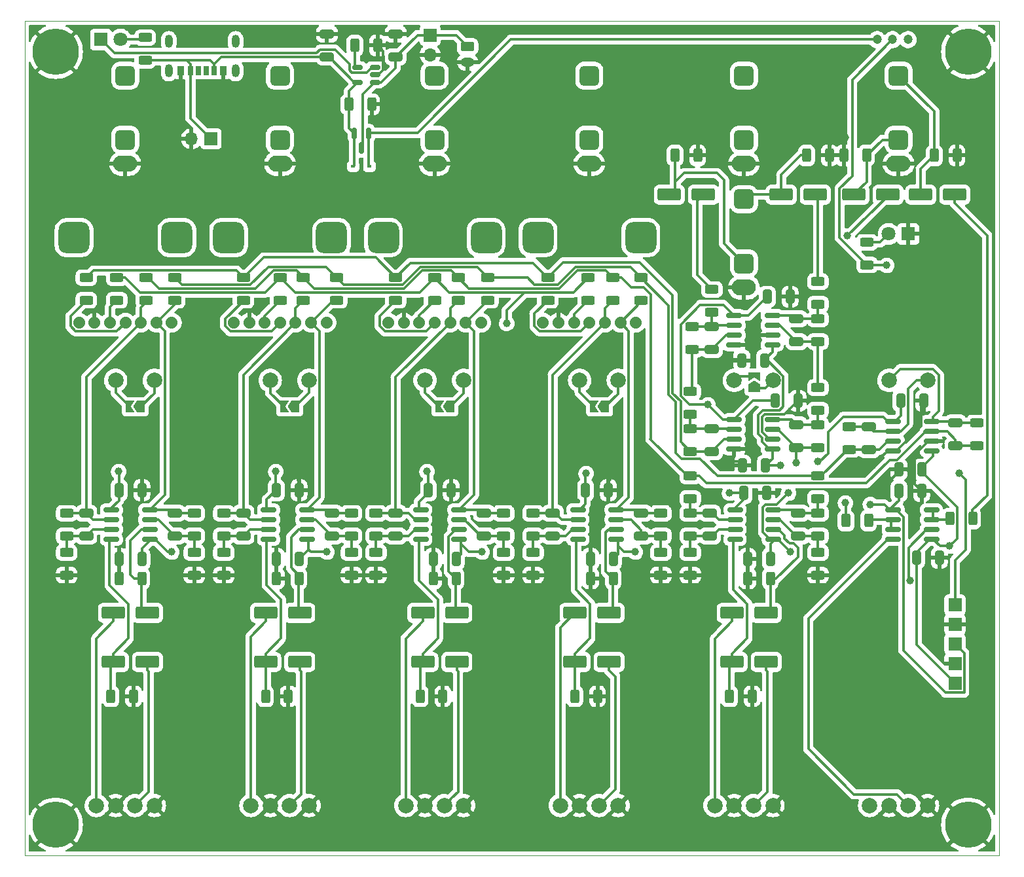
<source format=gbr>
G04 #@! TF.GenerationSoftware,KiCad,Pcbnew,(6.0.7)*
G04 #@! TF.CreationDate,2022-08-25T22:48:20+02:00*
G04 #@! TF.ProjectId,mixerli,6d697865-726c-4692-9e6b-696361645f70,rev?*
G04 #@! TF.SameCoordinates,Original*
G04 #@! TF.FileFunction,Copper,L2,Bot*
G04 #@! TF.FilePolarity,Positive*
%FSLAX46Y46*%
G04 Gerber Fmt 4.6, Leading zero omitted, Abs format (unit mm)*
G04 Created by KiCad (PCBNEW (6.0.7)) date 2022-08-25 22:48:20*
%MOMM*%
%LPD*%
G01*
G04 APERTURE LIST*
G04 Aperture macros list*
%AMRoundRect*
0 Rectangle with rounded corners*
0 $1 Rounding radius*
0 $2 $3 $4 $5 $6 $7 $8 $9 X,Y pos of 4 corners*
0 Add a 4 corners polygon primitive as box body*
4,1,4,$2,$3,$4,$5,$6,$7,$8,$9,$2,$3,0*
0 Add four circle primitives for the rounded corners*
1,1,$1+$1,$2,$3*
1,1,$1+$1,$4,$5*
1,1,$1+$1,$6,$7*
1,1,$1+$1,$8,$9*
0 Add four rect primitives between the rounded corners*
20,1,$1+$1,$2,$3,$4,$5,0*
20,1,$1+$1,$4,$5,$6,$7,0*
20,1,$1+$1,$6,$7,$8,$9,0*
20,1,$1+$1,$8,$9,$2,$3,0*%
%AMFreePoly0*
4,1,30,0.174003,0.741867,0.334039,0.684881,0.477472,0.593856,0.597174,0.473315,0.687196,0.329249,0.743064,0.168820,0.762000,0.000000,0.761703,-0.021276,0.738060,-0.189502,0.677735,-0.348309,0.583726,-0.489804,0.460705,-0.606956,0.314786,-0.693941,0.153221,-0.746436,-0.015958,-0.761833,-0.184344,-0.739365,-0.343569,-0.680150,-0.485717,-0.587131,-0.603725,-0.464931,-0.691726,-0.319622,
-0.745348,-0.158429,-0.761926,0.010639,-0.740634,0.179178,-0.682532,0.338812,-0.590508,0.481606,-0.469134,0.600464,-0.324444,0.689478,-0.163628,0.744224,0.005320,0.761981,0.174003,0.741867,0.174003,0.741867,$1*%
%AMFreePoly1*
4,1,6,1.000000,0.000000,0.500000,-0.750000,-0.500000,-0.750000,-0.500000,0.750000,0.500000,0.750000,1.000000,0.000000,1.000000,0.000000,$1*%
%AMFreePoly2*
4,1,6,0.500000,-0.750000,-0.650000,-0.750000,-0.150000,0.000000,-0.650000,0.750000,0.500000,0.750000,0.500000,-0.750000,0.500000,-0.750000,$1*%
G04 Aperture macros list end*
G04 #@! TA.AperFunction,Profile*
%ADD10C,0.100000*%
G04 #@! TD*
G04 #@! TA.AperFunction,ComponentPad*
%ADD11RoundRect,0.650000X-0.650000X-0.650000X0.650000X-0.650000X0.650000X0.650000X-0.650000X0.650000X0*%
G04 #@! TD*
G04 #@! TA.AperFunction,ComponentPad*
%ADD12O,3.100000X2.100000*%
G04 #@! TD*
G04 #@! TA.AperFunction,ComponentPad*
%ADD13C,2.000000*%
G04 #@! TD*
G04 #@! TA.AperFunction,ComponentPad*
%ADD14R,1.800000X1.800000*%
G04 #@! TD*
G04 #@! TA.AperFunction,ComponentPad*
%ADD15C,1.800000*%
G04 #@! TD*
G04 #@! TA.AperFunction,WasherPad*
%ADD16RoundRect,1.000000X-1.000000X-1.000000X1.000000X-1.000000X1.000000X1.000000X-1.000000X1.000000X0*%
G04 #@! TD*
G04 #@! TA.AperFunction,ComponentPad*
%ADD17FreePoly0,0.000000*%
G04 #@! TD*
G04 #@! TA.AperFunction,ComponentPad*
%ADD18R,1.700000X1.700000*%
G04 #@! TD*
G04 #@! TA.AperFunction,ComponentPad*
%ADD19O,1.700000X1.700000*%
G04 #@! TD*
G04 #@! TA.AperFunction,ComponentPad*
%ADD20C,6.000000*%
G04 #@! TD*
G04 #@! TA.AperFunction,SMDPad,CuDef*
%ADD21RoundRect,0.250000X0.650000X-0.325000X0.650000X0.325000X-0.650000X0.325000X-0.650000X-0.325000X0*%
G04 #@! TD*
G04 #@! TA.AperFunction,SMDPad,CuDef*
%ADD22RoundRect,0.250000X0.325000X0.650000X-0.325000X0.650000X-0.325000X-0.650000X0.325000X-0.650000X0*%
G04 #@! TD*
G04 #@! TA.AperFunction,SMDPad,CuDef*
%ADD23RoundRect,0.250000X-0.325000X-0.650000X0.325000X-0.650000X0.325000X0.650000X-0.325000X0.650000X0*%
G04 #@! TD*
G04 #@! TA.AperFunction,SMDPad,CuDef*
%ADD24RoundRect,0.250000X-0.650000X0.325000X-0.650000X-0.325000X0.650000X-0.325000X0.650000X0.325000X0*%
G04 #@! TD*
G04 #@! TA.AperFunction,SMDPad,CuDef*
%ADD25RoundRect,0.250000X1.250000X0.550000X-1.250000X0.550000X-1.250000X-0.550000X1.250000X-0.550000X0*%
G04 #@! TD*
G04 #@! TA.AperFunction,SMDPad,CuDef*
%ADD26RoundRect,0.250000X-1.250000X-0.550000X1.250000X-0.550000X1.250000X0.550000X-1.250000X0.550000X0*%
G04 #@! TD*
G04 #@! TA.AperFunction,SMDPad,CuDef*
%ADD27RoundRect,0.250000X-0.625000X0.312500X-0.625000X-0.312500X0.625000X-0.312500X0.625000X0.312500X0*%
G04 #@! TD*
G04 #@! TA.AperFunction,SMDPad,CuDef*
%ADD28RoundRect,0.250000X0.312500X0.625000X-0.312500X0.625000X-0.312500X-0.625000X0.312500X-0.625000X0*%
G04 #@! TD*
G04 #@! TA.AperFunction,SMDPad,CuDef*
%ADD29RoundRect,0.250000X-0.312500X-0.625000X0.312500X-0.625000X0.312500X0.625000X-0.312500X0.625000X0*%
G04 #@! TD*
G04 #@! TA.AperFunction,SMDPad,CuDef*
%ADD30RoundRect,0.250000X0.625000X-0.312500X0.625000X0.312500X-0.625000X0.312500X-0.625000X-0.312500X0*%
G04 #@! TD*
G04 #@! TA.AperFunction,SMDPad,CuDef*
%ADD31RoundRect,0.150000X0.825000X0.150000X-0.825000X0.150000X-0.825000X-0.150000X0.825000X-0.150000X0*%
G04 #@! TD*
G04 #@! TA.AperFunction,SMDPad,CuDef*
%ADD32RoundRect,0.150000X0.512500X0.150000X-0.512500X0.150000X-0.512500X-0.150000X0.512500X-0.150000X0*%
G04 #@! TD*
G04 #@! TA.AperFunction,SMDPad,CuDef*
%ADD33R,0.700000X1.150000*%
G04 #@! TD*
G04 #@! TA.AperFunction,SMDPad,CuDef*
%ADD34R,0.800000X1.150000*%
G04 #@! TD*
G04 #@! TA.AperFunction,SMDPad,CuDef*
%ADD35R,0.900000X1.150000*%
G04 #@! TD*
G04 #@! TA.AperFunction,ComponentPad*
%ADD36O,1.000000X1.700000*%
G04 #@! TD*
G04 #@! TA.AperFunction,SMDPad,CuDef*
%ADD37FreePoly1,180.000000*%
G04 #@! TD*
G04 #@! TA.AperFunction,SMDPad,CuDef*
%ADD38FreePoly2,180.000000*%
G04 #@! TD*
G04 #@! TA.AperFunction,SMDPad,CuDef*
%ADD39FreePoly1,90.000000*%
G04 #@! TD*
G04 #@! TA.AperFunction,SMDPad,CuDef*
%ADD40FreePoly2,90.000000*%
G04 #@! TD*
G04 #@! TA.AperFunction,ComponentPad*
%ADD41RoundRect,0.250000X-0.625000X0.350000X-0.625000X-0.350000X0.625000X-0.350000X0.625000X0.350000X0*%
G04 #@! TD*
G04 #@! TA.AperFunction,ComponentPad*
%ADD42O,1.750000X1.200000*%
G04 #@! TD*
G04 #@! TA.AperFunction,SMDPad,CuDef*
%ADD43RoundRect,0.150000X-0.150000X0.587500X-0.150000X-0.587500X0.150000X-0.587500X0.150000X0.587500X0*%
G04 #@! TD*
G04 #@! TA.AperFunction,SMDPad,CuDef*
%ADD44R,0.600000X0.450000*%
G04 #@! TD*
G04 #@! TA.AperFunction,ComponentPad*
%ADD45C,1.200000*%
G04 #@! TD*
G04 #@! TA.AperFunction,ViaPad*
%ADD46C,1.000000*%
G04 #@! TD*
G04 #@! TA.AperFunction,Conductor*
%ADD47C,0.300000*%
G04 #@! TD*
G04 #@! TA.AperFunction,Conductor*
%ADD48C,0.200000*%
G04 #@! TD*
G04 APERTURE END LIST*
D10*
X14000000Y-88000000D02*
X14000000Y-196000000D01*
X140000000Y-88000000D02*
X14000000Y-88000000D01*
X14000000Y-196000000D02*
X140000000Y-196000000D01*
X140000000Y-88000000D02*
X140000000Y-196000000D01*
D11*
X107000000Y-119380000D03*
D12*
X107000000Y-122480000D03*
D11*
X107000000Y-111080000D03*
X127000000Y-103380000D03*
D12*
X127000000Y-106480000D03*
D11*
X127000000Y-95080000D03*
D13*
X125750000Y-189500000D03*
X123250000Y-189500000D03*
X125750000Y-134500000D03*
X130750000Y-189500000D03*
X128250000Y-189500000D03*
X130750000Y-134500000D03*
D14*
X23855000Y-90422000D03*
D15*
X26395000Y-90422000D03*
D14*
X128254000Y-115568000D03*
D15*
X125714000Y-115568000D03*
D11*
X47000000Y-103380000D03*
D12*
X47000000Y-106480000D03*
D11*
X47000000Y-95080000D03*
X67000000Y-103380000D03*
D12*
X67000000Y-106480000D03*
D11*
X67000000Y-95080000D03*
X87000000Y-103380000D03*
D12*
X87000000Y-106480000D03*
D11*
X87000000Y-95080000D03*
X107000000Y-103380000D03*
D12*
X107000000Y-106480000D03*
D11*
X107000000Y-95080000D03*
D13*
X45750000Y-189500000D03*
X43250000Y-189500000D03*
X45750000Y-134500000D03*
X50750000Y-189500000D03*
X48250000Y-189500000D03*
X50750000Y-134500000D03*
X65750000Y-189500000D03*
X63250000Y-189500000D03*
X65750000Y-134500000D03*
X70750000Y-189500000D03*
X68250000Y-189500000D03*
X70750000Y-134500000D03*
X85750000Y-189500000D03*
X83250000Y-189500000D03*
X85750000Y-134500000D03*
X90750000Y-189500000D03*
X88250000Y-189500000D03*
X90750000Y-134500000D03*
X105750000Y-189500000D03*
X103250000Y-189500000D03*
X105750000Y-134500000D03*
X110750000Y-189500000D03*
X108250000Y-189500000D03*
X110750000Y-134500000D03*
D11*
X27000000Y-103380000D03*
D12*
X27000000Y-106480000D03*
D11*
X27000000Y-95080000D03*
D13*
X25750000Y-189500000D03*
X23250000Y-189500000D03*
X25750000Y-134500000D03*
X30750000Y-189500000D03*
X28250000Y-189500000D03*
X30750000Y-134500000D03*
D16*
X33670000Y-116034000D03*
D17*
X21020000Y-127034000D03*
X33020000Y-127034000D03*
D16*
X20370000Y-116034000D03*
D17*
X23020000Y-127034000D03*
X27020000Y-127034000D03*
X31020000Y-127034000D03*
X25020000Y-127034000D03*
X29020000Y-127034000D03*
D16*
X53670000Y-116034000D03*
X40370000Y-116034000D03*
D17*
X41020000Y-127034000D03*
X53020000Y-127034000D03*
X43020000Y-127034000D03*
X47020000Y-127034000D03*
X51020000Y-127034000D03*
X45020000Y-127034000D03*
X49020000Y-127034000D03*
D16*
X60370000Y-116034000D03*
X73670000Y-116034000D03*
D17*
X61020000Y-127034000D03*
X73020000Y-127034000D03*
X63020000Y-127034000D03*
X67020000Y-127034000D03*
X71020000Y-127034000D03*
X65020000Y-127034000D03*
X69020000Y-127034000D03*
X93020000Y-127034000D03*
D16*
X93670000Y-116034000D03*
D17*
X81020000Y-127034000D03*
D16*
X80370000Y-116034000D03*
D17*
X83020000Y-127034000D03*
X87020000Y-127034000D03*
X91020000Y-127034000D03*
X85020000Y-127034000D03*
X89020000Y-127034000D03*
D18*
X38084000Y-103249000D03*
D19*
X35544000Y-103249000D03*
D20*
X18000000Y-192000000D03*
X18000000Y-92000000D03*
X136000000Y-192000000D03*
X136000000Y-92000000D03*
D21*
X113776000Y-143205000D03*
X113776000Y-140255000D03*
D22*
X109790000Y-145540000D03*
X106840000Y-145540000D03*
D23*
X111031000Y-137158000D03*
X113981000Y-137158000D03*
D21*
X113776000Y-129489000D03*
X113776000Y-126539000D03*
X102854000Y-130505000D03*
X102854000Y-127555000D03*
D24*
X134350000Y-140001000D03*
X134350000Y-142951000D03*
D21*
X123174000Y-143459000D03*
X123174000Y-140509000D03*
D25*
X116230000Y-110488000D03*
X111830000Y-110488000D03*
X101752000Y-110488000D03*
X97352000Y-110488000D03*
D22*
X129983000Y-146048000D03*
X127033000Y-146048000D03*
D23*
X127287000Y-137158000D03*
X130237000Y-137158000D03*
X129319000Y-157478000D03*
X132269000Y-157478000D03*
X127033000Y-148842000D03*
X129983000Y-148842000D03*
D25*
X134264000Y-110488000D03*
X129864000Y-110488000D03*
X125628000Y-110488000D03*
X121228000Y-110488000D03*
D26*
X45155000Y-164590000D03*
X49555000Y-164590000D03*
D25*
X49555000Y-170940000D03*
X45155000Y-170940000D03*
D24*
X21955000Y-151685000D03*
X21955000Y-154635000D03*
X53705000Y-151685000D03*
X53705000Y-154635000D03*
D22*
X29145000Y-157605000D03*
X26195000Y-157605000D03*
X49465000Y-157605000D03*
X46515000Y-157605000D03*
D23*
X26195000Y-148715000D03*
X29145000Y-148715000D03*
X46515000Y-148715000D03*
X49465000Y-148715000D03*
D26*
X65475000Y-164590000D03*
X69875000Y-164590000D03*
D25*
X69875000Y-170940000D03*
X65475000Y-170940000D03*
D24*
X73390000Y-151685000D03*
X73390000Y-154635000D03*
X61960000Y-151685000D03*
X61960000Y-154635000D03*
D22*
X69785000Y-157605000D03*
X66835000Y-157605000D03*
D23*
X66200000Y-148715000D03*
X69150000Y-148715000D03*
D26*
X85160000Y-164590000D03*
X89560000Y-164590000D03*
D25*
X89560000Y-170940000D03*
X85160000Y-170940000D03*
D24*
X93710000Y-151685000D03*
X93710000Y-154635000D03*
X82280000Y-151685000D03*
X82280000Y-154635000D03*
D22*
X90105000Y-157605000D03*
X87155000Y-157605000D03*
D23*
X86520000Y-148715000D03*
X89470000Y-148715000D03*
D26*
X105480000Y-164590000D03*
X109880000Y-164590000D03*
D25*
X109880000Y-170940000D03*
X105480000Y-170940000D03*
D24*
X114030000Y-151685000D03*
X114030000Y-154635000D03*
X102600000Y-151685000D03*
X102600000Y-154635000D03*
D22*
X110425000Y-157605000D03*
X107475000Y-157605000D03*
D23*
X106967000Y-149096000D03*
X109917000Y-149096000D03*
D21*
X53070000Y-92659000D03*
X53070000Y-89709000D03*
X61960000Y-92659000D03*
X61960000Y-89709000D03*
D27*
X116570000Y-140267500D03*
X116570000Y-143192500D03*
X100060000Y-140775500D03*
X100060000Y-143700500D03*
X116570000Y-135441500D03*
X116570000Y-138366500D03*
X100060000Y-135949500D03*
X100060000Y-138874500D03*
X116570000Y-126551500D03*
X116570000Y-129476500D03*
X100314000Y-127567500D03*
X100314000Y-130492500D03*
X116570000Y-121725500D03*
X116570000Y-124650500D03*
X102854000Y-122741500D03*
X102854000Y-125666500D03*
X137144000Y-140013500D03*
X137144000Y-142938500D03*
X120634000Y-140521500D03*
X120634000Y-143446500D03*
D28*
X118032500Y-105408000D03*
X115107500Y-105408000D03*
X136574500Y-152398000D03*
X133649500Y-152398000D03*
D29*
X120187500Y-152652000D03*
X123112500Y-152652000D03*
D28*
X134542500Y-105408000D03*
X131617500Y-105408000D03*
D29*
X119933500Y-105408000D03*
X122858500Y-105408000D03*
D27*
X35925000Y-156777500D03*
X35925000Y-159702500D03*
X19415000Y-156777500D03*
X19415000Y-159702500D03*
X56245000Y-156777500D03*
X56245000Y-159702500D03*
X39735000Y-156777500D03*
X39735000Y-159702500D03*
D29*
X26207500Y-160145000D03*
X29132500Y-160145000D03*
X46527500Y-160145000D03*
X49452500Y-160145000D03*
D28*
X48062500Y-175385000D03*
X45137500Y-175385000D03*
D27*
X35925000Y-151697500D03*
X35925000Y-154622500D03*
X19415000Y-151697500D03*
X19415000Y-154622500D03*
X56245000Y-151697500D03*
X56245000Y-154622500D03*
X75930000Y-156777500D03*
X75930000Y-159702500D03*
X59420000Y-156777500D03*
X59420000Y-159702500D03*
D29*
X66847500Y-160145000D03*
X69772500Y-160145000D03*
D28*
X68062500Y-175385000D03*
X65137500Y-175385000D03*
D27*
X75930000Y-151697500D03*
X75930000Y-154622500D03*
X59420000Y-151697500D03*
X59420000Y-154622500D03*
D30*
X21955000Y-124142500D03*
X21955000Y-121217500D03*
X33385000Y-124142500D03*
X33385000Y-121217500D03*
X25892000Y-124142500D03*
X25892000Y-121217500D03*
X29702000Y-124142500D03*
X29702000Y-121217500D03*
X42275000Y-124142500D03*
X42275000Y-121217500D03*
X54340000Y-124142500D03*
X54340000Y-121217500D03*
X47037500Y-124142500D03*
X47037500Y-121217500D03*
X50022000Y-124142500D03*
X50022000Y-121217500D03*
X61960000Y-124142500D03*
X61960000Y-121217500D03*
X73898000Y-124142500D03*
X73898000Y-121217500D03*
X66976500Y-124142500D03*
X66976500Y-121217500D03*
X70024500Y-124142500D03*
X70024500Y-121217500D03*
X81645000Y-124142500D03*
X81645000Y-121217500D03*
X93710000Y-124142500D03*
X93710000Y-121217500D03*
X86852000Y-124142500D03*
X86852000Y-121217500D03*
X90027000Y-124142500D03*
X90027000Y-121217500D03*
X116570000Y-149796500D03*
X116570000Y-146871500D03*
X100060000Y-149796500D03*
X100060000Y-146871500D03*
D27*
X96250000Y-156777500D03*
X96250000Y-159702500D03*
X79740000Y-156777500D03*
X79740000Y-159702500D03*
D29*
X87167500Y-160145000D03*
X90092500Y-160145000D03*
D28*
X88062500Y-175385000D03*
X85137500Y-175385000D03*
D27*
X96250000Y-151697500D03*
X96250000Y-154622500D03*
X79740000Y-151697500D03*
X79740000Y-154622500D03*
X116570000Y-156777500D03*
X116570000Y-159702500D03*
X100060000Y-156777500D03*
X100060000Y-159702500D03*
D29*
X107487500Y-160145000D03*
X110412500Y-160145000D03*
D28*
X108062500Y-175385000D03*
X105137500Y-175385000D03*
D27*
X116570000Y-151697500D03*
X116570000Y-154622500D03*
X100060000Y-151697500D03*
X100060000Y-154622500D03*
D29*
X56687500Y-91184000D03*
X59612500Y-91184000D03*
D30*
X122920000Y-119570500D03*
X122920000Y-116645500D03*
D31*
X110663000Y-139571000D03*
X110663000Y-140841000D03*
X110663000Y-142111000D03*
X110663000Y-143381000D03*
X105713000Y-143381000D03*
X105713000Y-142111000D03*
X105713000Y-140841000D03*
X105713000Y-139571000D03*
X110663000Y-126109000D03*
X110663000Y-127379000D03*
X110663000Y-128649000D03*
X110663000Y-129919000D03*
X105713000Y-129919000D03*
X105713000Y-128649000D03*
X105713000Y-127379000D03*
X105713000Y-126109000D03*
X131237000Y-139825000D03*
X131237000Y-141095000D03*
X131237000Y-142365000D03*
X131237000Y-143635000D03*
X126287000Y-143635000D03*
X126287000Y-142365000D03*
X126287000Y-141095000D03*
X126287000Y-139825000D03*
X131237000Y-151255000D03*
X131237000Y-152525000D03*
X131237000Y-153795000D03*
X131237000Y-155065000D03*
X126287000Y-155065000D03*
X126287000Y-153795000D03*
X126287000Y-152525000D03*
X126287000Y-151255000D03*
X30145000Y-151255000D03*
X30145000Y-152525000D03*
X30145000Y-153795000D03*
X30145000Y-155065000D03*
X25195000Y-155065000D03*
X25195000Y-153795000D03*
X25195000Y-152525000D03*
X25195000Y-151255000D03*
X50465000Y-151255000D03*
X50465000Y-152525000D03*
X50465000Y-153795000D03*
X50465000Y-155065000D03*
X45515000Y-155065000D03*
X45515000Y-153795000D03*
X45515000Y-152525000D03*
X45515000Y-151255000D03*
X70150000Y-151255000D03*
X70150000Y-152525000D03*
X70150000Y-153795000D03*
X70150000Y-155065000D03*
X65200000Y-155065000D03*
X65200000Y-153795000D03*
X65200000Y-152525000D03*
X65200000Y-151255000D03*
X90470000Y-151255000D03*
X90470000Y-152525000D03*
X90470000Y-153795000D03*
X90470000Y-155065000D03*
X85520000Y-155065000D03*
X85520000Y-153795000D03*
X85520000Y-152525000D03*
X85520000Y-151255000D03*
X110790000Y-151255000D03*
X110790000Y-152525000D03*
X110790000Y-153795000D03*
X110790000Y-155065000D03*
X105840000Y-155065000D03*
X105840000Y-153795000D03*
X105840000Y-152525000D03*
X105840000Y-151255000D03*
D32*
X59287500Y-94044000D03*
X59287500Y-94994000D03*
X59287500Y-95944000D03*
X57012500Y-95944000D03*
X57012500Y-94044000D03*
D26*
X25470000Y-164590000D03*
X29870000Y-164590000D03*
D25*
X29870000Y-170940000D03*
X25470000Y-170940000D03*
D28*
X101014500Y-105408000D03*
X98089500Y-105408000D03*
D24*
X33385000Y-151685000D03*
X33385000Y-154635000D03*
D27*
X39735000Y-151697500D03*
X39735000Y-154622500D03*
D24*
X42275000Y-151685000D03*
X42275000Y-154635000D03*
D28*
X28062500Y-175385000D03*
X25137500Y-175385000D03*
D21*
X102854000Y-143713000D03*
X102854000Y-140763000D03*
D22*
X109663000Y-131934000D03*
X106713000Y-131934000D03*
D23*
X110015000Y-123696000D03*
X112965000Y-123696000D03*
D33*
X36441000Y-94476000D03*
D34*
X38461000Y-94476000D03*
D35*
X39691000Y-94476000D03*
D33*
X37441000Y-94476000D03*
D34*
X35421000Y-94476000D03*
D35*
X34191000Y-94476000D03*
D36*
X41261000Y-94476000D03*
X32621000Y-94476000D03*
X32621000Y-90676000D03*
X41261000Y-90676000D03*
D27*
X29575000Y-90168000D03*
X29575000Y-93093000D03*
D37*
X48969000Y-137920000D03*
D38*
X47519000Y-137920000D03*
D37*
X69035000Y-137920000D03*
D38*
X67585000Y-137920000D03*
D37*
X89064000Y-137920000D03*
D38*
X87614000Y-137920000D03*
D39*
X108315000Y-135470000D03*
D40*
X108315000Y-134020000D03*
D18*
X134284000Y-163534000D03*
X134284000Y-166074000D03*
X134284000Y-168614000D03*
X134284000Y-171154000D03*
X134284000Y-173694000D03*
D29*
X55925500Y-98804000D03*
X58850500Y-98804000D03*
D18*
X66420000Y-89834000D03*
D19*
X66420000Y-92374000D03*
D41*
X71270000Y-91334000D03*
D42*
X71270000Y-93334000D03*
D43*
X56565000Y-102565500D03*
X58465000Y-102565500D03*
X57515000Y-104440500D03*
D44*
X58565000Y-106805000D03*
X56465000Y-106805000D03*
D37*
X29030000Y-137920000D03*
D38*
X27580000Y-137920000D03*
D45*
X124222000Y-90422000D03*
X126222000Y-90422000D03*
X128222000Y-90422000D03*
D46*
X123682000Y-145540000D03*
X105140000Y-145032000D03*
X63738000Y-94232000D03*
X48820000Y-144034000D03*
X102346000Y-134618000D03*
X120126000Y-103122000D03*
X89820000Y-144234000D03*
X124514000Y-148842000D03*
X108696000Y-162812000D03*
X69020000Y-144034000D03*
X29020000Y-144234000D03*
X120126000Y-150366000D03*
X120380000Y-115822000D03*
X113776000Y-145190000D03*
X76320000Y-127134000D03*
X128461020Y-160425597D03*
X111744000Y-145540000D03*
X33004000Y-156716000D03*
X92948000Y-156716000D03*
X73136000Y-156716000D03*
X112760000Y-149096000D03*
X113014000Y-156716000D03*
X53070000Y-156716000D03*
X133588000Y-155954000D03*
X66024000Y-146302000D03*
X102346000Y-137666000D03*
X105140000Y-149096000D03*
X116570000Y-145032000D03*
X26146000Y-146302000D03*
X123354655Y-150565822D03*
X86598000Y-146556000D03*
X46466000Y-146302000D03*
X125460000Y-119632000D03*
X134858000Y-146556000D03*
D47*
X113117000Y-139571000D02*
X113776000Y-140230000D01*
X116570000Y-140280000D02*
X116570000Y-138354000D01*
X116520000Y-140230000D02*
X116570000Y-140280000D01*
X110888000Y-139571000D02*
X113117000Y-139571000D01*
X113776000Y-140230000D02*
X116520000Y-140230000D01*
X105635000Y-140763000D02*
X105713000Y-140841000D01*
X100060000Y-140775500D02*
X102841500Y-140775500D01*
X102841500Y-140775500D02*
X102854000Y-140763000D01*
X100060000Y-138874500D02*
X100060000Y-140775500D01*
X102854000Y-140763000D02*
X105635000Y-140763000D01*
D48*
X49490000Y-147715000D02*
X49220000Y-147445000D01*
D47*
X130825573Y-142365000D02*
X129058480Y-144132093D01*
X129058480Y-147917480D02*
X129983000Y-148842000D01*
X110663000Y-142111000D02*
X110251573Y-142111000D01*
D48*
X49220000Y-147445000D02*
X49220000Y-144434000D01*
D47*
X109645542Y-138907031D02*
X112231969Y-138907031D01*
X60299520Y-91871020D02*
X59612500Y-91184000D01*
X105140000Y-131824000D02*
X102346000Y-134618000D01*
X59287500Y-94994000D02*
X59706427Y-94994000D01*
X78590000Y-159690000D02*
X75930000Y-159690000D01*
X106688000Y-131824000D02*
X105140000Y-131824000D01*
X59706427Y-94994000D02*
X60299520Y-94400907D01*
D48*
X89495000Y-147715000D02*
X89820000Y-147390000D01*
X49490000Y-148715000D02*
X49490000Y-147715000D01*
X89820000Y-147390000D02*
X89820000Y-144234000D01*
D47*
X126287000Y-143635000D02*
X126698427Y-143635000D01*
X118020000Y-105408000D02*
X118020000Y-104258000D01*
X110888000Y-142111000D02*
X110413000Y-142111000D01*
X109338480Y-139214093D02*
X109645542Y-138907031D01*
X119156000Y-103122000D02*
X120126000Y-103122000D01*
X112231969Y-138907031D02*
X113981000Y-137158000D01*
X129912480Y-140420947D02*
X129912480Y-137482520D01*
D48*
X49220000Y-144434000D02*
X48820000Y-144034000D01*
D47*
X105713000Y-143381000D02*
X105713000Y-144459000D01*
X59420000Y-159690000D02*
X56245000Y-159690000D01*
X129912480Y-137482520D02*
X130237000Y-137158000D01*
X110251573Y-142111000D02*
X109338480Y-141197907D01*
X38585000Y-159690000D02*
X35925000Y-159690000D01*
D48*
X69175000Y-148415000D02*
X69020000Y-148260000D01*
D47*
X126698427Y-143635000D02*
X129912480Y-140420947D01*
X126287000Y-143635000D02*
X126699124Y-143635000D01*
X118020000Y-104258000D02*
X119156000Y-103122000D01*
D48*
X69020000Y-148260000D02*
X69020000Y-144034000D01*
D47*
X118020000Y-105408000D02*
X119946000Y-105408000D01*
X125587000Y-143635000D02*
X123682000Y-145540000D01*
X127008000Y-146348000D02*
X124514000Y-148842000D01*
X79740000Y-159690000D02*
X78590000Y-159690000D01*
X129058480Y-144132093D02*
X129058480Y-147917480D01*
X105140000Y-145032000D02*
X106332000Y-145032000D01*
X109338480Y-141197907D02*
X109338480Y-139214093D01*
X105713000Y-144459000D02*
X105140000Y-145032000D01*
X131237000Y-142365000D02*
X130825573Y-142365000D01*
D48*
X29170000Y-147715000D02*
X29020000Y-147565000D01*
X29020000Y-147565000D02*
X29020000Y-144234000D01*
D47*
X127008000Y-146048000D02*
X127008000Y-146348000D01*
D48*
X29170000Y-148715000D02*
X29170000Y-147715000D01*
X69175000Y-148715000D02*
X69175000Y-148415000D01*
D47*
X126062000Y-143635000D02*
X125587000Y-143635000D01*
D48*
X89495000Y-148715000D02*
X89495000Y-147715000D01*
D47*
X126537000Y-143635000D02*
X126062000Y-143635000D01*
X39735000Y-159690000D02*
X38585000Y-159690000D01*
X60299520Y-94400907D02*
X60299520Y-91871020D01*
X106332000Y-145032000D02*
X106840000Y-145540000D01*
X116570000Y-129476500D02*
X113788500Y-129476500D01*
X113788500Y-129476500D02*
X113776000Y-129489000D01*
X116570000Y-129464000D02*
X116570000Y-135454000D01*
X116557500Y-129476500D02*
X116570000Y-129489000D01*
X110663000Y-127379000D02*
X111666000Y-127379000D01*
X111666000Y-127379000D02*
X113776000Y-129489000D01*
X116570000Y-126551500D02*
X116570000Y-124650500D01*
X113346000Y-126109000D02*
X113776000Y-126539000D01*
X113333500Y-126109000D02*
X113776000Y-126551500D01*
X113776000Y-126539000D02*
X116557500Y-126539000D01*
X110663000Y-126109000D02*
X113346000Y-126109000D01*
X102854000Y-130530000D02*
X100364000Y-130530000D01*
X104710000Y-128649000D02*
X105713000Y-128649000D01*
X102854000Y-130505000D02*
X104710000Y-128649000D01*
X100364000Y-130530000D02*
X100314000Y-130480000D01*
X100314000Y-135695500D02*
X100060000Y-135949500D01*
X100314000Y-130492500D02*
X100314000Y-135695500D01*
X98089500Y-105408000D02*
X98089500Y-108873100D01*
X107000000Y-119380000D02*
X104428800Y-116808800D01*
X99268600Y-107694000D02*
X98089500Y-108873100D01*
X104428800Y-108608400D02*
X103514400Y-107694000D01*
X104428800Y-116808800D02*
X104428800Y-108608400D01*
X98089500Y-108873100D02*
X98089500Y-109750500D01*
X98089500Y-109750500D02*
X97352000Y-110488000D01*
X103514400Y-107694000D02*
X99268600Y-107694000D01*
X116570000Y-121738000D02*
X116570000Y-110828000D01*
X116570000Y-110828000D02*
X116230000Y-110488000D01*
X100952000Y-111288000D02*
X100952000Y-120839500D01*
X100952000Y-120839500D02*
X102854000Y-122741500D01*
X101752000Y-110488000D02*
X100952000Y-111288000D01*
X138444001Y-115768001D02*
X138444001Y-149365999D01*
X134264000Y-111588000D02*
X138444001Y-115768001D01*
X136562000Y-151248000D02*
X136562000Y-152398000D01*
X134264000Y-110488000D02*
X134264000Y-111588000D01*
X138444001Y-149365999D02*
X136562000Y-151248000D01*
X129864000Y-107161500D02*
X131617500Y-105408000D01*
X127000000Y-95080000D02*
X131617500Y-99697500D01*
X131617500Y-99697500D02*
X131617500Y-105408000D01*
X129864000Y-110488000D02*
X129864000Y-107161500D01*
X120200000Y-152652000D02*
X120200000Y-150440000D01*
X120380000Y-115822000D02*
X125714000Y-110574000D01*
X120200000Y-150440000D02*
X120126000Y-150366000D01*
X122858500Y-105408000D02*
X122858500Y-108857500D01*
X127000000Y-103380000D02*
X124886500Y-103380000D01*
X122858500Y-108857500D02*
X121228000Y-110488000D01*
X124886500Y-103380000D02*
X122858500Y-105408000D01*
X45155000Y-165690000D02*
X43204999Y-167640001D01*
X45155000Y-164590000D02*
X45155000Y-165690000D01*
X43204999Y-167640001D02*
X43204999Y-188040786D01*
X43204999Y-188040786D02*
X43250000Y-188085787D01*
X43250000Y-188085787D02*
X43250000Y-189500000D01*
X49415000Y-153795000D02*
X48439999Y-154770001D01*
X49440000Y-159745000D02*
X49440000Y-160145000D01*
X48439999Y-158744999D02*
X49440000Y-159745000D01*
X49440000Y-160145000D02*
X49440000Y-164475000D01*
X48439999Y-154770001D02*
X48439999Y-158744999D01*
X49440000Y-164475000D02*
X49555000Y-164590000D01*
X50690000Y-153795000D02*
X49415000Y-153795000D01*
X49249999Y-188500001D02*
X48250000Y-189500000D01*
X49705001Y-188044999D02*
X49249999Y-188500001D01*
X49555000Y-172040000D02*
X49705001Y-172190001D01*
X49555000Y-170940000D02*
X49555000Y-172040000D01*
X49705001Y-172190001D02*
X49705001Y-188044999D01*
X45155000Y-170940000D02*
X45155000Y-175367500D01*
X45290000Y-161005002D02*
X45290000Y-155665000D01*
X47105001Y-167889999D02*
X47105001Y-162820003D01*
X45290000Y-155665000D02*
X45290000Y-155065000D01*
X45155000Y-175367500D02*
X45137500Y-175385000D01*
X45155000Y-169840000D02*
X47105001Y-167889999D01*
X47105001Y-162820003D02*
X45290000Y-161005002D01*
X45155000Y-170940000D02*
X45155000Y-169840000D01*
X35875000Y-154660000D02*
X35925000Y-154610000D01*
X33385000Y-154660000D02*
X31250000Y-152525000D01*
X33385000Y-154660000D02*
X35875000Y-154660000D01*
X31250000Y-152525000D02*
X30370000Y-152525000D01*
X35925000Y-154610000D02*
X35925000Y-156790000D01*
X22820000Y-153795000D02*
X24970000Y-153795000D01*
X21955000Y-154660000D02*
X19465000Y-154660000D01*
X19465000Y-154660000D02*
X19415000Y-154610000D01*
X21955000Y-154660000D02*
X22820000Y-153795000D01*
X19415000Y-154610000D02*
X19415000Y-156790000D01*
X56195000Y-154660000D02*
X56245000Y-154610000D01*
X53705000Y-154660000D02*
X56195000Y-154660000D01*
X50690000Y-152525000D02*
X51570000Y-152525000D01*
X51570000Y-152525000D02*
X53705000Y-154660000D01*
X56245000Y-154610000D02*
X56245000Y-156790000D01*
X39735000Y-154610000D02*
X39735000Y-156790000D01*
X42225000Y-154610000D02*
X42275000Y-154660000D01*
X39735000Y-154610000D02*
X42225000Y-154610000D01*
X42275000Y-154660000D02*
X43140000Y-153795000D01*
X43140000Y-153795000D02*
X45290000Y-153795000D01*
X65475000Y-164590000D02*
X65475000Y-165690000D01*
X63250000Y-167915000D02*
X63250000Y-188085787D01*
X65475000Y-165690000D02*
X63250000Y-167915000D01*
X63250000Y-188085787D02*
X63250000Y-189500000D01*
X70025001Y-172190001D02*
X70025001Y-187724999D01*
X69875000Y-170940000D02*
X69875000Y-172040000D01*
X69875000Y-172040000D02*
X70025001Y-172190001D01*
X69249999Y-188500001D02*
X68250000Y-189500000D01*
X70025001Y-187724999D02*
X69249999Y-188500001D01*
X83250000Y-189500000D02*
X83250000Y-166500000D01*
X83250000Y-166500000D02*
X85160000Y-164590000D01*
X90470000Y-153795000D02*
X89495000Y-153795000D01*
X89144990Y-154145010D02*
X89144990Y-159197490D01*
X90080000Y-160145000D02*
X90080000Y-164070000D01*
X89495000Y-153795000D02*
X89144990Y-154145010D01*
X89144990Y-159197490D02*
X90092500Y-160145000D01*
X90080000Y-164070000D02*
X89560000Y-164590000D01*
X90345001Y-187404999D02*
X89249999Y-188500001D01*
X89560000Y-170940000D02*
X89560000Y-172040000D01*
X89249999Y-188500001D02*
X88250000Y-189500000D01*
X90345001Y-172825001D02*
X90345001Y-187404999D01*
X89560000Y-172040000D02*
X90345001Y-172825001D01*
X85160000Y-169840000D02*
X85160000Y-170940000D01*
X85295000Y-155065000D02*
X85295000Y-161614998D01*
X85137500Y-170962500D02*
X85160000Y-170940000D01*
X87110001Y-163429999D02*
X87110001Y-167889999D01*
X87110001Y-167889999D02*
X85160000Y-169840000D01*
X85295000Y-161614998D02*
X87110001Y-163429999D01*
X85137500Y-175385000D02*
X85137500Y-170962500D01*
X116520000Y-143230000D02*
X116570000Y-143180000D01*
X48950029Y-123130029D02*
X47037500Y-121217500D01*
X47037500Y-121217500D02*
X45124969Y-123130031D01*
X110663000Y-140841000D02*
X111412000Y-140841000D01*
X86852000Y-121217500D02*
X84939469Y-123130031D01*
X66976500Y-121217500D02*
X65063971Y-123130029D01*
X65063971Y-123130029D02*
X48950029Y-123130029D01*
X78623969Y-123130031D02*
X68889031Y-123130031D01*
X68889031Y-123130031D02*
X66976500Y-121217500D01*
X84939469Y-123130031D02*
X78623969Y-123130031D01*
X28884031Y-123130031D02*
X26971500Y-121217500D01*
X76320000Y-125434000D02*
X78623969Y-123130031D01*
X111412000Y-140841000D02*
X113776000Y-143205000D01*
X76320000Y-127134000D02*
X76320000Y-125434000D01*
X26971500Y-121217500D02*
X25892000Y-121217500D01*
X45124969Y-123130031D02*
X28884031Y-123130031D01*
X113776000Y-143230000D02*
X113776000Y-145190000D01*
X113776000Y-143230000D02*
X116520000Y-143230000D01*
X102841500Y-143700500D02*
X102854000Y-143713000D01*
X83628500Y-119234000D02*
X81645000Y-121217500D01*
X42275000Y-121217500D02*
X41362490Y-120304990D01*
X93512546Y-119234000D02*
X83628500Y-119234000D01*
X61960000Y-121217500D02*
X63872531Y-119304969D01*
X100060000Y-143700500D02*
X102841500Y-143700500D01*
X97781989Y-136164657D02*
X97781989Y-123503443D01*
X81082500Y-120655000D02*
X81645000Y-121217500D01*
X44876500Y-118616000D02*
X59358500Y-118616000D01*
X97781989Y-123503443D02*
X93512546Y-119234000D01*
X100060000Y-143700500D02*
X98834990Y-142475490D01*
X41362490Y-120304990D02*
X22867510Y-120304990D01*
X102854000Y-143713000D02*
X104456000Y-142111000D01*
X22867510Y-120304990D02*
X21955000Y-121217500D01*
X42275000Y-121217500D02*
X44876500Y-118616000D01*
X63872531Y-119304969D02*
X79732469Y-119304969D01*
X104456000Y-142111000D02*
X105713000Y-142111000D01*
X98834990Y-142475490D02*
X98834990Y-137217658D01*
X79732469Y-119304969D02*
X81082500Y-120655000D01*
X98834990Y-137217658D02*
X97781989Y-136164657D01*
X59358500Y-118616000D02*
X61960000Y-121217500D01*
X101210000Y-146884000D02*
X99660000Y-146884000D01*
X63040647Y-122630021D02*
X51434521Y-122630021D01*
X94935010Y-142108992D02*
X94935010Y-123425008D01*
X91177000Y-121230000D02*
X90027000Y-121230000D01*
X131462000Y-141095000D02*
X130387000Y-141095000D01*
X70024500Y-121217500D02*
X69111990Y-120304990D01*
X94935010Y-123425008D02*
X93994002Y-122484000D01*
X70024500Y-121217500D02*
X71437020Y-122630020D01*
X131237000Y-141095000D02*
X130509124Y-141095000D01*
X65365678Y-120304990D02*
X63040647Y-122630021D01*
X122844001Y-147784001D02*
X102110001Y-147784001D01*
X51434521Y-122630021D02*
X50022000Y-121217500D01*
X29956000Y-121217500D02*
X31368521Y-122630021D01*
X134350000Y-142976000D02*
X134350000Y-142176000D01*
X133269000Y-141095000D02*
X132537000Y-141095000D01*
X85456132Y-120304990D02*
X89114490Y-120304990D01*
X92431000Y-122484000D02*
X91177000Y-121230000D01*
X125830003Y-144797999D02*
X122844001Y-147784001D01*
X31368521Y-122630021D02*
X43838933Y-122630021D01*
X93994002Y-122484000D02*
X92431000Y-122484000D01*
X130509124Y-141095000D02*
X126806125Y-144797999D01*
X43838933Y-122630021D02*
X46163964Y-120304990D01*
X134400000Y-142926000D02*
X134350000Y-142976000D01*
X134350000Y-142176000D02*
X133269000Y-141095000D01*
X83131101Y-122630021D02*
X85456132Y-120304990D01*
X132537000Y-141095000D02*
X131462000Y-141095000D01*
X69111990Y-120304990D02*
X65365678Y-120304990D01*
X99660000Y-146884000D02*
X94910001Y-142134001D01*
X49109490Y-120304990D02*
X50022000Y-121217500D01*
X94910001Y-142134001D02*
X94935010Y-142108992D01*
X137144000Y-142926000D02*
X134400000Y-142926000D01*
X71437020Y-122630020D02*
X83131101Y-122630021D01*
X89114490Y-120304990D02*
X90027000Y-121217500D01*
X126806125Y-144797999D02*
X125830003Y-144797999D01*
X102110001Y-147784001D02*
X101210000Y-146884000D01*
X46163964Y-120304990D02*
X49109490Y-120304990D01*
X125587000Y-142365000D02*
X126062000Y-142365000D01*
X65158566Y-119804980D02*
X72485480Y-119804980D01*
X103566000Y-146884000D02*
X116970000Y-146884000D01*
X93710000Y-121230000D02*
X97281978Y-124801978D01*
X55252020Y-122129520D02*
X62833046Y-122129520D01*
X52927970Y-119805470D02*
X54340000Y-121217500D01*
X79003500Y-121217500D02*
X73390000Y-121217500D01*
X92297476Y-119804977D02*
X85249023Y-119804977D01*
X97281978Y-124801978D02*
X97281978Y-136371768D01*
X93710000Y-121217500D02*
X92297476Y-119804977D01*
X82923990Y-122130010D02*
X79916010Y-122130010D01*
X98159989Y-143897991D02*
X98900008Y-144638010D01*
X79916010Y-122130010D02*
X79003500Y-121217500D01*
X120420000Y-143434000D02*
X123124000Y-143434000D01*
X123174000Y-143484000D02*
X124468000Y-143484000D01*
X54340000Y-121217500D02*
X55252020Y-122129520D01*
X33385000Y-121217500D02*
X34297510Y-122130010D01*
X62833536Y-122130010D02*
X65158566Y-119804980D01*
X45473076Y-119805470D02*
X52927970Y-119805470D01*
X98900008Y-144638010D02*
X101320010Y-144638010D01*
X72485480Y-119804980D02*
X73898000Y-121217500D01*
X85249023Y-119804977D02*
X82923990Y-122130010D01*
X123124000Y-143434000D02*
X123174000Y-143484000D01*
X62833046Y-122129520D02*
X62833536Y-122130010D01*
X116970000Y-146884000D02*
X120420000Y-143434000D01*
X124468000Y-143484000D02*
X125587000Y-142365000D01*
X34297510Y-122130010D02*
X43148536Y-122130010D01*
X101320010Y-144638010D02*
X103566000Y-146884000D01*
X43148536Y-122130010D02*
X45473076Y-119805470D01*
X97281978Y-136371768D02*
X98159989Y-137249779D01*
X98159989Y-137249779D02*
X98159989Y-143897991D01*
X25908489Y-128145511D02*
X27020000Y-127034000D01*
X19908489Y-127494404D02*
X20559596Y-128145511D01*
X19908489Y-126189011D02*
X19908489Y-127494404D01*
X21955000Y-124142500D02*
X19908489Y-126189011D01*
X20559596Y-128145511D02*
X25908489Y-128145511D01*
X25020000Y-125014500D02*
X25892000Y-124142500D01*
X25020000Y-127034000D02*
X25020000Y-125014500D01*
X42275000Y-124142500D02*
X42339585Y-124142500D01*
X39908489Y-127494404D02*
X40559596Y-128145511D01*
X45908489Y-128145511D02*
X47020000Y-127034000D01*
X42339585Y-124142500D02*
X39908489Y-126573596D01*
X40559596Y-128145511D02*
X45908489Y-128145511D01*
X39908489Y-126573596D02*
X39908489Y-127494404D01*
X45020000Y-127034000D02*
X45020000Y-126160000D01*
X45020000Y-126160000D02*
X47037500Y-124142500D01*
X65908489Y-128145511D02*
X67020000Y-127034000D01*
X59908489Y-127494404D02*
X60559596Y-128145511D01*
X59908489Y-126194011D02*
X59908489Y-127494404D01*
X61960000Y-124142500D02*
X59908489Y-126194011D01*
X60559596Y-128145511D02*
X65908489Y-128145511D01*
X65020000Y-126099000D02*
X66976500Y-124142500D01*
X65020000Y-127034000D02*
X65020000Y-126099000D01*
X85908489Y-128145511D02*
X87020000Y-127034000D01*
X79908489Y-127494404D02*
X80559596Y-128145511D01*
X80559596Y-128145511D02*
X85908489Y-128145511D01*
X81645000Y-124142500D02*
X79908489Y-125879011D01*
X79908489Y-125879011D02*
X79908489Y-127494404D01*
X85020000Y-125974500D02*
X86852000Y-124142500D01*
X85020000Y-127034000D02*
X85020000Y-125974500D01*
X102854000Y-127530000D02*
X100364000Y-127530000D01*
X100364000Y-127530000D02*
X100314000Y-127580000D01*
X105488000Y-127379000D02*
X103005000Y-127379000D01*
X103005000Y-127379000D02*
X102854000Y-127530000D01*
X102854000Y-127530000D02*
X102854000Y-125654000D01*
X125750000Y-134500000D02*
X127200001Y-133049999D01*
X134350000Y-139976000D02*
X137094000Y-139976000D01*
X131446001Y-133049999D02*
X132200001Y-133803999D01*
X131462000Y-139225000D02*
X131462000Y-139825000D01*
X134199000Y-139825000D02*
X134350000Y-139976000D01*
X137094000Y-139976000D02*
X137144000Y-140026000D01*
X131462000Y-139825000D02*
X134199000Y-139825000D01*
X127200001Y-133049999D02*
X131446001Y-133049999D01*
X132200001Y-138486999D02*
X131462000Y-139225000D01*
X132200001Y-133803999D02*
X132200001Y-138486999D01*
X128212001Y-140144999D02*
X127262000Y-141095000D01*
X126287000Y-141095000D02*
X123760000Y-141095000D01*
X130750000Y-134500000D02*
X129335787Y-134500000D01*
X126287000Y-141095000D02*
X126699124Y-141095000D01*
X123174000Y-140484000D02*
X120684000Y-140484000D01*
X123760000Y-141095000D02*
X123174000Y-140509000D01*
X120684000Y-140484000D02*
X120634000Y-140534000D01*
X129335787Y-134500000D02*
X128212001Y-135623786D01*
X127262000Y-141095000D02*
X126287000Y-141095000D01*
X128212001Y-135623786D02*
X128212001Y-140144999D01*
X126537000Y-141095000D02*
X126062000Y-141095000D01*
X107592000Y-110488000D02*
X107000000Y-111080000D01*
X111830000Y-110488000D02*
X107592000Y-110488000D01*
X111830000Y-110488000D02*
X111830000Y-107948000D01*
X114370000Y-105408000D02*
X115120000Y-105408000D01*
X111830000Y-107948000D02*
X114370000Y-105408000D01*
X25470000Y-164590000D02*
X25470000Y-165690000D01*
X23250000Y-188085787D02*
X23250000Y-189500000D01*
X23250000Y-167910000D02*
X23250000Y-188085787D01*
X25470000Y-165690000D02*
X23250000Y-167910000D01*
X29095000Y-153795000D02*
X27670000Y-155220000D01*
X30370000Y-153795000D02*
X29095000Y-153795000D01*
X28170000Y-160145000D02*
X29120000Y-160145000D01*
X27670000Y-155220000D02*
X27670000Y-159645000D01*
X29120000Y-163840000D02*
X29870000Y-164590000D01*
X27670000Y-159645000D02*
X28170000Y-160145000D01*
X29120000Y-160145000D02*
X29120000Y-163840000D01*
X29249999Y-188500001D02*
X28250000Y-189500000D01*
X30020001Y-172190001D02*
X30020001Y-187729999D01*
X29870000Y-172040000D02*
X30020001Y-172190001D01*
X29870000Y-170940000D02*
X29870000Y-172040000D01*
X30020001Y-187729999D02*
X29249999Y-188500001D01*
X27420001Y-163429999D02*
X27420001Y-167889999D01*
X27420001Y-167889999D02*
X25470000Y-169840000D01*
X25470000Y-169840000D02*
X25470000Y-170940000D01*
X24970000Y-160979998D02*
X27420001Y-163429999D01*
X24970000Y-155065000D02*
X24970000Y-160979998D01*
X25137500Y-175385000D02*
X25137500Y-171272500D01*
X25137500Y-171272500D02*
X25470000Y-170940000D01*
X69760000Y-160145000D02*
X69760000Y-164475000D01*
X69737876Y-153795000D02*
X70150000Y-153795000D01*
X69760000Y-164475000D02*
X69875000Y-164590000D01*
X69772500Y-160145000D02*
X68824990Y-159197490D01*
X68824990Y-154707886D02*
X69737876Y-153795000D01*
X68824990Y-159197490D02*
X68824990Y-154707886D01*
X67425001Y-167889999D02*
X67425001Y-162820003D01*
X65137500Y-171277500D02*
X65475000Y-170940000D01*
X65475000Y-169840000D02*
X67425001Y-167889999D01*
X65137500Y-175385000D02*
X65137500Y-171277500D01*
X64975000Y-155665000D02*
X64975000Y-155065000D01*
X67425001Y-162820003D02*
X64975000Y-160370002D01*
X64975000Y-160370002D02*
X64975000Y-155665000D01*
X65475000Y-170940000D02*
X65475000Y-169840000D01*
X70375000Y-152525000D02*
X70850000Y-152525000D01*
X75880000Y-154660000D02*
X75930000Y-154610000D01*
X73390000Y-154660000D02*
X75880000Y-154660000D01*
X72985000Y-154660000D02*
X73390000Y-154660000D01*
X70850000Y-152525000D02*
X72985000Y-154660000D01*
X75930000Y-156790000D02*
X75930000Y-154610000D01*
X59420000Y-156790000D02*
X59420000Y-154610000D01*
X61960000Y-154660000D02*
X63635000Y-154660000D01*
X61910000Y-154610000D02*
X61960000Y-154660000D01*
X63635000Y-154660000D02*
X64500000Y-153795000D01*
X59420000Y-154610000D02*
X61910000Y-154610000D01*
X64500000Y-153795000D02*
X64975000Y-153795000D01*
X96200000Y-154660000D02*
X96250000Y-154610000D01*
X93710000Y-154660000D02*
X93710000Y-153860000D01*
X91770000Y-152525000D02*
X90695000Y-152525000D01*
X93710000Y-154660000D02*
X96200000Y-154660000D01*
X92375000Y-152525000D02*
X91770000Y-152525000D01*
X93710000Y-153860000D02*
X92375000Y-152525000D01*
X96250000Y-154610000D02*
X96250000Y-156790000D01*
X79740000Y-154610000D02*
X82230000Y-154610000D01*
X83955000Y-154660000D02*
X84820000Y-153795000D01*
X84820000Y-153795000D02*
X85295000Y-153795000D01*
X82230000Y-154610000D02*
X82280000Y-154660000D01*
X82280000Y-154660000D02*
X83955000Y-154660000D01*
X79740000Y-154610000D02*
X79740000Y-156790000D01*
X105480000Y-165690000D02*
X103250000Y-167920000D01*
X103250000Y-167920000D02*
X103250000Y-188085787D01*
X103250000Y-188085787D02*
X103250000Y-189500000D01*
X105480000Y-164590000D02*
X105480000Y-165690000D01*
X111490000Y-153795000D02*
X111015000Y-153795000D01*
X113432001Y-155610001D02*
X112869999Y-155610001D01*
X112240001Y-154545001D02*
X111490000Y-153795000D01*
X109880000Y-164590000D02*
X110412500Y-164057500D01*
X113964001Y-156142001D02*
X113432001Y-155610001D01*
X110412500Y-164057500D02*
X110412500Y-160145000D01*
X112240001Y-154980003D02*
X112240001Y-154545001D01*
X112869999Y-155610001D02*
X112240001Y-154980003D01*
X113964001Y-157330999D02*
X113964001Y-156142001D01*
X110400000Y-160145000D02*
X111150000Y-160145000D01*
X111150000Y-160145000D02*
X113964001Y-157330999D01*
X110030001Y-172190001D02*
X110030001Y-187719999D01*
X109880000Y-170940000D02*
X109880000Y-172040000D01*
X109880000Y-172040000D02*
X110030001Y-172190001D01*
X109249999Y-188500001D02*
X108250000Y-189500000D01*
X110030001Y-187719999D02*
X109249999Y-188500001D01*
X105615000Y-155065000D02*
X105615000Y-161614998D01*
X105137500Y-175385000D02*
X105137500Y-171282500D01*
X107430001Y-163429999D02*
X107430001Y-167889999D01*
X105480000Y-169840000D02*
X105480000Y-170940000D01*
X105615000Y-161614998D02*
X107430001Y-163429999D01*
X107430001Y-167889999D02*
X105480000Y-169840000D01*
X105137500Y-171282500D02*
X105480000Y-170940000D01*
X111015000Y-152525000D02*
X111595000Y-152525000D01*
X116570000Y-156790000D02*
X116570000Y-154610000D01*
X114080000Y-154610000D02*
X114030000Y-154660000D01*
X111595000Y-152525000D02*
X113730000Y-154660000D01*
X116570000Y-154610000D02*
X114080000Y-154610000D01*
X113730000Y-154660000D02*
X114030000Y-154660000D01*
X103765000Y-153795000D02*
X102900000Y-154660000D01*
X105615000Y-153795000D02*
X103765000Y-153795000D01*
X102550000Y-154610000D02*
X102600000Y-154660000D01*
X100060000Y-156790000D02*
X100060000Y-154610000D01*
X100060000Y-154610000D02*
X102550000Y-154610000D01*
X102900000Y-154660000D02*
X102600000Y-154660000D01*
X131462000Y-152525000D02*
X133535000Y-152525000D01*
X131462000Y-151255000D02*
X131462000Y-152525000D01*
X133535000Y-152525000D02*
X133662000Y-152398000D01*
X126062000Y-152525000D02*
X126062000Y-153795000D01*
X123227000Y-152525000D02*
X123100000Y-152652000D01*
X126062000Y-152525000D02*
X123227000Y-152525000D01*
X115319999Y-182166001D02*
X115319999Y-165332001D01*
X115319999Y-165332001D02*
X125587000Y-155065000D01*
X121203997Y-188049999D02*
X115319999Y-182166001D01*
X128250000Y-189500000D02*
X126799999Y-188049999D01*
X126799999Y-188049999D02*
X121203997Y-188049999D01*
X125587000Y-155065000D02*
X126062000Y-155065000D01*
X128280887Y-160245464D02*
X128461020Y-160425597D01*
X130611416Y-153795000D02*
X128280887Y-156125529D01*
X130846998Y-153795000D02*
X130611416Y-153795000D01*
X128280887Y-156125529D02*
X128280887Y-160245464D01*
X111250520Y-150605480D02*
X109758093Y-150605480D01*
X71426000Y-156716000D02*
X70375000Y-155665000D01*
X91457000Y-156716000D02*
X90695000Y-155954000D01*
X29170000Y-157605000D02*
X29170000Y-156265000D01*
X134087999Y-155454001D02*
X133588000Y-155954000D01*
X130987000Y-155065000D02*
X131462000Y-155065000D01*
X109465480Y-150898093D02*
X109465480Y-154151907D01*
X110663000Y-143381000D02*
X110251573Y-143381000D01*
X131462000Y-144235000D02*
X131462000Y-143635000D01*
X109338480Y-141904323D02*
X108838969Y-141404811D01*
X90695000Y-155065000D02*
X90695000Y-155954000D01*
X29170000Y-156265000D02*
X30370000Y-155065000D01*
X30370000Y-155065000D02*
X30845000Y-155065000D01*
X90695000Y-157040000D02*
X90130000Y-157605000D01*
X112099511Y-137912338D02*
X112099511Y-133941013D01*
X109338480Y-142467907D02*
X109338480Y-141904323D01*
X51001000Y-156716000D02*
X50690000Y-156405000D01*
X70375000Y-155065000D02*
X70375000Y-155954000D01*
X108838969Y-141404811D02*
X108838969Y-139007188D01*
X111363000Y-155065000D02*
X113014000Y-156716000D01*
X110663000Y-130824000D02*
X109663000Y-131824000D01*
X129319000Y-157478000D02*
X129319000Y-168729000D01*
X112760000Y-149096000D02*
X111250520Y-150605480D01*
X73136000Y-156716000D02*
X71426000Y-156716000D01*
X131462000Y-144294000D02*
X131462000Y-144235000D01*
X110378573Y-155065000D02*
X110790000Y-155065000D01*
X112099511Y-133941013D02*
X110092498Y-131934000D01*
X30845000Y-155065000D02*
X32496000Y-156716000D01*
X130008000Y-145748000D02*
X131462000Y-144294000D01*
X32496000Y-156716000D02*
X33004000Y-156716000D01*
X110251573Y-143381000D02*
X109338480Y-142467907D01*
X90695000Y-155954000D02*
X90695000Y-157040000D01*
X110663000Y-129919000D02*
X110663000Y-130824000D01*
X111604329Y-138407520D02*
X112099511Y-137912338D01*
X130008000Y-146048000D02*
X130008000Y-145748000D01*
X110092498Y-131934000D02*
X109663000Y-131934000D01*
X133588000Y-155954000D02*
X132351000Y-155954000D01*
X134562001Y-150902001D02*
X134562001Y-154979999D01*
X134562001Y-154979999D02*
X134087999Y-155454001D01*
X111015000Y-155065000D02*
X111363000Y-155065000D01*
X130008000Y-146348000D02*
X134562001Y-150902001D01*
X109438637Y-138407520D02*
X111604329Y-138407520D01*
X50690000Y-155065000D02*
X50690000Y-156405000D01*
X129319000Y-168729000D02*
X134284000Y-173694000D01*
X110663000Y-144667000D02*
X109790000Y-145540000D01*
X109790000Y-145540000D02*
X111744000Y-145540000D01*
X110450000Y-155630000D02*
X111015000Y-155065000D01*
X109465480Y-154151907D02*
X110378573Y-155065000D01*
X70375000Y-155954000D02*
X70375000Y-157040000D01*
X108838969Y-139007188D02*
X109438637Y-138407520D01*
X109758093Y-150605480D02*
X109465480Y-150898093D01*
X50690000Y-156405000D02*
X49490000Y-157605000D01*
X129294000Y-157478000D02*
X129294000Y-156758000D01*
X110663000Y-143381000D02*
X110663000Y-144667000D01*
X70375000Y-155665000D02*
X70375000Y-155065000D01*
X132351000Y-155954000D02*
X131462000Y-155065000D01*
X129294000Y-156758000D02*
X130987000Y-155065000D01*
X130008000Y-146048000D02*
X130008000Y-146348000D01*
X70375000Y-157040000D02*
X69810000Y-157605000D01*
X92948000Y-156716000D02*
X91457000Y-156716000D01*
X53070000Y-156716000D02*
X51001000Y-156716000D01*
X110450000Y-157605000D02*
X110450000Y-155630000D01*
X127262000Y-137158000D02*
X127262000Y-139100000D01*
X126537000Y-151255000D02*
X126062000Y-151255000D01*
X86495000Y-148715000D02*
X86495000Y-150530000D01*
X26170000Y-146326000D02*
X26146000Y-146302000D01*
X99991151Y-137666000D02*
X102346000Y-137666000D01*
X101341671Y-124754480D02*
X98835480Y-127260671D01*
X98835480Y-136510329D02*
X99991151Y-137666000D01*
X106942000Y-149096000D02*
X106942000Y-149928000D01*
X135476489Y-174893511D02*
X135483511Y-174886489D01*
X127008000Y-150088000D02*
X126062000Y-151034000D01*
X127262000Y-139100000D02*
X126537000Y-139825000D01*
X107602000Y-126109000D02*
X105713000Y-126109000D01*
X133084489Y-174893511D02*
X135476489Y-174893511D01*
X66175000Y-148715000D02*
X66175000Y-146453000D01*
X135483511Y-174886489D02*
X135483511Y-169813511D01*
X110015000Y-123696000D02*
X107602000Y-126109000D01*
X105713000Y-126109000D02*
X104358480Y-124754480D01*
X105488000Y-139571000D02*
X104251000Y-139571000D01*
X111031000Y-137158000D02*
X108126000Y-137158000D01*
X98835480Y-127260671D02*
X98835480Y-136510329D01*
X105140000Y-149096000D02*
X106942000Y-149096000D01*
X26170000Y-148715000D02*
X26170000Y-146326000D01*
X26170000Y-150055000D02*
X24970000Y-151255000D01*
X45290000Y-151255000D02*
X45290000Y-149915000D01*
X126537000Y-139825000D02*
X126062000Y-139825000D01*
X64975000Y-150215000D02*
X64975000Y-151255000D01*
X135483511Y-169813511D02*
X134284000Y-168614000D01*
X124987000Y-139225000D02*
X119832998Y-139225000D01*
X85770000Y-151255000D02*
X85295000Y-151255000D01*
X106942000Y-149928000D02*
X105615000Y-151255000D01*
X126287000Y-151255000D02*
X126698427Y-151255000D01*
X66175000Y-148715000D02*
X66175000Y-149015000D01*
X123354655Y-150565822D02*
X125151822Y-150565822D01*
X46466000Y-148691000D02*
X46490000Y-148715000D01*
X104358480Y-124754480D02*
X101341671Y-124754480D01*
X66175000Y-149015000D02*
X64975000Y-150215000D01*
X126062000Y-139825000D02*
X125587000Y-139825000D01*
X119832998Y-139225000D02*
X117870001Y-141187997D01*
X45290000Y-149915000D02*
X46490000Y-148715000D01*
X86495000Y-146659000D02*
X86598000Y-146556000D01*
X66175000Y-146453000D02*
X66024000Y-146302000D01*
X127611520Y-152168093D02*
X127611520Y-169420542D01*
X126698427Y-151255000D02*
X127611520Y-152168093D01*
X127008000Y-148842000D02*
X127008000Y-150088000D01*
X116828002Y-145032000D02*
X116570000Y-145032000D01*
X127611520Y-169420542D02*
X133084489Y-174893511D01*
X125151822Y-150565822D02*
X125841000Y-151255000D01*
X108126000Y-137158000D02*
X105713000Y-139571000D01*
X125841000Y-151255000D02*
X126062000Y-151255000D01*
X125587000Y-139825000D02*
X124987000Y-139225000D01*
X26170000Y-148715000D02*
X26170000Y-150055000D01*
X86495000Y-148715000D02*
X86495000Y-146659000D01*
X86495000Y-150530000D02*
X85770000Y-151255000D01*
X117870001Y-143990001D02*
X116828002Y-145032000D01*
X46466000Y-146302000D02*
X46466000Y-148691000D01*
X126062000Y-151034000D02*
X126062000Y-151255000D01*
X104251000Y-139571000D02*
X102346000Y-137666000D01*
X117870001Y-141187997D02*
X117870001Y-143990001D01*
X53370000Y-92684000D02*
X56630000Y-95944000D01*
X53070000Y-92684000D02*
X53370000Y-92684000D01*
X53048509Y-92680491D02*
X53070000Y-92659000D01*
X38461000Y-93601000D02*
X37953000Y-93093000D01*
X35421000Y-100586000D02*
X35421000Y-94476000D01*
X55925500Y-97068500D02*
X57050000Y-95944000D01*
X55925500Y-98804000D02*
X55925500Y-101863500D01*
X38084000Y-103249000D02*
X35421000Y-100586000D01*
X55925500Y-98804000D02*
X55925500Y-97068500D01*
X38461000Y-93601000D02*
X39381509Y-92680491D01*
X38461000Y-94476000D02*
X38461000Y-93601000D01*
X39381509Y-92680491D02*
X53048509Y-92680491D01*
X56565000Y-106705000D02*
X56465000Y-106805000D01*
X35421000Y-93601000D02*
X35421000Y-94476000D01*
X29575000Y-93093000D02*
X34913000Y-93093000D01*
X34913000Y-93093000D02*
X35421000Y-93601000D01*
X55925500Y-101863500D02*
X56565000Y-102503000D01*
X37953000Y-93093000D02*
X34913000Y-93093000D01*
X56630000Y-95944000D02*
X56800000Y-95944000D01*
X56565000Y-102503000D02*
X56565000Y-106705000D01*
X56000480Y-93606480D02*
X56000480Y-94400907D01*
X58219053Y-94693520D02*
X58868573Y-94044000D01*
X56293093Y-94693520D02*
X58219053Y-94693520D01*
X25613980Y-92180980D02*
X51725171Y-92180980D01*
X23855000Y-90422000D02*
X25613980Y-92180980D01*
X54128480Y-91734480D02*
X56000480Y-93606480D01*
X52171671Y-91734480D02*
X54128480Y-91734480D01*
X56000480Y-94400907D02*
X56293093Y-94693520D01*
X51725171Y-92180980D02*
X52171671Y-91734480D01*
X58868573Y-94044000D02*
X59287500Y-94044000D01*
X29321000Y-90422000D02*
X26395000Y-90422000D01*
X29575000Y-90168000D02*
X29321000Y-90422000D01*
X56700000Y-93944000D02*
X56800000Y-94044000D01*
X56700000Y-91184000D02*
X56700000Y-93944000D01*
X32100001Y-149299999D02*
X30145000Y-151255000D01*
X30370000Y-151255000D02*
X32980000Y-151255000D01*
X35875000Y-151660000D02*
X35925000Y-151710000D01*
X32980000Y-151255000D02*
X33385000Y-151660000D01*
X33385000Y-124669000D02*
X33385000Y-124142500D01*
X33385000Y-151660000D02*
X35875000Y-151660000D01*
X32100001Y-128114001D02*
X32100001Y-149299999D01*
X31020000Y-127034000D02*
X32100001Y-128114001D01*
X31020000Y-127034000D02*
X33385000Y-124669000D01*
X29020000Y-127034000D02*
X29020000Y-125078500D01*
X21955000Y-151685000D02*
X21955000Y-134099000D01*
X22820000Y-152525000D02*
X21955000Y-151660000D01*
X29020000Y-125078500D02*
X29956000Y-124142500D01*
X21955000Y-134099000D02*
X29020000Y-127034000D01*
X19465000Y-151660000D02*
X19415000Y-151710000D01*
X21955000Y-151660000D02*
X19465000Y-151660000D01*
X24970000Y-152525000D02*
X22820000Y-152525000D01*
X56245000Y-151710000D02*
X53755000Y-151710000D01*
X50690000Y-151255000D02*
X53300000Y-151255000D01*
X53300000Y-151255000D02*
X53705000Y-151660000D01*
X53755000Y-151710000D02*
X53705000Y-151660000D01*
X51020000Y-127034000D02*
X52100001Y-128114001D01*
X51020000Y-127034000D02*
X53911500Y-124142500D01*
X52100001Y-128114001D02*
X52100001Y-149619999D01*
X52100001Y-149619999D02*
X50465000Y-151255000D01*
X53911500Y-124142500D02*
X54340000Y-124142500D01*
X42275000Y-151660000D02*
X43140000Y-152525000D01*
X49020000Y-125144500D02*
X50022000Y-124142500D01*
X49020000Y-127034000D02*
X42275000Y-133779000D01*
X42275000Y-133779000D02*
X42275000Y-151685000D01*
X43140000Y-152525000D02*
X45290000Y-152525000D01*
X42225000Y-151710000D02*
X42275000Y-151660000D01*
X39735000Y-151710000D02*
X42225000Y-151710000D01*
X49020000Y-127034000D02*
X49020000Y-125144500D01*
X71020000Y-127034000D02*
X72100001Y-128114001D01*
X73390000Y-151660000D02*
X75880000Y-151660000D01*
X72100001Y-149304999D02*
X70150000Y-151255000D01*
X70375000Y-151255000D02*
X72985000Y-151255000D01*
X73898000Y-124156000D02*
X73898000Y-124142500D01*
X75880000Y-151660000D02*
X75930000Y-151710000D01*
X72100001Y-128114001D02*
X72100001Y-149304999D01*
X71020000Y-127034000D02*
X73898000Y-124156000D01*
X72985000Y-151255000D02*
X73390000Y-151660000D01*
X61960000Y-134094000D02*
X69020000Y-127034000D01*
X61910000Y-151710000D02*
X61960000Y-151660000D01*
X69020000Y-127034000D02*
X69020000Y-125147000D01*
X61960000Y-151660000D02*
X63635000Y-151660000D01*
X59420000Y-151710000D02*
X61910000Y-151710000D01*
X61960000Y-151685000D02*
X61960000Y-134094000D01*
X63635000Y-151660000D02*
X64500000Y-152525000D01*
X69020000Y-125147000D02*
X70024500Y-124142500D01*
X64500000Y-152525000D02*
X64975000Y-152525000D01*
X91020000Y-127034000D02*
X92100001Y-128114001D01*
X90695000Y-151255000D02*
X93305000Y-151255000D01*
X91020000Y-127034000D02*
X93710000Y-124344000D01*
X93305000Y-151255000D02*
X93710000Y-151660000D01*
X96200000Y-151660000D02*
X96250000Y-151710000D01*
X93710000Y-151660000D02*
X96200000Y-151660000D01*
X92100001Y-149624999D02*
X90470000Y-151255000D01*
X93710000Y-124344000D02*
X93710000Y-124142500D01*
X92100001Y-128114001D02*
X92100001Y-149624999D01*
X89020000Y-125149500D02*
X90027000Y-124142500D01*
X82580000Y-151660000D02*
X82280000Y-151660000D01*
X83445000Y-152525000D02*
X82580000Y-151660000D01*
X89020000Y-127034000D02*
X89020000Y-125149500D01*
X82280000Y-151660000D02*
X79790000Y-151660000D01*
X82280000Y-151685000D02*
X82280000Y-133774000D01*
X79790000Y-151660000D02*
X79740000Y-151710000D01*
X85295000Y-152525000D02*
X83445000Y-152525000D01*
X82280000Y-133774000D02*
X89020000Y-127034000D01*
X113625000Y-151255000D02*
X114030000Y-151660000D01*
X116520000Y-151660000D02*
X116570000Y-151710000D01*
X116570000Y-151710000D02*
X116570000Y-149784000D01*
X114030000Y-151660000D02*
X116520000Y-151660000D01*
X111015000Y-151255000D02*
X113625000Y-151255000D01*
X102900000Y-151660000D02*
X102600000Y-151660000D01*
X100060000Y-151710000D02*
X100060000Y-149784000D01*
X103765000Y-152525000D02*
X102900000Y-151660000D01*
X102600000Y-151660000D02*
X100110000Y-151660000D01*
X100110000Y-151660000D02*
X100060000Y-151710000D01*
X105615000Y-152525000D02*
X103765000Y-152525000D01*
X61960000Y-92659000D02*
X61960000Y-94064000D01*
X69770000Y-89834000D02*
X71270000Y-91334000D01*
X61960000Y-92659000D02*
X64785000Y-89834000D01*
X64785000Y-89834000D02*
X66420000Y-89834000D01*
X57714999Y-104303001D02*
X57515000Y-104503000D01*
X59250000Y-95944000D02*
X57714999Y-97479001D01*
X60080000Y-95944000D02*
X59250000Y-95944000D01*
X61960000Y-94064000D02*
X60080000Y-95944000D01*
X57714999Y-97479001D02*
X57714999Y-104303001D01*
X66420000Y-89834000D02*
X69770000Y-89834000D01*
X58465000Y-102503000D02*
X58465000Y-106705000D01*
X58465000Y-106705000D02*
X58565000Y-106805000D01*
X76873998Y-90422000D02*
X124222000Y-90422000D01*
X58465000Y-102503000D02*
X64792998Y-102503000D01*
X64792998Y-102503000D02*
X76873998Y-90422000D01*
X124624000Y-116658000D02*
X125714000Y-115568000D01*
X122920000Y-116658000D02*
X124624000Y-116658000D01*
X25750000Y-134500000D02*
X25750000Y-136090000D01*
X25750000Y-136090000D02*
X27580000Y-137920000D01*
X120999999Y-95644001D02*
X120999999Y-108067455D01*
X125460000Y-119632000D02*
X122981500Y-119632000D01*
X134284000Y-157798000D02*
X135662480Y-156419520D01*
X135662480Y-156419520D02*
X135662480Y-147360480D01*
X119377990Y-116028490D02*
X122920000Y-119570500D01*
X134284000Y-163534000D02*
X134284000Y-157798000D01*
X135662480Y-147360480D02*
X134858000Y-146556000D01*
X122981500Y-119632000D02*
X122920000Y-119570500D01*
X119377990Y-109689464D02*
X119377990Y-116028490D01*
X120999999Y-108067455D02*
X119377990Y-109689464D01*
X126222000Y-90422000D02*
X120999999Y-95644001D01*
X30750000Y-134500000D02*
X30750000Y-136200000D01*
X30750000Y-136200000D02*
X29030000Y-137920000D01*
X45750000Y-136151000D02*
X47519000Y-137920000D01*
X45750000Y-134500000D02*
X45750000Y-136151000D01*
X50750000Y-136139000D02*
X48969000Y-137920000D01*
X50750000Y-134500000D02*
X50750000Y-136139000D01*
X65750000Y-136085000D02*
X67585000Y-137920000D01*
X65750000Y-134500000D02*
X65750000Y-136085000D01*
X70750000Y-134500000D02*
X70750000Y-136205000D01*
X70750000Y-136205000D02*
X69035000Y-137920000D01*
X85750000Y-134500000D02*
X85750000Y-136056000D01*
X85750000Y-136056000D02*
X87614000Y-137920000D01*
X90750000Y-134500000D02*
X90750000Y-136234000D01*
X90750000Y-136234000D02*
X89064000Y-137920000D01*
X106230000Y-134020000D02*
X108315000Y-134020000D01*
X105750000Y-134500000D02*
X106230000Y-134020000D01*
X108315000Y-135470000D02*
X109780000Y-135470000D01*
X109780000Y-135470000D02*
X110750000Y-134500000D01*
G04 #@! TA.AperFunction,Conductor*
G36*
X16695133Y-88528502D02*
G01*
X16741626Y-88582158D01*
X16751730Y-88652432D01*
X16722236Y-88717012D01*
X16672167Y-88752131D01*
X16574286Y-88789704D01*
X16568275Y-88792380D01*
X16246532Y-88956317D01*
X16240823Y-88959613D01*
X15937984Y-89156279D01*
X15932662Y-89160146D01*
X15718366Y-89333678D01*
X15709900Y-89345933D01*
X15716234Y-89357024D01*
X17987188Y-91627978D01*
X18001132Y-91635592D01*
X18002965Y-91635461D01*
X18009580Y-91631210D01*
X20282900Y-89357890D01*
X20290040Y-89344814D01*
X20282582Y-89334446D01*
X20067338Y-89160146D01*
X20062016Y-89156279D01*
X19759177Y-88959613D01*
X19753468Y-88956317D01*
X19431725Y-88792380D01*
X19425714Y-88789704D01*
X19327833Y-88752131D01*
X19271405Y-88709045D01*
X19247229Y-88642292D01*
X19262980Y-88573064D01*
X19313658Y-88523342D01*
X19372988Y-88508500D01*
X51951206Y-88508500D01*
X52019327Y-88528502D01*
X52065820Y-88582158D01*
X52075924Y-88652432D01*
X52046430Y-88717012D01*
X52017509Y-88741644D01*
X51952193Y-88782063D01*
X51940792Y-88791099D01*
X51826261Y-88905829D01*
X51817249Y-88917240D01*
X51732184Y-89055243D01*
X51726037Y-89068424D01*
X51674862Y-89222710D01*
X51671995Y-89236086D01*
X51662328Y-89330438D01*
X51662000Y-89336855D01*
X51662000Y-89436885D01*
X51666475Y-89452124D01*
X51667865Y-89453329D01*
X51675548Y-89455000D01*
X54459884Y-89455000D01*
X54475123Y-89450525D01*
X54476328Y-89449135D01*
X54477999Y-89441452D01*
X54477999Y-89336905D01*
X54477662Y-89330386D01*
X54467743Y-89234794D01*
X54464851Y-89221400D01*
X54413412Y-89067216D01*
X54407239Y-89054038D01*
X54321937Y-88916193D01*
X54312901Y-88904792D01*
X54198171Y-88790261D01*
X54186757Y-88781247D01*
X54122697Y-88741760D01*
X54075203Y-88688988D01*
X54063779Y-88618917D01*
X54092053Y-88553793D01*
X54151047Y-88514293D01*
X54188812Y-88508500D01*
X60841206Y-88508500D01*
X60909327Y-88528502D01*
X60955820Y-88582158D01*
X60965924Y-88652432D01*
X60936430Y-88717012D01*
X60907509Y-88741644D01*
X60842193Y-88782063D01*
X60830792Y-88791099D01*
X60716261Y-88905829D01*
X60707249Y-88917240D01*
X60622184Y-89055243D01*
X60616037Y-89068424D01*
X60564862Y-89222710D01*
X60561995Y-89236086D01*
X60552328Y-89330438D01*
X60552000Y-89336855D01*
X60552000Y-89436885D01*
X60556475Y-89452124D01*
X60557865Y-89453329D01*
X60565548Y-89455000D01*
X63349884Y-89455000D01*
X63365123Y-89450525D01*
X63366328Y-89449135D01*
X63367999Y-89441452D01*
X63367999Y-89336905D01*
X63367662Y-89330386D01*
X63357743Y-89234794D01*
X63354851Y-89221400D01*
X63303412Y-89067216D01*
X63297239Y-89054038D01*
X63211937Y-88916193D01*
X63202901Y-88904792D01*
X63088171Y-88790261D01*
X63076757Y-88781247D01*
X63012697Y-88741760D01*
X62965203Y-88688988D01*
X62953779Y-88618917D01*
X62982053Y-88553793D01*
X63041047Y-88514293D01*
X63078812Y-88508500D01*
X65038967Y-88508500D01*
X65107088Y-88528502D01*
X65153581Y-88582158D01*
X65163685Y-88652432D01*
X65139794Y-88710063D01*
X65119385Y-88737295D01*
X65068255Y-88873684D01*
X65061500Y-88935866D01*
X65061500Y-89049500D01*
X65041498Y-89117621D01*
X64987842Y-89164114D01*
X64935500Y-89175500D01*
X64867056Y-89175500D01*
X64855200Y-89174941D01*
X64855197Y-89174941D01*
X64847463Y-89173212D01*
X64792446Y-89174941D01*
X64776631Y-89175438D01*
X64772673Y-89175500D01*
X64743568Y-89175500D01*
X64739168Y-89176056D01*
X64727336Y-89176988D01*
X64681169Y-89178438D01*
X64660579Y-89184420D01*
X64641218Y-89188430D01*
X64634230Y-89189312D01*
X64627796Y-89190125D01*
X64627795Y-89190125D01*
X64619936Y-89191118D01*
X64612571Y-89194034D01*
X64612567Y-89194035D01*
X64576979Y-89208126D01*
X64565769Y-89211965D01*
X64521400Y-89224855D01*
X64502943Y-89235771D01*
X64485193Y-89244466D01*
X64465244Y-89252365D01*
X64458833Y-89257023D01*
X64458831Y-89257024D01*
X64427864Y-89279523D01*
X64417946Y-89286038D01*
X64378193Y-89309548D01*
X64363032Y-89324709D01*
X64348000Y-89337548D01*
X64330643Y-89350159D01*
X64304139Y-89382197D01*
X64301193Y-89385758D01*
X64293203Y-89394538D01*
X63583095Y-90104646D01*
X63520783Y-90138672D01*
X63449968Y-90133607D01*
X63393132Y-90091060D01*
X63368321Y-90024540D01*
X63368000Y-90015551D01*
X63368000Y-89981115D01*
X63363525Y-89965876D01*
X63362135Y-89964671D01*
X63354452Y-89963000D01*
X62232115Y-89963000D01*
X62216876Y-89967475D01*
X62215671Y-89968865D01*
X62214000Y-89976548D01*
X62214000Y-90773884D01*
X62218475Y-90789123D01*
X62219865Y-90790328D01*
X62227548Y-90791999D01*
X62591551Y-90791999D01*
X62659672Y-90812001D01*
X62706165Y-90865657D01*
X62716269Y-90935931D01*
X62686775Y-91000511D01*
X62680656Y-91007084D01*
X62149144Y-91538596D01*
X62086832Y-91572621D01*
X62060049Y-91575500D01*
X61259600Y-91575500D01*
X61256354Y-91575837D01*
X61256350Y-91575837D01*
X61160692Y-91585762D01*
X61160688Y-91585763D01*
X61153834Y-91586474D01*
X61147298Y-91588655D01*
X61147296Y-91588655D01*
X61029432Y-91627978D01*
X60986054Y-91642450D01*
X60916873Y-91685261D01*
X60875303Y-91710985D01*
X60806851Y-91729823D01*
X60739081Y-91708662D01*
X60693510Y-91654221D01*
X60683000Y-91603841D01*
X60683000Y-91456115D01*
X60678525Y-91440876D01*
X60677135Y-91439671D01*
X60669452Y-91438000D01*
X59884615Y-91438000D01*
X59869376Y-91442475D01*
X59868171Y-91443865D01*
X59866500Y-91451548D01*
X59866500Y-92548884D01*
X59870975Y-92564123D01*
X59872365Y-92565328D01*
X59880048Y-92566999D01*
X59972095Y-92566999D01*
X59978614Y-92566662D01*
X60074206Y-92556743D01*
X60087600Y-92553851D01*
X60241784Y-92502412D01*
X60254962Y-92496238D01*
X60359197Y-92431736D01*
X60427649Y-92412898D01*
X60495419Y-92434059D01*
X60540990Y-92488500D01*
X60551500Y-92538880D01*
X60551500Y-93034400D01*
X60551837Y-93037646D01*
X60551837Y-93037650D01*
X60561167Y-93127568D01*
X60562474Y-93140166D01*
X60564655Y-93146702D01*
X60564655Y-93146704D01*
X60573891Y-93174388D01*
X60618450Y-93307946D01*
X60711522Y-93458348D01*
X60716704Y-93463521D01*
X60747256Y-93494020D01*
X60836697Y-93583305D01*
X60842927Y-93587145D01*
X60842928Y-93587146D01*
X60980090Y-93671694D01*
X60987262Y-93676115D01*
X61033882Y-93691578D01*
X61115856Y-93718768D01*
X61174216Y-93759199D01*
X61201453Y-93824763D01*
X61188919Y-93894645D01*
X61165284Y-93927457D01*
X60663604Y-94429136D01*
X60601292Y-94463161D01*
X60530476Y-94458096D01*
X60473641Y-94415549D01*
X60448830Y-94349029D01*
X60452927Y-94310403D01*
X60452610Y-94310345D01*
X60453380Y-94306128D01*
X60453512Y-94304886D01*
X60453768Y-94304005D01*
X60455562Y-94297831D01*
X60456171Y-94290100D01*
X60458307Y-94262958D01*
X60458307Y-94262950D01*
X60458500Y-94260502D01*
X60458500Y-93827498D01*
X60455562Y-93790169D01*
X60422427Y-93676115D01*
X60411357Y-93638012D01*
X60411356Y-93638010D01*
X60409145Y-93630399D01*
X60385771Y-93590876D01*
X60328491Y-93494020D01*
X60328489Y-93494017D01*
X60324453Y-93487193D01*
X60206807Y-93369547D01*
X60199983Y-93365511D01*
X60199980Y-93365509D01*
X60070427Y-93288892D01*
X60070428Y-93288892D01*
X60063601Y-93284855D01*
X60055990Y-93282644D01*
X60055988Y-93282643D01*
X59988306Y-93262980D01*
X59903831Y-93238438D01*
X59897426Y-93237934D01*
X59897421Y-93237933D01*
X59868958Y-93235693D01*
X59868950Y-93235693D01*
X59866502Y-93235500D01*
X58708498Y-93235500D01*
X58706050Y-93235693D01*
X58706042Y-93235693D01*
X58677579Y-93237933D01*
X58677574Y-93237934D01*
X58671169Y-93238438D01*
X58586694Y-93262980D01*
X58519012Y-93282643D01*
X58519010Y-93282644D01*
X58511399Y-93284855D01*
X58504572Y-93288892D01*
X58504573Y-93288892D01*
X58375020Y-93365509D01*
X58375017Y-93365511D01*
X58368193Y-93369547D01*
X58250547Y-93487193D01*
X58248294Y-93491002D01*
X58192004Y-93531655D01*
X58121112Y-93535506D01*
X58059391Y-93500418D01*
X58052724Y-93492724D01*
X58049453Y-93487193D01*
X57931807Y-93369547D01*
X57924983Y-93365511D01*
X57924980Y-93365509D01*
X57795427Y-93288892D01*
X57795428Y-93288892D01*
X57788601Y-93284855D01*
X57780990Y-93282644D01*
X57780988Y-93282643D01*
X57713306Y-93262980D01*
X57628831Y-93238438D01*
X57622426Y-93237934D01*
X57622421Y-93237933D01*
X57593958Y-93235693D01*
X57593950Y-93235693D01*
X57591502Y-93235500D01*
X57484500Y-93235500D01*
X57416379Y-93215498D01*
X57369886Y-93161842D01*
X57358500Y-93109500D01*
X57358500Y-92549369D01*
X57378502Y-92481248D01*
X57418193Y-92442228D01*
X57474348Y-92407478D01*
X57511322Y-92370440D01*
X57594134Y-92287483D01*
X57599305Y-92282303D01*
X57603146Y-92276072D01*
X57688275Y-92137968D01*
X57688276Y-92137966D01*
X57692115Y-92131738D01*
X57733175Y-92007946D01*
X57745632Y-91970389D01*
X57745632Y-91970387D01*
X57747797Y-91963861D01*
X57758500Y-91859400D01*
X57758500Y-91856095D01*
X58542001Y-91856095D01*
X58542338Y-91862614D01*
X58552257Y-91958206D01*
X58555149Y-91971600D01*
X58606588Y-92125784D01*
X58612761Y-92138962D01*
X58698063Y-92276807D01*
X58707099Y-92288208D01*
X58821829Y-92402739D01*
X58833240Y-92411751D01*
X58971243Y-92496816D01*
X58984424Y-92502963D01*
X59138710Y-92554138D01*
X59152086Y-92557005D01*
X59246438Y-92566672D01*
X59252854Y-92567000D01*
X59340385Y-92567000D01*
X59355624Y-92562525D01*
X59356829Y-92561135D01*
X59358500Y-92553452D01*
X59358500Y-91456115D01*
X59354025Y-91440876D01*
X59352635Y-91439671D01*
X59344952Y-91438000D01*
X58560116Y-91438000D01*
X58544877Y-91442475D01*
X58543672Y-91443865D01*
X58542001Y-91451548D01*
X58542001Y-91856095D01*
X57758500Y-91856095D01*
X57758500Y-90911885D01*
X58542000Y-90911885D01*
X58546475Y-90927124D01*
X58547865Y-90928329D01*
X58555548Y-90930000D01*
X59340385Y-90930000D01*
X59355624Y-90925525D01*
X59356829Y-90924135D01*
X59358500Y-90916452D01*
X59358500Y-90911885D01*
X59866500Y-90911885D01*
X59870975Y-90927124D01*
X59872365Y-90928329D01*
X59880048Y-90930000D01*
X60664884Y-90930000D01*
X60680123Y-90925525D01*
X60681328Y-90924135D01*
X60682999Y-90916452D01*
X60682999Y-90763659D01*
X60703001Y-90695538D01*
X60756657Y-90649045D01*
X60826931Y-90638941D01*
X60875114Y-90656399D01*
X60981238Y-90721814D01*
X60994424Y-90727963D01*
X61148710Y-90779138D01*
X61162086Y-90782005D01*
X61256438Y-90791672D01*
X61262854Y-90792000D01*
X61687885Y-90792000D01*
X61703124Y-90787525D01*
X61704329Y-90786135D01*
X61706000Y-90778452D01*
X61706000Y-89981115D01*
X61701525Y-89965876D01*
X61700135Y-89964671D01*
X61692452Y-89963000D01*
X60570116Y-89963000D01*
X60528005Y-89975365D01*
X60513492Y-89984692D01*
X60442495Y-89984692D01*
X60399903Y-89962680D01*
X60391759Y-89956249D01*
X60253757Y-89871184D01*
X60240576Y-89865037D01*
X60086290Y-89813862D01*
X60072914Y-89810995D01*
X59978562Y-89801328D01*
X59972145Y-89801000D01*
X59884615Y-89801000D01*
X59869376Y-89805475D01*
X59868171Y-89806865D01*
X59866500Y-89814548D01*
X59866500Y-90911885D01*
X59358500Y-90911885D01*
X59358500Y-89819116D01*
X59354025Y-89803877D01*
X59352635Y-89802672D01*
X59344952Y-89801001D01*
X59252905Y-89801001D01*
X59246386Y-89801338D01*
X59150794Y-89811257D01*
X59137400Y-89814149D01*
X58983216Y-89865588D01*
X58970038Y-89871761D01*
X58832193Y-89957063D01*
X58820792Y-89966099D01*
X58706261Y-90080829D01*
X58697249Y-90092240D01*
X58612184Y-90230243D01*
X58606037Y-90243424D01*
X58554862Y-90397710D01*
X58551995Y-90411086D01*
X58542328Y-90505438D01*
X58542000Y-90511855D01*
X58542000Y-90911885D01*
X57758500Y-90911885D01*
X57758500Y-90508600D01*
X57758163Y-90505350D01*
X57748238Y-90409692D01*
X57748237Y-90409688D01*
X57747526Y-90402834D01*
X57741475Y-90384695D01*
X57693868Y-90242002D01*
X57691550Y-90235054D01*
X57598478Y-90084652D01*
X57473303Y-89959695D01*
X57467072Y-89955854D01*
X57328968Y-89870725D01*
X57328966Y-89870724D01*
X57322738Y-89866885D01*
X57228724Y-89835702D01*
X57161389Y-89813368D01*
X57161387Y-89813368D01*
X57154861Y-89811203D01*
X57148025Y-89810503D01*
X57148022Y-89810502D01*
X57104969Y-89806091D01*
X57050400Y-89800500D01*
X56324600Y-89800500D01*
X56321354Y-89800837D01*
X56321350Y-89800837D01*
X56225692Y-89810762D01*
X56225688Y-89810763D01*
X56218834Y-89811474D01*
X56212298Y-89813655D01*
X56212296Y-89813655D01*
X56116816Y-89845510D01*
X56051054Y-89867450D01*
X55900652Y-89960522D01*
X55775695Y-90085697D01*
X55771855Y-90091927D01*
X55771854Y-90091928D01*
X55689317Y-90225828D01*
X55682885Y-90236262D01*
X55627203Y-90404139D01*
X55626503Y-90410975D01*
X55626502Y-90410978D01*
X55625373Y-90422000D01*
X55616500Y-90508600D01*
X55616500Y-91859400D01*
X55616837Y-91862646D01*
X55616837Y-91862650D01*
X55617331Y-91867405D01*
X55627474Y-91965166D01*
X55629656Y-91971707D01*
X55630962Y-91977753D01*
X55625790Y-92048561D01*
X55583158Y-92105333D01*
X55516600Y-92130043D01*
X55447249Y-92114847D01*
X55418706Y-92093446D01*
X54652135Y-91326875D01*
X54644145Y-91318095D01*
X54644143Y-91318093D01*
X54639896Y-91311400D01*
X54588222Y-91262875D01*
X54585381Y-91260121D01*
X54564813Y-91239553D01*
X54561306Y-91236833D01*
X54552284Y-91229127D01*
X54548789Y-91225845D01*
X54518613Y-91197508D01*
X54511661Y-91193686D01*
X54499822Y-91187177D01*
X54483298Y-91176323D01*
X54472612Y-91168035D01*
X54466348Y-91163176D01*
X54459076Y-91160029D01*
X54459074Y-91160028D01*
X54423945Y-91144826D01*
X54413285Y-91139604D01*
X54379764Y-91121175D01*
X54379762Y-91121174D01*
X54372817Y-91117356D01*
X54352039Y-91112021D01*
X54333349Y-91105622D01*
X54313656Y-91097100D01*
X54268032Y-91089874D01*
X54256409Y-91087467D01*
X54224400Y-91079249D01*
X54211668Y-91075980D01*
X54190221Y-91075980D01*
X54170511Y-91074429D01*
X54157157Y-91072314D01*
X54149328Y-91071074D01*
X54103339Y-91075421D01*
X54091484Y-91075980D01*
X52253727Y-91075980D01*
X52241871Y-91075421D01*
X52241868Y-91075421D01*
X52234134Y-91073692D01*
X52179117Y-91075421D01*
X52163302Y-91075918D01*
X52159344Y-91075980D01*
X52130239Y-91075980D01*
X52125839Y-91076536D01*
X52114007Y-91077468D01*
X52067840Y-91078918D01*
X52047250Y-91084900D01*
X52027889Y-91088910D01*
X52020901Y-91089792D01*
X52014467Y-91090605D01*
X52014466Y-91090605D01*
X52006607Y-91091598D01*
X51999242Y-91094514D01*
X51999238Y-91094515D01*
X51963650Y-91108606D01*
X51952440Y-91112445D01*
X51908071Y-91125335D01*
X51889614Y-91136251D01*
X51871864Y-91144946D01*
X51851915Y-91152845D01*
X51845504Y-91157503D01*
X51845502Y-91157504D01*
X51814535Y-91180003D01*
X51804617Y-91186518D01*
X51764864Y-91210028D01*
X51749703Y-91225189D01*
X51734671Y-91238028D01*
X51717314Y-91250639D01*
X51690435Y-91283130D01*
X51687869Y-91286232D01*
X51679879Y-91295013D01*
X51489315Y-91485576D01*
X51427003Y-91519601D01*
X51400220Y-91522480D01*
X42333735Y-91522480D01*
X42265614Y-91502478D01*
X42219121Y-91448822D01*
X42209017Y-91378548D01*
X42213633Y-91358381D01*
X42218740Y-91342284D01*
X42252235Y-91236694D01*
X42269500Y-91082773D01*
X42269500Y-90276231D01*
X42268814Y-90269227D01*
X42261692Y-90196600D01*
X42255080Y-90129167D01*
X42243521Y-90090880D01*
X42240567Y-90081095D01*
X51662001Y-90081095D01*
X51662338Y-90087614D01*
X51672257Y-90183206D01*
X51675149Y-90196600D01*
X51726588Y-90350784D01*
X51732761Y-90363962D01*
X51818063Y-90501807D01*
X51827099Y-90513208D01*
X51941829Y-90627739D01*
X51953240Y-90636751D01*
X52091243Y-90721816D01*
X52104424Y-90727963D01*
X52258710Y-90779138D01*
X52272086Y-90782005D01*
X52366438Y-90791672D01*
X52372854Y-90792000D01*
X52797885Y-90792000D01*
X52813124Y-90787525D01*
X52814329Y-90786135D01*
X52816000Y-90778452D01*
X52816000Y-90773884D01*
X53324000Y-90773884D01*
X53328475Y-90789123D01*
X53329865Y-90790328D01*
X53337548Y-90791999D01*
X53767095Y-90791999D01*
X53773614Y-90791662D01*
X53869206Y-90781743D01*
X53882600Y-90778851D01*
X54036784Y-90727412D01*
X54049962Y-90721239D01*
X54187807Y-90635937D01*
X54199208Y-90626901D01*
X54313739Y-90512171D01*
X54322751Y-90500760D01*
X54407816Y-90362757D01*
X54413963Y-90349576D01*
X54465138Y-90195290D01*
X54468005Y-90181914D01*
X54477672Y-90087562D01*
X54478000Y-90081146D01*
X54478000Y-89981115D01*
X54473525Y-89965876D01*
X54472135Y-89964671D01*
X54464452Y-89963000D01*
X53342115Y-89963000D01*
X53326876Y-89967475D01*
X53325671Y-89968865D01*
X53324000Y-89976548D01*
X53324000Y-90773884D01*
X52816000Y-90773884D01*
X52816000Y-89981115D01*
X52811525Y-89965876D01*
X52810135Y-89964671D01*
X52802452Y-89963000D01*
X51680116Y-89963000D01*
X51664877Y-89967475D01*
X51663672Y-89968865D01*
X51662001Y-89976548D01*
X51662001Y-90081095D01*
X42240567Y-90081095D01*
X42209538Y-89978326D01*
X42197916Y-89939831D01*
X42105066Y-89765204D01*
X42019443Y-89660220D01*
X41983960Y-89616713D01*
X41983957Y-89616710D01*
X41980065Y-89611938D01*
X41973724Y-89606692D01*
X41832425Y-89489799D01*
X41832421Y-89489797D01*
X41827675Y-89485870D01*
X41653701Y-89391802D01*
X41464768Y-89333318D01*
X41458643Y-89332674D01*
X41458642Y-89332674D01*
X41274204Y-89313289D01*
X41274202Y-89313289D01*
X41268075Y-89312645D01*
X41185576Y-89320153D01*
X41077251Y-89330011D01*
X41077248Y-89330012D01*
X41071112Y-89330570D01*
X41065206Y-89332308D01*
X41065202Y-89332309D01*
X40978285Y-89357890D01*
X40881381Y-89386410D01*
X40875923Y-89389263D01*
X40875919Y-89389265D01*
X40797833Y-89430088D01*
X40706110Y-89478040D01*
X40551975Y-89601968D01*
X40424846Y-89753474D01*
X40421879Y-89758872D01*
X40421875Y-89758877D01*
X40347863Y-89893507D01*
X40329567Y-89926787D01*
X40327706Y-89932654D01*
X40327705Y-89932656D01*
X40271627Y-90109436D01*
X40269765Y-90115306D01*
X40252500Y-90269227D01*
X40252500Y-91075769D01*
X40252800Y-91078825D01*
X40252800Y-91078832D01*
X40256952Y-91121175D01*
X40266920Y-91222833D01*
X40268702Y-91228734D01*
X40268702Y-91228736D01*
X40308352Y-91360062D01*
X40308893Y-91431056D01*
X40270965Y-91491073D01*
X40206611Y-91521057D01*
X40187730Y-91522480D01*
X33693735Y-91522480D01*
X33625614Y-91502478D01*
X33579121Y-91448822D01*
X33569017Y-91378548D01*
X33573633Y-91358381D01*
X33578740Y-91342284D01*
X33612235Y-91236694D01*
X33629500Y-91082773D01*
X33629500Y-90276231D01*
X33628814Y-90269227D01*
X33621692Y-90196600D01*
X33615080Y-90129167D01*
X33603521Y-90090880D01*
X33569538Y-89978326D01*
X33557916Y-89939831D01*
X33465066Y-89765204D01*
X33379443Y-89660220D01*
X33343960Y-89616713D01*
X33343957Y-89616710D01*
X33340065Y-89611938D01*
X33333724Y-89606692D01*
X33192425Y-89489799D01*
X33192421Y-89489797D01*
X33187675Y-89485870D01*
X33013701Y-89391802D01*
X32824768Y-89333318D01*
X32818643Y-89332674D01*
X32818642Y-89332674D01*
X32634204Y-89313289D01*
X32634202Y-89313289D01*
X32628075Y-89312645D01*
X32545576Y-89320153D01*
X32437251Y-89330011D01*
X32437248Y-89330012D01*
X32431112Y-89330570D01*
X32425206Y-89332308D01*
X32425202Y-89332309D01*
X32338285Y-89357890D01*
X32241381Y-89386410D01*
X32235923Y-89389263D01*
X32235919Y-89389265D01*
X32157833Y-89430088D01*
X32066110Y-89478040D01*
X31911975Y-89601968D01*
X31784846Y-89753474D01*
X31781879Y-89758872D01*
X31781875Y-89758877D01*
X31707863Y-89893507D01*
X31689567Y-89926787D01*
X31687706Y-89932654D01*
X31687705Y-89932656D01*
X31631627Y-90109436D01*
X31629765Y-90115306D01*
X31612500Y-90269227D01*
X31612500Y-91075769D01*
X31612800Y-91078825D01*
X31612800Y-91078832D01*
X31616952Y-91121175D01*
X31626920Y-91222833D01*
X31628702Y-91228734D01*
X31628702Y-91228736D01*
X31668352Y-91360062D01*
X31668893Y-91431056D01*
X31630965Y-91491073D01*
X31566611Y-91521057D01*
X31547730Y-91522480D01*
X27584441Y-91522480D01*
X27516320Y-91502478D01*
X27469827Y-91448822D01*
X27459723Y-91378548D01*
X27482119Y-91322954D01*
X27603438Y-91154121D01*
X27603443Y-91154114D01*
X27606458Y-91149917D01*
X27608748Y-91145283D01*
X27610957Y-91141607D01*
X27663186Y-91093517D01*
X27718961Y-91080500D01*
X28442110Y-91080500D01*
X28508226Y-91099240D01*
X28620090Y-91168194D01*
X28627262Y-91172615D01*
X28702313Y-91197508D01*
X28788611Y-91226132D01*
X28788613Y-91226132D01*
X28795139Y-91228297D01*
X28801975Y-91228997D01*
X28801978Y-91228998D01*
X28833261Y-91232203D01*
X28899600Y-91239000D01*
X30250400Y-91239000D01*
X30253646Y-91238663D01*
X30253650Y-91238663D01*
X30349308Y-91228738D01*
X30349312Y-91228737D01*
X30356166Y-91228026D01*
X30362702Y-91225845D01*
X30362704Y-91225845D01*
X30511138Y-91176323D01*
X30523946Y-91172050D01*
X30674348Y-91078978D01*
X30799305Y-90953803D01*
X30811543Y-90933950D01*
X30888275Y-90809468D01*
X30888276Y-90809466D01*
X30892115Y-90803238D01*
X30927972Y-90695133D01*
X30945632Y-90641889D01*
X30945632Y-90641887D01*
X30947797Y-90635361D01*
X30948653Y-90627012D01*
X30954055Y-90574286D01*
X30958500Y-90530900D01*
X30958500Y-89805100D01*
X30955701Y-89778125D01*
X30948238Y-89706192D01*
X30948237Y-89706188D01*
X30947526Y-89699334D01*
X30940131Y-89677167D01*
X30893868Y-89538502D01*
X30891550Y-89531554D01*
X30798478Y-89381152D01*
X30749955Y-89332713D01*
X30678483Y-89261366D01*
X30673303Y-89256195D01*
X30654282Y-89244470D01*
X30528968Y-89167225D01*
X30528966Y-89167224D01*
X30522738Y-89163385D01*
X30396446Y-89121496D01*
X30361389Y-89109868D01*
X30361387Y-89109868D01*
X30354861Y-89107703D01*
X30348025Y-89107003D01*
X30348022Y-89107002D01*
X30304969Y-89102591D01*
X30250400Y-89097000D01*
X28899600Y-89097000D01*
X28896354Y-89097337D01*
X28896350Y-89097337D01*
X28800692Y-89107262D01*
X28800688Y-89107263D01*
X28793834Y-89107974D01*
X28787298Y-89110155D01*
X28787296Y-89110155D01*
X28711709Y-89135373D01*
X28626054Y-89163950D01*
X28475652Y-89257022D01*
X28350695Y-89382197D01*
X28346855Y-89388427D01*
X28346854Y-89388428D01*
X28309434Y-89449135D01*
X28257885Y-89532762D01*
X28236212Y-89598104D01*
X28209988Y-89677167D01*
X28169557Y-89735527D01*
X28103993Y-89762764D01*
X28090395Y-89763500D01*
X27715186Y-89763500D01*
X27647065Y-89743498D01*
X27609394Y-89705940D01*
X27517575Y-89564009D01*
X27517570Y-89564003D01*
X27514764Y-89559665D01*
X27499345Y-89542719D01*
X27415454Y-89450525D01*
X27358887Y-89388358D01*
X27354836Y-89385159D01*
X27354832Y-89385155D01*
X27181177Y-89248011D01*
X27181172Y-89248008D01*
X27177123Y-89244810D01*
X27172607Y-89242317D01*
X27172604Y-89242315D01*
X26978879Y-89135373D01*
X26978875Y-89135371D01*
X26974355Y-89132876D01*
X26969486Y-89131152D01*
X26969482Y-89131150D01*
X26760903Y-89057288D01*
X26760899Y-89057287D01*
X26756028Y-89055562D01*
X26750935Y-89054655D01*
X26750932Y-89054654D01*
X26533095Y-89015851D01*
X26533089Y-89015850D01*
X26528006Y-89014945D01*
X26455096Y-89014054D01*
X26301581Y-89012179D01*
X26301579Y-89012179D01*
X26296411Y-89012116D01*
X26067464Y-89047150D01*
X25847314Y-89119106D01*
X25842726Y-89121494D01*
X25842722Y-89121496D01*
X25650808Y-89221400D01*
X25641872Y-89226052D01*
X25637739Y-89229155D01*
X25637736Y-89229157D01*
X25462066Y-89361054D01*
X25456655Y-89365117D01*
X25446275Y-89375979D01*
X25439170Y-89383414D01*
X25377646Y-89418844D01*
X25306733Y-89415387D01*
X25248947Y-89374141D01*
X25230094Y-89340592D01*
X25208768Y-89283705D01*
X25208767Y-89283703D01*
X25205615Y-89275295D01*
X25118261Y-89158739D01*
X25001705Y-89071385D01*
X24865316Y-89020255D01*
X24803134Y-89013500D01*
X22906866Y-89013500D01*
X22844684Y-89020255D01*
X22708295Y-89071385D01*
X22591739Y-89158739D01*
X22504385Y-89275295D01*
X22453255Y-89411684D01*
X22446500Y-89473866D01*
X22446500Y-91370134D01*
X22453255Y-91432316D01*
X22504385Y-91568705D01*
X22591739Y-91685261D01*
X22708295Y-91772615D01*
X22844684Y-91823745D01*
X22906866Y-91830500D01*
X24280051Y-91830500D01*
X24348172Y-91850502D01*
X24369146Y-91867405D01*
X25090321Y-92588580D01*
X25098311Y-92597361D01*
X25098319Y-92597370D01*
X25102564Y-92604060D01*
X25128058Y-92628000D01*
X25154254Y-92652600D01*
X25157096Y-92655355D01*
X25177647Y-92675906D01*
X25180781Y-92678337D01*
X25181143Y-92678618D01*
X25190171Y-92686328D01*
X25223847Y-92717952D01*
X25230798Y-92721773D01*
X25230799Y-92721774D01*
X25242635Y-92728281D01*
X25259164Y-92739138D01*
X25269849Y-92747427D01*
X25269851Y-92747428D01*
X25276111Y-92752284D01*
X25318524Y-92770637D01*
X25329161Y-92775848D01*
X25369643Y-92798104D01*
X25377322Y-92800076D01*
X25377323Y-92800076D01*
X25390414Y-92803437D01*
X25409116Y-92809839D01*
X25428803Y-92818359D01*
X25436632Y-92819599D01*
X25474428Y-92825585D01*
X25486054Y-92827993D01*
X25523115Y-92837509D01*
X25523116Y-92837509D01*
X25530792Y-92839480D01*
X25552238Y-92839480D01*
X25571948Y-92841031D01*
X25593131Y-92844386D01*
X25639115Y-92840039D01*
X25650974Y-92839480D01*
X28065500Y-92839480D01*
X28133621Y-92859482D01*
X28180114Y-92913138D01*
X28191500Y-92965480D01*
X28191500Y-93209870D01*
X28171498Y-93277991D01*
X28117842Y-93324484D01*
X28047568Y-93334588D01*
X28026752Y-93329613D01*
X28023021Y-93327956D01*
X27934301Y-93306738D01*
X27820941Y-93279627D01*
X27820937Y-93279626D01*
X27815943Y-93278432D01*
X27779715Y-93275835D01*
X27721487Y-93271661D01*
X27721479Y-93271661D01*
X27719237Y-93271500D01*
X27006457Y-93271500D01*
X26280764Y-93271501D01*
X26278471Y-93271669D01*
X26278464Y-93271669D01*
X26187182Y-93278347D01*
X26187178Y-93278348D01*
X26182047Y-93278723D01*
X25975056Y-93328609D01*
X25780622Y-93415380D01*
X25775868Y-93418653D01*
X25775867Y-93418654D01*
X25611886Y-93531566D01*
X25605256Y-93536131D01*
X25601176Y-93540218D01*
X25601175Y-93540219D01*
X25458911Y-93682730D01*
X25458907Y-93682735D01*
X25454832Y-93686817D01*
X25451566Y-93691578D01*
X25340923Y-93852866D01*
X25334387Y-93862393D01*
X25302003Y-93935301D01*
X25258629Y-94032951D01*
X25247956Y-94056979D01*
X25246612Y-94062599D01*
X25199873Y-94258033D01*
X25198432Y-94264057D01*
X25198065Y-94269179D01*
X25191984Y-94354017D01*
X25191500Y-94360763D01*
X25191501Y-95799236D01*
X25191669Y-95801529D01*
X25191669Y-95801536D01*
X25198088Y-95889267D01*
X25198723Y-95897953D01*
X25248609Y-96104944D01*
X25335380Y-96299378D01*
X25338653Y-96304132D01*
X25338654Y-96304133D01*
X25396178Y-96387674D01*
X25456131Y-96474744D01*
X25460218Y-96478824D01*
X25460219Y-96478825D01*
X25602730Y-96621089D01*
X25602735Y-96621093D01*
X25606817Y-96625168D01*
X25611578Y-96628434D01*
X25751424Y-96724368D01*
X25782393Y-96745613D01*
X25868129Y-96783695D01*
X25971701Y-96829700D01*
X25971705Y-96829701D01*
X25976979Y-96832044D01*
X25982600Y-96833388D01*
X25982599Y-96833388D01*
X26179059Y-96880373D01*
X26179063Y-96880374D01*
X26184057Y-96881568D01*
X26220285Y-96884165D01*
X26278513Y-96888339D01*
X26278521Y-96888339D01*
X26280763Y-96888500D01*
X26993543Y-96888500D01*
X27719236Y-96888499D01*
X27721529Y-96888331D01*
X27721536Y-96888331D01*
X27812818Y-96881653D01*
X27812822Y-96881652D01*
X27817953Y-96881277D01*
X28024944Y-96831391D01*
X28219378Y-96744620D01*
X28275685Y-96705849D01*
X28389988Y-96627144D01*
X28389989Y-96627143D01*
X28394744Y-96623869D01*
X28408404Y-96610185D01*
X28541089Y-96477270D01*
X28541093Y-96477265D01*
X28545168Y-96473183D01*
X28665613Y-96297607D01*
X28752044Y-96103021D01*
X28784108Y-95968951D01*
X28800373Y-95900941D01*
X28800374Y-95900937D01*
X28801568Y-95895943D01*
X28805664Y-95838796D01*
X28808339Y-95801487D01*
X28808339Y-95801479D01*
X28808500Y-95799237D01*
X28808499Y-94360764D01*
X28808331Y-94358464D01*
X28803995Y-94299193D01*
X28818974Y-94229794D01*
X28869094Y-94179511D01*
X28929659Y-94164000D01*
X30250400Y-94164000D01*
X30253646Y-94163663D01*
X30253650Y-94163663D01*
X30349308Y-94153738D01*
X30349312Y-94153737D01*
X30356166Y-94153026D01*
X30362702Y-94150845D01*
X30362704Y-94150845D01*
X30516998Y-94099368D01*
X30523946Y-94097050D01*
X30674348Y-94003978D01*
X30799305Y-93878803D01*
X30806167Y-93867671D01*
X30840863Y-93811384D01*
X30893636Y-93763890D01*
X30948123Y-93751500D01*
X31509601Y-93751500D01*
X31577722Y-93771502D01*
X31624215Y-93825158D01*
X31634319Y-93895432D01*
X31632847Y-93903699D01*
X31631628Y-93909434D01*
X31629765Y-93915306D01*
X31612500Y-94069227D01*
X31612500Y-94875769D01*
X31612800Y-94878825D01*
X31612800Y-94878832D01*
X31613530Y-94886273D01*
X31626920Y-95022833D01*
X31684084Y-95212169D01*
X31776934Y-95386796D01*
X31835680Y-95458825D01*
X31898040Y-95535287D01*
X31898043Y-95535290D01*
X31901935Y-95540062D01*
X31906682Y-95543989D01*
X31906684Y-95543991D01*
X32049575Y-95662201D01*
X32049579Y-95662203D01*
X32054325Y-95666130D01*
X32228299Y-95760198D01*
X32417232Y-95818682D01*
X32423357Y-95819326D01*
X32423358Y-95819326D01*
X32607796Y-95838711D01*
X32607798Y-95838711D01*
X32613925Y-95839355D01*
X32696424Y-95831847D01*
X32804749Y-95821989D01*
X32804752Y-95821988D01*
X32810888Y-95821430D01*
X32816794Y-95819692D01*
X32816798Y-95819691D01*
X32921924Y-95788751D01*
X33000619Y-95765590D01*
X33006077Y-95762737D01*
X33006081Y-95762735D01*
X33154774Y-95684999D01*
X33175890Y-95673960D01*
X33330025Y-95550032D01*
X33344329Y-95532985D01*
X33403439Y-95493658D01*
X33474427Y-95492532D01*
X33501363Y-95503458D01*
X33502942Y-95504323D01*
X33623394Y-95549478D01*
X33638649Y-95553105D01*
X33689514Y-95558631D01*
X33696328Y-95559000D01*
X33918885Y-95559000D01*
X33934124Y-95554525D01*
X33935329Y-95553135D01*
X33937000Y-95545452D01*
X33937000Y-94348000D01*
X33957002Y-94279879D01*
X34010658Y-94233386D01*
X34063000Y-94222000D01*
X34319000Y-94222000D01*
X34387121Y-94242002D01*
X34433614Y-94295658D01*
X34445000Y-94348000D01*
X34445000Y-95540884D01*
X34449475Y-95556123D01*
X34450865Y-95557328D01*
X34458548Y-95558999D01*
X34636500Y-95558999D01*
X34704621Y-95579001D01*
X34751114Y-95632657D01*
X34762500Y-95684999D01*
X34762500Y-100503944D01*
X34761941Y-100515800D01*
X34760212Y-100523537D01*
X34760461Y-100531459D01*
X34762438Y-100594369D01*
X34762500Y-100598327D01*
X34762500Y-100627432D01*
X34763056Y-100631832D01*
X34763988Y-100643664D01*
X34765438Y-100689831D01*
X34767650Y-100697444D01*
X34767650Y-100697445D01*
X34771419Y-100710416D01*
X34775430Y-100729782D01*
X34778118Y-100751064D01*
X34781034Y-100758429D01*
X34781035Y-100758433D01*
X34795126Y-100794021D01*
X34798965Y-100805231D01*
X34811855Y-100849600D01*
X34822775Y-100868065D01*
X34831466Y-100885805D01*
X34839365Y-100905756D01*
X34866516Y-100943126D01*
X34873033Y-100953048D01*
X34892507Y-100985977D01*
X34892510Y-100985981D01*
X34896547Y-100992807D01*
X34911711Y-101007971D01*
X34924551Y-101023004D01*
X34937159Y-101040357D01*
X34972752Y-101069802D01*
X34981532Y-101077792D01*
X35761095Y-101857355D01*
X35795121Y-101919667D01*
X35798000Y-101946450D01*
X35798000Y-104567517D01*
X35802064Y-104581359D01*
X35815478Y-104583393D01*
X35822184Y-104582534D01*
X35832262Y-104580392D01*
X36036255Y-104519191D01*
X36045842Y-104515433D01*
X36237095Y-104421739D01*
X36245945Y-104416464D01*
X36419328Y-104292792D01*
X36427193Y-104286145D01*
X36531897Y-104181805D01*
X36594268Y-104147889D01*
X36665075Y-104153077D01*
X36721837Y-104195723D01*
X36738819Y-104226826D01*
X36767944Y-104304517D01*
X36783385Y-104345705D01*
X36870739Y-104462261D01*
X36987295Y-104549615D01*
X37123684Y-104600745D01*
X37185866Y-104607500D01*
X38982134Y-104607500D01*
X39044316Y-104600745D01*
X39180705Y-104549615D01*
X39297261Y-104462261D01*
X39384615Y-104345705D01*
X39435745Y-104209316D01*
X39442500Y-104147134D01*
X39442500Y-102350866D01*
X39435745Y-102288684D01*
X39384615Y-102152295D01*
X39297261Y-102035739D01*
X39180705Y-101948385D01*
X39044316Y-101897255D01*
X38982134Y-101890500D01*
X37708950Y-101890500D01*
X37640829Y-101870498D01*
X37619855Y-101853595D01*
X36116405Y-100350145D01*
X36082379Y-100287833D01*
X36079500Y-100261050D01*
X36079500Y-95685500D01*
X36099502Y-95617379D01*
X36153158Y-95570886D01*
X36205500Y-95559500D01*
X36839134Y-95559500D01*
X36901316Y-95552745D01*
X36908715Y-95549971D01*
X36911854Y-95549225D01*
X36970146Y-95549225D01*
X36973285Y-95549971D01*
X36980684Y-95552745D01*
X37042866Y-95559500D01*
X37839134Y-95559500D01*
X37847134Y-95558631D01*
X37893464Y-95553598D01*
X37900874Y-95552793D01*
X37901316Y-95552745D01*
X37901321Y-95552793D01*
X37950679Y-95552793D01*
X37950684Y-95552745D01*
X37958536Y-95553598D01*
X38004867Y-95558631D01*
X38012866Y-95559500D01*
X38909134Y-95559500D01*
X38913746Y-95558999D01*
X38963466Y-95553598D01*
X38963468Y-95553598D01*
X38971316Y-95552745D01*
X38978711Y-95549973D01*
X38978714Y-95549972D01*
X39007484Y-95539187D01*
X39078291Y-95534004D01*
X39095940Y-95539187D01*
X39123395Y-95549479D01*
X39138643Y-95553105D01*
X39189514Y-95558631D01*
X39196328Y-95559000D01*
X39418885Y-95559000D01*
X39434124Y-95554525D01*
X39435329Y-95553135D01*
X39437000Y-95545452D01*
X39437000Y-94348000D01*
X39457002Y-94279879D01*
X39510658Y-94233386D01*
X39563000Y-94222000D01*
X39819000Y-94222000D01*
X39887121Y-94242002D01*
X39933614Y-94295658D01*
X39945000Y-94348000D01*
X39945000Y-95540884D01*
X39949475Y-95556123D01*
X39950865Y-95557328D01*
X39958548Y-95558999D01*
X40185669Y-95558999D01*
X40192490Y-95558629D01*
X40243352Y-95553105D01*
X40258604Y-95549479D01*
X40379056Y-95504323D01*
X40379588Y-95504032D01*
X40380176Y-95503903D01*
X40387462Y-95501172D01*
X40387856Y-95502224D01*
X40448946Y-95488864D01*
X40515493Y-95513601D01*
X40533629Y-95530980D01*
X40533697Y-95530913D01*
X40536402Y-95533637D01*
X40537740Y-95534919D01*
X40541935Y-95540062D01*
X40546682Y-95543989D01*
X40546684Y-95543991D01*
X40689575Y-95662201D01*
X40689579Y-95662203D01*
X40694325Y-95666130D01*
X40868299Y-95760198D01*
X41057232Y-95818682D01*
X41063357Y-95819326D01*
X41063358Y-95819326D01*
X41247796Y-95838711D01*
X41247798Y-95838711D01*
X41253925Y-95839355D01*
X41336424Y-95831847D01*
X41444749Y-95821989D01*
X41444752Y-95821988D01*
X41450888Y-95821430D01*
X41456794Y-95819692D01*
X41456798Y-95819691D01*
X41561924Y-95788751D01*
X41640619Y-95765590D01*
X41646077Y-95762737D01*
X41646081Y-95762735D01*
X41794774Y-95684999D01*
X41815890Y-95673960D01*
X41970025Y-95550032D01*
X42097154Y-95398526D01*
X42100121Y-95393128D01*
X42100125Y-95393123D01*
X42189467Y-95230608D01*
X42192433Y-95225213D01*
X42194846Y-95217608D01*
X42250373Y-95042564D01*
X42250373Y-95042563D01*
X42252235Y-95036694D01*
X42269500Y-94882773D01*
X42269500Y-94076231D01*
X42268814Y-94069227D01*
X42255681Y-93935301D01*
X42255080Y-93929167D01*
X42197916Y-93739831D01*
X42105066Y-93565204D01*
X42101172Y-93560429D01*
X42101167Y-93560422D01*
X42088284Y-93544626D01*
X42060730Y-93479194D01*
X42072926Y-93409253D01*
X42120999Y-93357008D01*
X42185927Y-93338991D01*
X45498236Y-93338991D01*
X45566357Y-93358993D01*
X45612850Y-93412649D01*
X45622954Y-93482923D01*
X45593460Y-93547503D01*
X45587409Y-93554009D01*
X45458911Y-93682730D01*
X45458907Y-93682735D01*
X45454832Y-93686817D01*
X45451566Y-93691578D01*
X45340923Y-93852866D01*
X45334387Y-93862393D01*
X45302003Y-93935301D01*
X45258629Y-94032951D01*
X45247956Y-94056979D01*
X45246612Y-94062599D01*
X45199873Y-94258033D01*
X45198432Y-94264057D01*
X45198065Y-94269179D01*
X45191984Y-94354017D01*
X45191500Y-94360763D01*
X45191501Y-95799236D01*
X45191669Y-95801529D01*
X45191669Y-95801536D01*
X45198088Y-95889267D01*
X45198723Y-95897953D01*
X45248609Y-96104944D01*
X45335380Y-96299378D01*
X45338653Y-96304132D01*
X45338654Y-96304133D01*
X45396178Y-96387674D01*
X45456131Y-96474744D01*
X45460218Y-96478824D01*
X45460219Y-96478825D01*
X45602730Y-96621089D01*
X45602735Y-96621093D01*
X45606817Y-96625168D01*
X45611578Y-96628434D01*
X45751424Y-96724368D01*
X45782393Y-96745613D01*
X45868129Y-96783695D01*
X45971701Y-96829700D01*
X45971705Y-96829701D01*
X45976979Y-96832044D01*
X45982600Y-96833388D01*
X45982599Y-96833388D01*
X46179059Y-96880373D01*
X46179063Y-96880374D01*
X46184057Y-96881568D01*
X46220285Y-96884165D01*
X46278513Y-96888339D01*
X46278521Y-96888339D01*
X46280763Y-96888500D01*
X46993543Y-96888500D01*
X47719236Y-96888499D01*
X47721529Y-96888331D01*
X47721536Y-96888331D01*
X47812818Y-96881653D01*
X47812822Y-96881652D01*
X47817953Y-96881277D01*
X48024944Y-96831391D01*
X48219378Y-96744620D01*
X48275685Y-96705849D01*
X48389988Y-96627144D01*
X48389989Y-96627143D01*
X48394744Y-96623869D01*
X48408404Y-96610185D01*
X48541089Y-96477270D01*
X48541093Y-96477265D01*
X48545168Y-96473183D01*
X48665613Y-96297607D01*
X48752044Y-96103021D01*
X48784108Y-95968951D01*
X48800373Y-95900941D01*
X48800374Y-95900937D01*
X48801568Y-95895943D01*
X48805664Y-95838796D01*
X48808339Y-95801487D01*
X48808339Y-95801479D01*
X48808500Y-95799237D01*
X48808499Y-94360764D01*
X48808331Y-94358464D01*
X48801653Y-94267182D01*
X48801652Y-94267178D01*
X48801277Y-94262047D01*
X48751391Y-94055056D01*
X48664620Y-93860622D01*
X48661346Y-93855867D01*
X48547144Y-93690012D01*
X48547143Y-93690011D01*
X48543869Y-93685256D01*
X48532781Y-93674187D01*
X48412549Y-93554164D01*
X48378470Y-93491881D01*
X48383473Y-93421061D01*
X48425970Y-93364188D01*
X48492469Y-93339320D01*
X48501567Y-93338991D01*
X51677459Y-93338991D01*
X51745580Y-93358993D01*
X51784603Y-93398688D01*
X51821522Y-93458348D01*
X51826704Y-93463521D01*
X51857256Y-93494020D01*
X51946697Y-93583305D01*
X51952927Y-93587145D01*
X51952928Y-93587146D01*
X52090090Y-93671694D01*
X52097262Y-93676115D01*
X52143882Y-93691578D01*
X52258611Y-93729632D01*
X52258613Y-93729632D01*
X52265139Y-93731797D01*
X52271975Y-93732497D01*
X52271978Y-93732498D01*
X52315031Y-93736909D01*
X52369600Y-93742500D01*
X53445050Y-93742500D01*
X53513171Y-93762502D01*
X53534145Y-93779405D01*
X55804595Y-96049855D01*
X55838621Y-96112167D01*
X55841500Y-96138950D01*
X55841500Y-96160502D01*
X55841694Y-96162966D01*
X55841726Y-96163783D01*
X55824412Y-96232636D01*
X55804918Y-96257822D01*
X55517895Y-96544845D01*
X55509115Y-96552835D01*
X55509113Y-96552837D01*
X55502420Y-96557084D01*
X55496994Y-96562862D01*
X55496993Y-96562863D01*
X55453896Y-96608757D01*
X55451141Y-96611599D01*
X55430573Y-96632167D01*
X55427856Y-96635670D01*
X55420148Y-96644695D01*
X55388528Y-96678367D01*
X55384707Y-96685318D01*
X55384706Y-96685319D01*
X55378197Y-96697158D01*
X55367343Y-96713682D01*
X55359518Y-96723771D01*
X55354196Y-96730632D01*
X55351049Y-96737904D01*
X55351048Y-96737906D01*
X55335846Y-96773035D01*
X55330624Y-96783695D01*
X55308376Y-96824163D01*
X55303041Y-96844941D01*
X55296642Y-96863631D01*
X55288120Y-96883324D01*
X55286880Y-96891155D01*
X55280894Y-96928948D01*
X55278487Y-96940571D01*
X55267000Y-96985312D01*
X55267000Y-97006759D01*
X55265449Y-97026469D01*
X55262094Y-97047652D01*
X55262840Y-97055543D01*
X55266441Y-97093638D01*
X55267000Y-97105496D01*
X55267000Y-97430895D01*
X55246998Y-97499016D01*
X55207303Y-97538039D01*
X55138652Y-97580522D01*
X55013695Y-97705697D01*
X55009855Y-97711927D01*
X55009854Y-97711928D01*
X54985301Y-97751761D01*
X54920885Y-97856262D01*
X54865203Y-98024139D01*
X54854500Y-98128600D01*
X54854500Y-99479400D01*
X54854837Y-99482646D01*
X54854837Y-99482650D01*
X54864618Y-99576914D01*
X54865474Y-99585166D01*
X54921450Y-99752946D01*
X55014522Y-99903348D01*
X55139697Y-100028305D01*
X55145927Y-100032145D01*
X55145928Y-100032146D01*
X55207116Y-100069863D01*
X55254610Y-100122636D01*
X55267000Y-100177123D01*
X55267000Y-101781444D01*
X55266441Y-101793300D01*
X55264712Y-101801037D01*
X55264961Y-101808959D01*
X55266938Y-101871869D01*
X55267000Y-101875827D01*
X55267000Y-101904932D01*
X55267556Y-101909332D01*
X55268488Y-101921164D01*
X55269938Y-101967331D01*
X55275600Y-101986817D01*
X55275919Y-101987916D01*
X55279930Y-102007282D01*
X55282618Y-102028564D01*
X55285534Y-102035929D01*
X55285535Y-102035933D01*
X55299626Y-102071521D01*
X55303465Y-102082731D01*
X55316355Y-102127100D01*
X55327275Y-102145565D01*
X55335966Y-102163305D01*
X55343865Y-102183256D01*
X55371016Y-102220626D01*
X55377533Y-102230548D01*
X55397007Y-102263477D01*
X55397010Y-102263481D01*
X55401047Y-102270307D01*
X55416211Y-102285471D01*
X55429051Y-102300504D01*
X55441659Y-102317857D01*
X55477252Y-102347302D01*
X55486032Y-102355292D01*
X55719595Y-102588855D01*
X55753621Y-102651167D01*
X55756500Y-102677950D01*
X55756500Y-103219502D01*
X55756693Y-103221950D01*
X55756693Y-103221958D01*
X55758174Y-103240768D01*
X55759438Y-103256831D01*
X55805855Y-103416601D01*
X55809892Y-103423427D01*
X55888953Y-103557112D01*
X55906500Y-103621251D01*
X55906500Y-106075198D01*
X55886498Y-106143319D01*
X55856065Y-106176024D01*
X55801739Y-106216739D01*
X55714385Y-106333295D01*
X55663255Y-106469684D01*
X55656500Y-106531866D01*
X55656500Y-107078134D01*
X55663255Y-107140316D01*
X55714385Y-107276705D01*
X55801739Y-107393261D01*
X55918295Y-107480615D01*
X56054684Y-107531745D01*
X56116866Y-107538500D01*
X56813134Y-107538500D01*
X56875316Y-107531745D01*
X57011705Y-107480615D01*
X57128261Y-107393261D01*
X57215615Y-107276705D01*
X57266745Y-107140316D01*
X57273500Y-107078134D01*
X57273500Y-106531866D01*
X57272440Y-106522104D01*
X57267598Y-106477534D01*
X57267598Y-106477532D01*
X57266745Y-106469684D01*
X57263972Y-106462285D01*
X57231518Y-106375716D01*
X57223500Y-106331487D01*
X57223500Y-105812500D01*
X57243502Y-105744379D01*
X57297158Y-105697886D01*
X57349500Y-105686500D01*
X57680500Y-105686500D01*
X57748621Y-105706502D01*
X57795114Y-105760158D01*
X57806500Y-105812500D01*
X57806500Y-106331487D01*
X57798482Y-106375716D01*
X57766029Y-106462285D01*
X57763255Y-106469684D01*
X57762402Y-106477532D01*
X57762402Y-106477534D01*
X57757560Y-106522104D01*
X57756500Y-106531866D01*
X57756500Y-107078134D01*
X57763255Y-107140316D01*
X57814385Y-107276705D01*
X57901739Y-107393261D01*
X58018295Y-107480615D01*
X58154684Y-107531745D01*
X58216866Y-107538500D01*
X58913134Y-107538500D01*
X58975316Y-107531745D01*
X59111705Y-107480615D01*
X59228261Y-107393261D01*
X59315615Y-107276705D01*
X59366745Y-107140316D01*
X59373500Y-107078134D01*
X59373500Y-106751114D01*
X64962940Y-106751114D01*
X64966117Y-106778572D01*
X64968078Y-106788476D01*
X65033587Y-107019975D01*
X65037101Y-107029424D01*
X65138782Y-107247483D01*
X65143761Y-107256247D01*
X65278993Y-107455234D01*
X65285325Y-107463109D01*
X65450621Y-107637905D01*
X65458130Y-107644666D01*
X65649253Y-107790791D01*
X65657732Y-107796255D01*
X65869764Y-107909945D01*
X65879016Y-107913987D01*
X66106493Y-107992313D01*
X66116269Y-107994824D01*
X66354428Y-108035961D01*
X66362295Y-108036816D01*
X66386953Y-108037936D01*
X66389786Y-108038000D01*
X66727885Y-108038000D01*
X66743124Y-108033525D01*
X66744329Y-108032135D01*
X66746000Y-108024452D01*
X66746000Y-108019885D01*
X67254000Y-108019885D01*
X67258475Y-108035124D01*
X67259865Y-108036329D01*
X67267548Y-108038000D01*
X67560482Y-108038000D01*
X67565514Y-108037798D01*
X67744863Y-108023368D01*
X67754816Y-108021756D01*
X67988467Y-107964366D01*
X67998037Y-107961183D01*
X68219506Y-107867174D01*
X68228448Y-107862499D01*
X68432036Y-107734293D01*
X68440109Y-107728253D01*
X68620585Y-107569143D01*
X68627588Y-107561891D01*
X68780301Y-107375975D01*
X68786057Y-107367693D01*
X68907080Y-107159754D01*
X68911440Y-107150655D01*
X68997660Y-106926045D01*
X69000509Y-106916363D01*
X69034902Y-106751736D01*
X69034852Y-106751114D01*
X84962940Y-106751114D01*
X84966117Y-106778572D01*
X84968078Y-106788476D01*
X85033587Y-107019975D01*
X85037101Y-107029424D01*
X85138782Y-107247483D01*
X85143761Y-107256247D01*
X85278993Y-107455234D01*
X85285325Y-107463109D01*
X85450621Y-107637905D01*
X85458130Y-107644666D01*
X85649253Y-107790791D01*
X85657732Y-107796255D01*
X85869764Y-107909945D01*
X85879016Y-107913987D01*
X86106493Y-107992313D01*
X86116269Y-107994824D01*
X86354428Y-108035961D01*
X86362295Y-108036816D01*
X86386953Y-108037936D01*
X86389786Y-108038000D01*
X86727885Y-108038000D01*
X86743124Y-108033525D01*
X86744329Y-108032135D01*
X86746000Y-108024452D01*
X86746000Y-108019885D01*
X87254000Y-108019885D01*
X87258475Y-108035124D01*
X87259865Y-108036329D01*
X87267548Y-108038000D01*
X87560482Y-108038000D01*
X87565514Y-108037798D01*
X87744863Y-108023368D01*
X87754816Y-108021756D01*
X87988467Y-107964366D01*
X87998037Y-107961183D01*
X88219506Y-107867174D01*
X88228448Y-107862499D01*
X88432036Y-107734293D01*
X88440109Y-107728253D01*
X88620585Y-107569143D01*
X88627588Y-107561891D01*
X88780301Y-107375975D01*
X88786057Y-107367693D01*
X88907080Y-107159754D01*
X88911440Y-107150655D01*
X88997660Y-106926045D01*
X89000509Y-106916363D01*
X89034902Y-106751736D01*
X89033779Y-106737675D01*
X89023672Y-106734000D01*
X87272115Y-106734000D01*
X87256876Y-106738475D01*
X87255671Y-106739865D01*
X87254000Y-106747548D01*
X87254000Y-108019885D01*
X86746000Y-108019885D01*
X86746000Y-106752115D01*
X86741525Y-106736876D01*
X86740135Y-106735671D01*
X86732452Y-106734000D01*
X84979075Y-106734000D01*
X84964989Y-106738136D01*
X84962940Y-106751114D01*
X69034852Y-106751114D01*
X69033779Y-106737675D01*
X69023672Y-106734000D01*
X67272115Y-106734000D01*
X67256876Y-106738475D01*
X67255671Y-106739865D01*
X67254000Y-106747548D01*
X67254000Y-108019885D01*
X66746000Y-108019885D01*
X66746000Y-106752115D01*
X66741525Y-106736876D01*
X66740135Y-106735671D01*
X66732452Y-106734000D01*
X64979075Y-106734000D01*
X64964989Y-106738136D01*
X64962940Y-106751114D01*
X59373500Y-106751114D01*
X59373500Y-106531866D01*
X59366745Y-106469684D01*
X59315615Y-106333295D01*
X59228261Y-106216739D01*
X59173935Y-106176024D01*
X59131420Y-106119165D01*
X59123500Y-106075198D01*
X59123500Y-103621251D01*
X59141047Y-103557112D01*
X59220108Y-103423427D01*
X59224145Y-103416601D01*
X59270562Y-103256831D01*
X59272227Y-103257315D01*
X59300345Y-103201442D01*
X59361481Y-103165347D01*
X59392378Y-103161500D01*
X64710942Y-103161500D01*
X64722798Y-103162059D01*
X64722801Y-103162059D01*
X64730535Y-103163788D01*
X64801367Y-103161562D01*
X64805325Y-103161500D01*
X64834430Y-103161500D01*
X64838830Y-103160944D01*
X64850662Y-103160012D01*
X64896829Y-103158562D01*
X64917419Y-103152580D01*
X64936780Y-103148570D01*
X64943768Y-103147688D01*
X64950202Y-103146875D01*
X64950203Y-103146875D01*
X64958062Y-103145882D01*
X64965427Y-103142966D01*
X64965431Y-103142965D01*
X65001019Y-103128874D01*
X65012229Y-103125035D01*
X65030352Y-103119770D01*
X65101346Y-103119974D01*
X65160961Y-103158530D01*
X65190269Y-103223195D01*
X65191500Y-103240768D01*
X65191501Y-103858603D01*
X65191501Y-104099236D01*
X65191669Y-104101529D01*
X65191669Y-104101536D01*
X65198120Y-104189704D01*
X65198723Y-104197953D01*
X65248609Y-104404944D01*
X65335380Y-104599378D01*
X65338653Y-104604132D01*
X65338654Y-104604133D01*
X65340973Y-104607500D01*
X65456131Y-104774744D01*
X65460218Y-104778824D01*
X65460219Y-104778825D01*
X65602730Y-104921089D01*
X65602735Y-104921093D01*
X65606817Y-104925168D01*
X65611578Y-104928434D01*
X65658616Y-104960702D01*
X65703474Y-105015731D01*
X65711461Y-105086277D01*
X65680040Y-105149942D01*
X65654481Y-105171224D01*
X65567969Y-105225703D01*
X65559891Y-105231747D01*
X65379415Y-105390857D01*
X65372412Y-105398109D01*
X65219699Y-105584025D01*
X65213943Y-105592307D01*
X65092920Y-105800246D01*
X65088560Y-105809345D01*
X65002340Y-106033955D01*
X64999491Y-106043637D01*
X64965098Y-106208264D01*
X64966221Y-106222325D01*
X64976328Y-106226000D01*
X69020925Y-106226000D01*
X69035011Y-106221864D01*
X69037060Y-106208886D01*
X69036988Y-106208264D01*
X84965098Y-106208264D01*
X84966221Y-106222325D01*
X84976328Y-106226000D01*
X89020925Y-106226000D01*
X89035011Y-106221864D01*
X89037060Y-106208886D01*
X89033883Y-106181428D01*
X89031922Y-106171524D01*
X88966413Y-105940025D01*
X88962899Y-105930576D01*
X88861218Y-105712517D01*
X88856239Y-105703753D01*
X88721007Y-105504766D01*
X88714675Y-105496891D01*
X88549379Y-105322095D01*
X88541870Y-105315334D01*
X88350747Y-105169209D01*
X88348383Y-105167686D01*
X88347660Y-105166849D01*
X88346727Y-105166136D01*
X88346875Y-105165942D01*
X88301958Y-105113972D01*
X88291943Y-105043685D01*
X88321518Y-104979142D01*
X88345180Y-104957997D01*
X88389988Y-104927144D01*
X88389989Y-104927143D01*
X88394744Y-104923869D01*
X88398825Y-104919781D01*
X88541089Y-104777270D01*
X88541093Y-104777265D01*
X88545168Y-104773183D01*
X88582228Y-104719159D01*
X88662345Y-104602371D01*
X88662345Y-104602370D01*
X88665613Y-104597607D01*
X88732815Y-104446313D01*
X88749700Y-104408299D01*
X88749701Y-104408295D01*
X88752044Y-104403021D01*
X88764033Y-104352891D01*
X88800373Y-104200941D01*
X88800374Y-104200937D01*
X88801568Y-104195943D01*
X88808500Y-104099237D01*
X88808499Y-102660764D01*
X88804384Y-102604510D01*
X88801653Y-102567182D01*
X88801652Y-102567178D01*
X88801277Y-102562047D01*
X88751391Y-102355056D01*
X88664620Y-102160622D01*
X88658886Y-102152295D01*
X88547144Y-101990012D01*
X88547143Y-101990011D01*
X88543869Y-101985256D01*
X88506934Y-101948385D01*
X88397270Y-101838911D01*
X88397265Y-101838907D01*
X88393183Y-101834832D01*
X88217607Y-101714387D01*
X88120314Y-101671172D01*
X88028299Y-101630300D01*
X88028295Y-101630299D01*
X88023021Y-101627956D01*
X87985753Y-101619043D01*
X87820941Y-101579627D01*
X87820937Y-101579626D01*
X87815943Y-101578432D01*
X87779715Y-101575835D01*
X87721487Y-101571661D01*
X87721479Y-101571661D01*
X87719237Y-101571500D01*
X87006457Y-101571500D01*
X86280764Y-101571501D01*
X86278471Y-101571669D01*
X86278464Y-101571669D01*
X86187182Y-101578347D01*
X86187178Y-101578348D01*
X86182047Y-101578723D01*
X85975056Y-101628609D01*
X85780622Y-101715380D01*
X85775868Y-101718653D01*
X85775867Y-101718654D01*
X85611886Y-101831566D01*
X85605256Y-101836131D01*
X85601176Y-101840218D01*
X85601175Y-101840219D01*
X85458911Y-101982730D01*
X85458907Y-101982735D01*
X85454832Y-101986817D01*
X85334387Y-102162393D01*
X85308521Y-102220626D01*
X85250574Y-102351086D01*
X85247956Y-102356979D01*
X85198432Y-102564057D01*
X85191500Y-102660763D01*
X85191501Y-104099236D01*
X85191669Y-104101529D01*
X85191669Y-104101536D01*
X85198120Y-104189704D01*
X85198723Y-104197953D01*
X85248609Y-104404944D01*
X85335380Y-104599378D01*
X85338653Y-104604132D01*
X85338654Y-104604133D01*
X85340973Y-104607500D01*
X85456131Y-104774744D01*
X85460218Y-104778824D01*
X85460219Y-104778825D01*
X85602730Y-104921089D01*
X85602735Y-104921093D01*
X85606817Y-104925168D01*
X85611578Y-104928434D01*
X85658616Y-104960702D01*
X85703474Y-105015731D01*
X85711461Y-105086277D01*
X85680040Y-105149942D01*
X85654481Y-105171224D01*
X85567969Y-105225703D01*
X85559891Y-105231747D01*
X85379415Y-105390857D01*
X85372412Y-105398109D01*
X85219699Y-105584025D01*
X85213943Y-105592307D01*
X85092920Y-105800246D01*
X85088560Y-105809345D01*
X85002340Y-106033955D01*
X84999491Y-106043637D01*
X84965098Y-106208264D01*
X69036988Y-106208264D01*
X69033883Y-106181428D01*
X69031922Y-106171524D01*
X68966413Y-105940025D01*
X68962899Y-105930576D01*
X68861218Y-105712517D01*
X68856239Y-105703753D01*
X68721007Y-105504766D01*
X68714675Y-105496891D01*
X68549379Y-105322095D01*
X68541870Y-105315334D01*
X68350747Y-105169209D01*
X68348383Y-105167686D01*
X68347660Y-105166849D01*
X68346727Y-105166136D01*
X68346875Y-105165942D01*
X68301958Y-105113972D01*
X68291943Y-105043685D01*
X68321518Y-104979142D01*
X68345180Y-104957997D01*
X68389988Y-104927144D01*
X68389989Y-104927143D01*
X68394744Y-104923869D01*
X68398825Y-104919781D01*
X68541089Y-104777270D01*
X68541093Y-104777265D01*
X68545168Y-104773183D01*
X68582228Y-104719159D01*
X68662345Y-104602371D01*
X68662345Y-104602370D01*
X68665613Y-104597607D01*
X68732815Y-104446313D01*
X68749700Y-104408299D01*
X68749701Y-104408295D01*
X68752044Y-104403021D01*
X68764033Y-104352891D01*
X68800373Y-104200941D01*
X68800374Y-104200937D01*
X68801568Y-104195943D01*
X68808500Y-104099237D01*
X68808499Y-102660764D01*
X68804384Y-102604510D01*
X68801653Y-102567182D01*
X68801652Y-102567178D01*
X68801277Y-102562047D01*
X68751391Y-102355056D01*
X68664620Y-102160622D01*
X68658886Y-102152295D01*
X68547144Y-101990012D01*
X68547143Y-101990011D01*
X68543869Y-101985256D01*
X68506934Y-101948385D01*
X68397270Y-101838911D01*
X68397265Y-101838907D01*
X68393183Y-101834832D01*
X68217607Y-101714387D01*
X68120314Y-101671172D01*
X68028299Y-101630300D01*
X68028295Y-101630299D01*
X68023021Y-101627956D01*
X67985753Y-101619043D01*
X67820941Y-101579627D01*
X67820937Y-101579626D01*
X67815943Y-101578432D01*
X67779715Y-101575835D01*
X67721487Y-101571661D01*
X67721479Y-101571661D01*
X67719237Y-101571500D01*
X67711384Y-101571500D01*
X66959946Y-101571501D01*
X66891826Y-101551499D01*
X66845333Y-101497843D01*
X66835229Y-101427569D01*
X66864722Y-101362989D01*
X66870852Y-101356406D01*
X73866495Y-94360763D01*
X85191500Y-94360763D01*
X85191501Y-95799236D01*
X85191669Y-95801529D01*
X85191669Y-95801536D01*
X85198088Y-95889267D01*
X85198723Y-95897953D01*
X85248609Y-96104944D01*
X85335380Y-96299378D01*
X85338653Y-96304132D01*
X85338654Y-96304133D01*
X85396178Y-96387674D01*
X85456131Y-96474744D01*
X85460218Y-96478824D01*
X85460219Y-96478825D01*
X85602730Y-96621089D01*
X85602735Y-96621093D01*
X85606817Y-96625168D01*
X85611578Y-96628434D01*
X85751424Y-96724368D01*
X85782393Y-96745613D01*
X85868129Y-96783695D01*
X85971701Y-96829700D01*
X85971705Y-96829701D01*
X85976979Y-96832044D01*
X85982600Y-96833388D01*
X85982599Y-96833388D01*
X86179059Y-96880373D01*
X86179063Y-96880374D01*
X86184057Y-96881568D01*
X86220285Y-96884165D01*
X86278513Y-96888339D01*
X86278521Y-96888339D01*
X86280763Y-96888500D01*
X86993543Y-96888500D01*
X87719236Y-96888499D01*
X87721529Y-96888331D01*
X87721536Y-96888331D01*
X87812818Y-96881653D01*
X87812822Y-96881652D01*
X87817953Y-96881277D01*
X88024944Y-96831391D01*
X88219378Y-96744620D01*
X88275685Y-96705849D01*
X88389988Y-96627144D01*
X88389989Y-96627143D01*
X88394744Y-96623869D01*
X88408404Y-96610185D01*
X88541089Y-96477270D01*
X88541093Y-96477265D01*
X88545168Y-96473183D01*
X88665613Y-96297607D01*
X88752044Y-96103021D01*
X88784108Y-95968951D01*
X88800373Y-95900941D01*
X88800374Y-95900937D01*
X88801568Y-95895943D01*
X88805664Y-95838796D01*
X88808339Y-95801487D01*
X88808339Y-95801479D01*
X88808500Y-95799237D01*
X88808499Y-94360764D01*
X88808499Y-94360763D01*
X105191500Y-94360763D01*
X105191501Y-95799236D01*
X105191669Y-95801529D01*
X105191669Y-95801536D01*
X105198088Y-95889267D01*
X105198723Y-95897953D01*
X105248609Y-96104944D01*
X105335380Y-96299378D01*
X105338653Y-96304132D01*
X105338654Y-96304133D01*
X105396178Y-96387674D01*
X105456131Y-96474744D01*
X105460218Y-96478824D01*
X105460219Y-96478825D01*
X105602730Y-96621089D01*
X105602735Y-96621093D01*
X105606817Y-96625168D01*
X105611578Y-96628434D01*
X105751424Y-96724368D01*
X105782393Y-96745613D01*
X105868129Y-96783695D01*
X105971701Y-96829700D01*
X105971705Y-96829701D01*
X105976979Y-96832044D01*
X105982600Y-96833388D01*
X105982599Y-96833388D01*
X106179059Y-96880373D01*
X106179063Y-96880374D01*
X106184057Y-96881568D01*
X106220285Y-96884165D01*
X106278513Y-96888339D01*
X106278521Y-96888339D01*
X106280763Y-96888500D01*
X106993543Y-96888500D01*
X107719236Y-96888499D01*
X107721529Y-96888331D01*
X107721536Y-96888331D01*
X107812818Y-96881653D01*
X107812822Y-96881652D01*
X107817953Y-96881277D01*
X108024944Y-96831391D01*
X108219378Y-96744620D01*
X108275685Y-96705849D01*
X108389988Y-96627144D01*
X108389989Y-96627143D01*
X108394744Y-96623869D01*
X108408404Y-96610185D01*
X108541089Y-96477270D01*
X108541093Y-96477265D01*
X108545168Y-96473183D01*
X108665613Y-96297607D01*
X108752044Y-96103021D01*
X108784108Y-95968951D01*
X108800373Y-95900941D01*
X108800374Y-95900937D01*
X108801568Y-95895943D01*
X108805664Y-95838796D01*
X108808339Y-95801487D01*
X108808339Y-95801479D01*
X108808500Y-95799237D01*
X108808499Y-94360764D01*
X108808331Y-94358464D01*
X108801653Y-94267182D01*
X108801652Y-94267178D01*
X108801277Y-94262047D01*
X108751391Y-94055056D01*
X108664620Y-93860622D01*
X108661346Y-93855867D01*
X108547144Y-93690012D01*
X108547143Y-93690011D01*
X108543869Y-93685256D01*
X108532781Y-93674187D01*
X108397270Y-93538911D01*
X108397265Y-93538907D01*
X108393183Y-93534832D01*
X108280167Y-93457303D01*
X108222371Y-93417655D01*
X108222370Y-93417655D01*
X108217607Y-93414387D01*
X108088427Y-93357008D01*
X108028299Y-93330300D01*
X108028295Y-93330299D01*
X108023021Y-93327956D01*
X107934301Y-93306738D01*
X107820941Y-93279627D01*
X107820937Y-93279626D01*
X107815943Y-93278432D01*
X107779715Y-93275835D01*
X107721487Y-93271661D01*
X107721479Y-93271661D01*
X107719237Y-93271500D01*
X107006457Y-93271500D01*
X106280764Y-93271501D01*
X106278471Y-93271669D01*
X106278464Y-93271669D01*
X106187182Y-93278347D01*
X106187178Y-93278348D01*
X106182047Y-93278723D01*
X105975056Y-93328609D01*
X105780622Y-93415380D01*
X105775868Y-93418653D01*
X105775867Y-93418654D01*
X105611886Y-93531566D01*
X105605256Y-93536131D01*
X105601176Y-93540218D01*
X105601175Y-93540219D01*
X105458911Y-93682730D01*
X105458907Y-93682735D01*
X105454832Y-93686817D01*
X105451566Y-93691578D01*
X105340923Y-93852866D01*
X105334387Y-93862393D01*
X105302003Y-93935301D01*
X105258629Y-94032951D01*
X105247956Y-94056979D01*
X105246612Y-94062599D01*
X105199873Y-94258033D01*
X105198432Y-94264057D01*
X105198065Y-94269179D01*
X105191984Y-94354017D01*
X105191500Y-94360763D01*
X88808499Y-94360763D01*
X88808331Y-94358464D01*
X88801653Y-94267182D01*
X88801652Y-94267178D01*
X88801277Y-94262047D01*
X88751391Y-94055056D01*
X88664620Y-93860622D01*
X88661346Y-93855867D01*
X88547144Y-93690012D01*
X88547143Y-93690011D01*
X88543869Y-93685256D01*
X88532781Y-93674187D01*
X88397270Y-93538911D01*
X88397265Y-93538907D01*
X88393183Y-93534832D01*
X88280167Y-93457303D01*
X88222371Y-93417655D01*
X88222370Y-93417655D01*
X88217607Y-93414387D01*
X88088427Y-93357008D01*
X88028299Y-93330300D01*
X88028295Y-93330299D01*
X88023021Y-93327956D01*
X87934301Y-93306738D01*
X87820941Y-93279627D01*
X87820937Y-93279626D01*
X87815943Y-93278432D01*
X87779715Y-93275835D01*
X87721487Y-93271661D01*
X87721479Y-93271661D01*
X87719237Y-93271500D01*
X87006457Y-93271500D01*
X86280764Y-93271501D01*
X86278471Y-93271669D01*
X86278464Y-93271669D01*
X86187182Y-93278347D01*
X86187178Y-93278348D01*
X86182047Y-93278723D01*
X85975056Y-93328609D01*
X85780622Y-93415380D01*
X85775868Y-93418653D01*
X85775867Y-93418654D01*
X85611886Y-93531566D01*
X85605256Y-93536131D01*
X85601176Y-93540218D01*
X85601175Y-93540219D01*
X85458911Y-93682730D01*
X85458907Y-93682735D01*
X85454832Y-93686817D01*
X85451566Y-93691578D01*
X85340923Y-93852866D01*
X85334387Y-93862393D01*
X85302003Y-93935301D01*
X85258629Y-94032951D01*
X85247956Y-94056979D01*
X85246612Y-94062599D01*
X85199873Y-94258033D01*
X85198432Y-94264057D01*
X85198065Y-94269179D01*
X85191984Y-94354017D01*
X85191500Y-94360763D01*
X73866495Y-94360763D01*
X77109853Y-91117405D01*
X77172165Y-91083379D01*
X77198948Y-91080500D01*
X123264655Y-91080500D01*
X123332776Y-91100502D01*
X123367551Y-91133779D01*
X123375479Y-91144997D01*
X123418778Y-91187177D01*
X123466015Y-91233193D01*
X123521410Y-91287157D01*
X123526206Y-91290362D01*
X123526209Y-91290364D01*
X123570946Y-91320256D01*
X123690803Y-91400342D01*
X123696106Y-91402620D01*
X123696109Y-91402622D01*
X123872680Y-91478483D01*
X123877987Y-91480763D01*
X123899258Y-91485576D01*
X123943808Y-91495657D01*
X124005835Y-91530200D01*
X124039339Y-91592794D01*
X124033685Y-91663565D01*
X124005095Y-91707645D01*
X120592394Y-95120346D01*
X120583614Y-95128336D01*
X120583612Y-95128338D01*
X120576919Y-95132585D01*
X120571493Y-95138363D01*
X120571492Y-95138364D01*
X120528395Y-95184258D01*
X120525640Y-95187100D01*
X120505072Y-95207668D01*
X120502355Y-95211171D01*
X120494647Y-95220196D01*
X120463027Y-95253868D01*
X120459206Y-95260819D01*
X120459205Y-95260820D01*
X120452696Y-95272659D01*
X120441842Y-95289183D01*
X120434017Y-95299272D01*
X120428695Y-95306133D01*
X120425548Y-95313405D01*
X120425547Y-95313407D01*
X120410345Y-95348536D01*
X120405123Y-95359196D01*
X120387324Y-95391572D01*
X120382875Y-95399664D01*
X120377540Y-95420442D01*
X120371141Y-95439132D01*
X120362619Y-95458825D01*
X120357242Y-95492775D01*
X120355393Y-95504449D01*
X120352986Y-95516072D01*
X120346827Y-95540062D01*
X120341499Y-95560813D01*
X120341499Y-95582260D01*
X120339948Y-95601970D01*
X120336593Y-95623153D01*
X120340656Y-95666130D01*
X120340940Y-95669139D01*
X120341499Y-95680997D01*
X120341499Y-103899000D01*
X120321497Y-103967121D01*
X120267841Y-104013614D01*
X120215499Y-104025000D01*
X120205615Y-104025000D01*
X120190376Y-104029475D01*
X120189171Y-104030865D01*
X120187500Y-104038548D01*
X120187500Y-106772884D01*
X120191975Y-106788123D01*
X120193365Y-106789328D01*
X120201048Y-106790999D01*
X120215499Y-106790999D01*
X120283620Y-106811001D01*
X120330113Y-106864657D01*
X120341499Y-106916999D01*
X120341499Y-107742505D01*
X120321497Y-107810626D01*
X120304594Y-107831600D01*
X118970385Y-109165809D01*
X118961605Y-109173799D01*
X118961603Y-109173801D01*
X118954910Y-109178048D01*
X118949484Y-109183826D01*
X118949483Y-109183827D01*
X118906386Y-109229721D01*
X118903631Y-109232563D01*
X118883063Y-109253131D01*
X118880346Y-109256634D01*
X118872638Y-109265659D01*
X118841018Y-109299331D01*
X118837197Y-109306282D01*
X118837196Y-109306283D01*
X118830687Y-109318122D01*
X118819833Y-109334646D01*
X118812682Y-109343866D01*
X118806686Y-109351596D01*
X118803539Y-109358868D01*
X118803538Y-109358870D01*
X118788336Y-109393999D01*
X118783114Y-109404659D01*
X118779055Y-109412043D01*
X118760866Y-109445127D01*
X118755531Y-109465905D01*
X118749132Y-109484595D01*
X118740610Y-109504288D01*
X118735567Y-109536131D01*
X118733384Y-109549912D01*
X118730977Y-109561535D01*
X118719490Y-109606276D01*
X118719490Y-109627723D01*
X118717939Y-109647433D01*
X118714584Y-109668616D01*
X118716305Y-109686817D01*
X118718931Y-109714602D01*
X118719490Y-109726460D01*
X118719490Y-115946434D01*
X118718931Y-115958290D01*
X118717202Y-115966027D01*
X118717451Y-115973949D01*
X118719428Y-116036859D01*
X118719490Y-116040817D01*
X118719490Y-116069922D01*
X118720046Y-116074322D01*
X118720978Y-116086154D01*
X118722428Y-116132321D01*
X118724640Y-116139934D01*
X118724640Y-116139935D01*
X118728409Y-116152906D01*
X118732420Y-116172272D01*
X118735108Y-116193554D01*
X118738024Y-116200919D01*
X118738025Y-116200923D01*
X118752116Y-116236511D01*
X118755955Y-116247721D01*
X118768845Y-116292090D01*
X118779765Y-116310555D01*
X118788456Y-116328295D01*
X118796355Y-116348246D01*
X118823506Y-116385616D01*
X118830023Y-116395538D01*
X118849497Y-116428467D01*
X118849500Y-116428471D01*
X118853537Y-116435297D01*
X118868701Y-116450461D01*
X118881541Y-116465494D01*
X118894149Y-116482847D01*
X118927737Y-116510633D01*
X118929742Y-116512292D01*
X118938522Y-116520282D01*
X121502449Y-119084209D01*
X121536475Y-119146521D01*
X121538698Y-119186146D01*
X121536500Y-119207600D01*
X121536500Y-119933400D01*
X121547474Y-120039166D01*
X121549655Y-120045702D01*
X121549655Y-120045704D01*
X121586707Y-120156762D01*
X121603450Y-120206946D01*
X121696522Y-120357348D01*
X121821697Y-120482305D01*
X121827927Y-120486145D01*
X121827928Y-120486146D01*
X121965090Y-120570694D01*
X121972262Y-120575115D01*
X122040074Y-120597607D01*
X122133611Y-120628632D01*
X122133613Y-120628632D01*
X122140139Y-120630797D01*
X122146975Y-120631497D01*
X122146978Y-120631498D01*
X122183024Y-120635191D01*
X122244600Y-120641500D01*
X123595400Y-120641500D01*
X123598646Y-120641163D01*
X123598650Y-120641163D01*
X123694308Y-120631238D01*
X123694312Y-120631237D01*
X123701166Y-120630526D01*
X123707702Y-120628345D01*
X123707704Y-120628345D01*
X123857235Y-120578457D01*
X123868946Y-120574550D01*
X124019348Y-120481478D01*
X124144305Y-120356303D01*
X124148146Y-120350072D01*
X124152683Y-120344327D01*
X124153748Y-120345168D01*
X124200733Y-120302887D01*
X124255214Y-120290500D01*
X124634494Y-120290500D01*
X124702615Y-120310502D01*
X124725132Y-120328974D01*
X124727204Y-120331120D01*
X124731035Y-120335953D01*
X124881650Y-120464136D01*
X125054294Y-120560624D01*
X125242392Y-120621740D01*
X125438777Y-120645158D01*
X125444912Y-120644686D01*
X125444914Y-120644686D01*
X125629830Y-120630457D01*
X125629834Y-120630456D01*
X125635972Y-120629984D01*
X125826463Y-120576798D01*
X125831967Y-120574018D01*
X125831969Y-120574017D01*
X125997495Y-120490404D01*
X125997497Y-120490403D01*
X126002996Y-120487625D01*
X126158847Y-120365861D01*
X126288078Y-120216145D01*
X126385769Y-120044179D01*
X126448197Y-119856513D01*
X126472985Y-119660295D01*
X126473380Y-119632000D01*
X126454080Y-119435167D01*
X126440820Y-119391246D01*
X126430162Y-119355947D01*
X126396916Y-119245831D01*
X126304066Y-119071204D01*
X126187673Y-118928492D01*
X126182960Y-118922713D01*
X126182957Y-118922710D01*
X126179065Y-118917938D01*
X126174067Y-118913803D01*
X126031425Y-118795799D01*
X126031421Y-118795797D01*
X126026675Y-118791870D01*
X125852701Y-118697802D01*
X125663768Y-118639318D01*
X125657643Y-118638674D01*
X125657642Y-118638674D01*
X125473204Y-118619289D01*
X125473202Y-118619289D01*
X125467075Y-118618645D01*
X125384576Y-118626153D01*
X125276251Y-118636011D01*
X125276248Y-118636012D01*
X125270112Y-118636570D01*
X125264206Y-118638308D01*
X125264202Y-118638309D01*
X125173500Y-118665004D01*
X125080381Y-118692410D01*
X125074923Y-118695263D01*
X125074919Y-118695265D01*
X125026807Y-118720418D01*
X124905110Y-118784040D01*
X124750975Y-118907968D01*
X124747013Y-118912690D01*
X124733753Y-118928492D01*
X124674643Y-118967818D01*
X124637232Y-118973500D01*
X124331162Y-118973500D01*
X124263041Y-118953498D01*
X124224018Y-118913803D01*
X124194132Y-118865507D01*
X124143478Y-118783652D01*
X124136296Y-118776482D01*
X124038739Y-118679095D01*
X124018303Y-118658695D01*
X124006824Y-118651619D01*
X123873968Y-118569725D01*
X123873966Y-118569724D01*
X123867738Y-118565885D01*
X123774447Y-118534942D01*
X123706389Y-118512368D01*
X123706387Y-118512368D01*
X123699861Y-118510203D01*
X123693025Y-118509503D01*
X123693022Y-118509502D01*
X123649969Y-118505091D01*
X123595400Y-118499500D01*
X122832450Y-118499500D01*
X122764329Y-118479498D01*
X122743355Y-118462595D01*
X122212355Y-117931595D01*
X122178329Y-117869283D01*
X122183394Y-117798468D01*
X122225941Y-117741632D01*
X122292461Y-117716821D01*
X122301450Y-117716500D01*
X123595400Y-117716500D01*
X123598646Y-117716163D01*
X123598650Y-117716163D01*
X123694308Y-117706238D01*
X123694312Y-117706237D01*
X123701166Y-117705526D01*
X123707702Y-117703345D01*
X123707704Y-117703345D01*
X123861998Y-117651868D01*
X123868946Y-117649550D01*
X124019348Y-117556478D01*
X124144305Y-117431303D01*
X124148144Y-117425075D01*
X124148148Y-117425070D01*
X124178159Y-117376383D01*
X124230931Y-117328890D01*
X124285418Y-117316500D01*
X124541944Y-117316500D01*
X124553800Y-117317059D01*
X124553803Y-117317059D01*
X124561537Y-117318788D01*
X124632369Y-117316562D01*
X124636327Y-117316500D01*
X124665432Y-117316500D01*
X124669832Y-117315944D01*
X124681664Y-117315012D01*
X124727831Y-117313562D01*
X124748421Y-117307580D01*
X124767782Y-117303570D01*
X124774770Y-117302688D01*
X124781204Y-117301875D01*
X124781205Y-117301875D01*
X124789064Y-117300882D01*
X124796429Y-117297966D01*
X124796433Y-117297965D01*
X124832021Y-117283874D01*
X124843231Y-117280035D01*
X124887600Y-117267145D01*
X124906065Y-117256225D01*
X124923805Y-117247534D01*
X124943756Y-117239635D01*
X124981129Y-117212482D01*
X124991048Y-117205967D01*
X125023977Y-117186493D01*
X125023981Y-117186490D01*
X125030807Y-117182453D01*
X125045971Y-117167289D01*
X125061005Y-117154448D01*
X125071943Y-117146501D01*
X125078357Y-117141841D01*
X125107803Y-117106247D01*
X125115792Y-117097468D01*
X125245527Y-116967733D01*
X125307839Y-116933707D01*
X125359742Y-116933357D01*
X125405886Y-116942745D01*
X125546656Y-116971385D01*
X125677324Y-116976176D01*
X125772949Y-116979683D01*
X125772953Y-116979683D01*
X125778113Y-116979872D01*
X125783233Y-116979216D01*
X125783235Y-116979216D01*
X125886368Y-116966004D01*
X126007847Y-116950442D01*
X126012795Y-116948957D01*
X126012802Y-116948956D01*
X126224747Y-116885369D01*
X126229690Y-116883886D01*
X126326856Y-116836285D01*
X126433049Y-116784262D01*
X126433052Y-116784260D01*
X126437684Y-116781991D01*
X126626243Y-116647494D01*
X126629898Y-116643852D01*
X126629906Y-116643845D01*
X126671697Y-116602199D01*
X126734068Y-116568282D01*
X126804875Y-116573470D01*
X126861637Y-116616116D01*
X126878619Y-116647218D01*
X126900677Y-116706056D01*
X126909214Y-116721649D01*
X126985715Y-116823724D01*
X126998276Y-116836285D01*
X127100351Y-116912786D01*
X127115946Y-116921324D01*
X127236394Y-116966478D01*
X127251649Y-116970105D01*
X127302514Y-116975631D01*
X127309328Y-116976000D01*
X127981885Y-116976000D01*
X127997124Y-116971525D01*
X127998329Y-116970135D01*
X128000000Y-116962452D01*
X128000000Y-116957884D01*
X128508000Y-116957884D01*
X128512475Y-116973123D01*
X128513865Y-116974328D01*
X128521548Y-116975999D01*
X129198669Y-116975999D01*
X129205490Y-116975629D01*
X129256352Y-116970105D01*
X129271604Y-116966479D01*
X129392054Y-116921324D01*
X129407649Y-116912786D01*
X129509724Y-116836285D01*
X129522285Y-116823724D01*
X129598786Y-116721649D01*
X129607324Y-116706054D01*
X129652478Y-116585606D01*
X129656105Y-116570351D01*
X129661631Y-116519486D01*
X129662000Y-116512672D01*
X129662000Y-115840115D01*
X129657525Y-115824876D01*
X129656135Y-115823671D01*
X129648452Y-115822000D01*
X128526115Y-115822000D01*
X128510876Y-115826475D01*
X128509671Y-115827865D01*
X128508000Y-115835548D01*
X128508000Y-116957884D01*
X128000000Y-116957884D01*
X128000000Y-115295885D01*
X128508000Y-115295885D01*
X128512475Y-115311124D01*
X128513865Y-115312329D01*
X128521548Y-115314000D01*
X129643884Y-115314000D01*
X129659123Y-115309525D01*
X129660328Y-115308135D01*
X129661999Y-115300452D01*
X129661999Y-114623331D01*
X129661629Y-114616510D01*
X129656105Y-114565648D01*
X129652479Y-114550396D01*
X129607324Y-114429946D01*
X129598786Y-114414351D01*
X129522285Y-114312276D01*
X129509724Y-114299715D01*
X129407649Y-114223214D01*
X129392054Y-114214676D01*
X129271606Y-114169522D01*
X129256351Y-114165895D01*
X129205486Y-114160369D01*
X129198672Y-114160000D01*
X128526115Y-114160000D01*
X128510876Y-114164475D01*
X128509671Y-114165865D01*
X128508000Y-114173548D01*
X128508000Y-115295885D01*
X128000000Y-115295885D01*
X128000000Y-114178116D01*
X127995525Y-114162877D01*
X127994135Y-114161672D01*
X127986452Y-114160001D01*
X127309331Y-114160001D01*
X127302510Y-114160371D01*
X127251648Y-114165895D01*
X127236396Y-114169521D01*
X127115946Y-114214676D01*
X127100351Y-114223214D01*
X126998276Y-114299715D01*
X126985715Y-114312276D01*
X126909214Y-114414351D01*
X126900675Y-114429948D01*
X126879934Y-114485275D01*
X126837293Y-114542040D01*
X126770731Y-114566740D01*
X126701383Y-114551533D01*
X126678388Y-114534909D01*
X126677887Y-114534358D01*
X126615737Y-114485275D01*
X126500177Y-114394011D01*
X126500172Y-114394008D01*
X126496123Y-114390810D01*
X126491607Y-114388317D01*
X126491604Y-114388315D01*
X126297879Y-114281373D01*
X126297875Y-114281371D01*
X126293355Y-114278876D01*
X126288486Y-114277152D01*
X126288482Y-114277150D01*
X126079903Y-114203288D01*
X126079899Y-114203287D01*
X126075028Y-114201562D01*
X126069935Y-114200655D01*
X126069932Y-114200654D01*
X125852095Y-114161851D01*
X125852089Y-114161850D01*
X125847006Y-114160945D01*
X125769644Y-114160000D01*
X125620581Y-114158179D01*
X125620579Y-114158179D01*
X125615411Y-114158116D01*
X125386464Y-114193150D01*
X125166314Y-114265106D01*
X125161726Y-114267494D01*
X125161722Y-114267496D01*
X124991020Y-114356358D01*
X124960872Y-114372052D01*
X124956739Y-114375155D01*
X124956736Y-114375157D01*
X124810073Y-114485275D01*
X124775655Y-114511117D01*
X124615639Y-114678564D01*
X124612725Y-114682836D01*
X124612724Y-114682837D01*
X124597152Y-114705665D01*
X124485119Y-114869899D01*
X124387602Y-115079981D01*
X124325707Y-115303169D01*
X124301095Y-115533469D01*
X124301392Y-115538622D01*
X124301392Y-115538625D01*
X124311597Y-115715618D01*
X124295549Y-115784778D01*
X124244659Y-115834282D01*
X124175083Y-115848414D01*
X124108912Y-115822687D01*
X124096794Y-115812049D01*
X124018303Y-115733695D01*
X123988977Y-115715618D01*
X123873968Y-115644725D01*
X123873966Y-115644724D01*
X123867738Y-115640885D01*
X123707254Y-115587655D01*
X123706389Y-115587368D01*
X123706387Y-115587368D01*
X123699861Y-115585203D01*
X123693025Y-115584503D01*
X123693022Y-115584502D01*
X123649969Y-115580091D01*
X123595400Y-115574500D01*
X122244600Y-115574500D01*
X122241354Y-115574837D01*
X122241350Y-115574837D01*
X122145692Y-115584762D01*
X122145688Y-115584763D01*
X122138834Y-115585474D01*
X122132298Y-115587655D01*
X122132296Y-115587655D01*
X122086491Y-115602937D01*
X121971054Y-115641450D01*
X121820652Y-115734522D01*
X121695695Y-115859697D01*
X121691855Y-115865927D01*
X121691854Y-115865928D01*
X121618613Y-115984746D01*
X121565840Y-116032240D01*
X121495769Y-116043663D01*
X121430645Y-116015389D01*
X121391145Y-115956394D01*
X121386347Y-115902837D01*
X121392543Y-115853796D01*
X121392543Y-115853791D01*
X121392985Y-115850295D01*
X121393380Y-115822000D01*
X121392702Y-115815087D01*
X121405961Y-115745340D01*
X121429733Y-115712974D01*
X125347514Y-111858359D01*
X125373611Y-111832683D01*
X125436197Y-111799166D01*
X125461979Y-111796500D01*
X126928400Y-111796500D01*
X126931646Y-111796163D01*
X126931650Y-111796163D01*
X127027308Y-111786238D01*
X127027312Y-111786237D01*
X127034166Y-111785526D01*
X127040702Y-111783345D01*
X127040704Y-111783345D01*
X127172806Y-111739272D01*
X127201946Y-111729550D01*
X127352348Y-111636478D01*
X127477305Y-111511303D01*
X127570115Y-111360738D01*
X127625797Y-111192861D01*
X127628036Y-111193604D01*
X127656634Y-111140843D01*
X127718841Y-111106626D01*
X127789672Y-111111472D01*
X127846639Y-111153843D01*
X127865277Y-111194565D01*
X127866474Y-111194166D01*
X127922450Y-111361946D01*
X128015522Y-111512348D01*
X128140697Y-111637305D01*
X128146927Y-111641145D01*
X128146928Y-111641146D01*
X128284090Y-111725694D01*
X128291262Y-111730115D01*
X128371005Y-111756564D01*
X128452611Y-111783632D01*
X128452613Y-111783632D01*
X128459139Y-111785797D01*
X128465975Y-111786497D01*
X128465978Y-111786498D01*
X128509031Y-111790909D01*
X128563600Y-111796500D01*
X131164400Y-111796500D01*
X131167646Y-111796163D01*
X131167650Y-111796163D01*
X131263308Y-111786238D01*
X131263312Y-111786237D01*
X131270166Y-111785526D01*
X131276702Y-111783345D01*
X131276704Y-111783345D01*
X131408806Y-111739272D01*
X131437946Y-111729550D01*
X131588348Y-111636478D01*
X131713305Y-111511303D01*
X131806115Y-111360738D01*
X131861797Y-111192861D01*
X131872500Y-111088400D01*
X131872500Y-109887600D01*
X131872163Y-109884350D01*
X131862238Y-109788692D01*
X131862237Y-109788688D01*
X131861526Y-109781834D01*
X131805550Y-109614054D01*
X131712478Y-109463652D01*
X131667402Y-109418654D01*
X131607513Y-109358870D01*
X131587303Y-109338695D01*
X131581072Y-109334854D01*
X131442968Y-109249725D01*
X131442966Y-109249724D01*
X131436738Y-109245885D01*
X131303328Y-109201635D01*
X131275389Y-109192368D01*
X131275387Y-109192368D01*
X131268861Y-109190203D01*
X131262025Y-109189503D01*
X131262022Y-109189502D01*
X131206631Y-109183827D01*
X131164400Y-109179500D01*
X130648500Y-109179500D01*
X130580379Y-109159498D01*
X130533886Y-109105842D01*
X130522500Y-109053500D01*
X130522500Y-107486450D01*
X130542502Y-107418329D01*
X130559405Y-107397355D01*
X131131209Y-106825551D01*
X131193521Y-106791525D01*
X131233146Y-106789302D01*
X131241502Y-106790158D01*
X131254600Y-106791500D01*
X131980400Y-106791500D01*
X131983646Y-106791163D01*
X131983650Y-106791163D01*
X132079308Y-106781238D01*
X132079312Y-106781237D01*
X132086166Y-106780526D01*
X132092702Y-106778345D01*
X132092704Y-106778345D01*
X132242712Y-106728298D01*
X132253946Y-106724550D01*
X132404348Y-106631478D01*
X132529305Y-106506303D01*
X132547039Y-106477534D01*
X132618275Y-106361968D01*
X132618276Y-106361966D01*
X132622115Y-106355738D01*
X132668219Y-106216739D01*
X132675632Y-106194389D01*
X132675632Y-106194387D01*
X132677797Y-106187861D01*
X132688500Y-106083400D01*
X132688500Y-106080095D01*
X133472001Y-106080095D01*
X133472338Y-106086614D01*
X133482257Y-106182206D01*
X133485149Y-106195600D01*
X133536588Y-106349784D01*
X133542761Y-106362962D01*
X133628063Y-106500807D01*
X133637099Y-106512208D01*
X133751829Y-106626739D01*
X133763240Y-106635751D01*
X133901243Y-106720816D01*
X133914424Y-106726963D01*
X134068710Y-106778138D01*
X134082086Y-106781005D01*
X134176438Y-106790672D01*
X134182854Y-106791000D01*
X134270385Y-106791000D01*
X134285624Y-106786525D01*
X134286829Y-106785135D01*
X134288500Y-106777452D01*
X134288500Y-106772884D01*
X134796500Y-106772884D01*
X134800975Y-106788123D01*
X134802365Y-106789328D01*
X134810048Y-106790999D01*
X134902095Y-106790999D01*
X134908614Y-106790662D01*
X135004206Y-106780743D01*
X135017600Y-106777851D01*
X135171784Y-106726412D01*
X135184962Y-106720239D01*
X135322807Y-106634937D01*
X135334208Y-106625901D01*
X135448739Y-106511171D01*
X135457751Y-106499760D01*
X135542816Y-106361757D01*
X135548963Y-106348576D01*
X135600138Y-106194290D01*
X135603005Y-106180914D01*
X135612672Y-106086562D01*
X135613000Y-106080146D01*
X135613000Y-105680115D01*
X135608525Y-105664876D01*
X135607135Y-105663671D01*
X135599452Y-105662000D01*
X134814615Y-105662000D01*
X134799376Y-105666475D01*
X134798171Y-105667865D01*
X134796500Y-105675548D01*
X134796500Y-106772884D01*
X134288500Y-106772884D01*
X134288500Y-105680115D01*
X134284025Y-105664876D01*
X134282635Y-105663671D01*
X134274952Y-105662000D01*
X133490116Y-105662000D01*
X133474877Y-105666475D01*
X133473672Y-105667865D01*
X133472001Y-105675548D01*
X133472001Y-106080095D01*
X132688500Y-106080095D01*
X132688500Y-105135885D01*
X133472000Y-105135885D01*
X133476475Y-105151124D01*
X133477865Y-105152329D01*
X133485548Y-105154000D01*
X134270385Y-105154000D01*
X134285624Y-105149525D01*
X134286829Y-105148135D01*
X134288500Y-105140452D01*
X134288500Y-105135885D01*
X134796500Y-105135885D01*
X134800975Y-105151124D01*
X134802365Y-105152329D01*
X134810048Y-105154000D01*
X135594884Y-105154000D01*
X135610123Y-105149525D01*
X135611328Y-105148135D01*
X135612999Y-105140452D01*
X135612999Y-104735905D01*
X135612662Y-104729386D01*
X135602743Y-104633794D01*
X135599851Y-104620400D01*
X135548412Y-104466216D01*
X135542239Y-104453038D01*
X135456937Y-104315193D01*
X135447901Y-104303792D01*
X135333171Y-104189261D01*
X135321760Y-104180249D01*
X135183757Y-104095184D01*
X135170576Y-104089037D01*
X135016290Y-104037862D01*
X135002914Y-104034995D01*
X134908562Y-104025328D01*
X134902145Y-104025000D01*
X134814615Y-104025000D01*
X134799376Y-104029475D01*
X134798171Y-104030865D01*
X134796500Y-104038548D01*
X134796500Y-105135885D01*
X134288500Y-105135885D01*
X134288500Y-104043116D01*
X134284025Y-104027877D01*
X134282635Y-104026672D01*
X134274952Y-104025001D01*
X134182905Y-104025001D01*
X134176386Y-104025338D01*
X134080794Y-104035257D01*
X134067400Y-104038149D01*
X133913216Y-104089588D01*
X133900038Y-104095761D01*
X133762193Y-104181063D01*
X133750792Y-104190099D01*
X133636261Y-104304829D01*
X133627249Y-104316240D01*
X133542184Y-104454243D01*
X133536037Y-104467424D01*
X133484862Y-104621710D01*
X133481995Y-104635086D01*
X133472328Y-104729438D01*
X133472000Y-104735855D01*
X133472000Y-105135885D01*
X132688500Y-105135885D01*
X132688500Y-104732600D01*
X132688163Y-104729350D01*
X132678238Y-104633692D01*
X132678237Y-104633688D01*
X132677526Y-104626834D01*
X132669953Y-104604133D01*
X132623868Y-104466002D01*
X132621550Y-104459054D01*
X132528478Y-104308652D01*
X132403303Y-104183695D01*
X132397072Y-104179854D01*
X132335884Y-104142137D01*
X132288390Y-104089364D01*
X132276000Y-104034877D01*
X132276000Y-99779556D01*
X132276559Y-99767700D01*
X132276559Y-99767697D01*
X132278288Y-99759963D01*
X132276062Y-99689131D01*
X132276000Y-99685173D01*
X132276000Y-99656068D01*
X132275444Y-99651668D01*
X132274512Y-99639830D01*
X132273311Y-99601594D01*
X132273062Y-99593669D01*
X132267080Y-99573079D01*
X132263070Y-99553716D01*
X132261375Y-99540296D01*
X132261375Y-99540295D01*
X132260382Y-99532436D01*
X132257466Y-99525071D01*
X132257465Y-99525067D01*
X132243374Y-99489479D01*
X132239535Y-99478269D01*
X132226645Y-99433900D01*
X132215725Y-99415435D01*
X132207034Y-99397695D01*
X132199135Y-99377744D01*
X132171982Y-99340371D01*
X132165467Y-99330452D01*
X132145993Y-99297523D01*
X132145990Y-99297519D01*
X132141953Y-99290693D01*
X132126789Y-99275529D01*
X132113948Y-99260495D01*
X132106001Y-99249557D01*
X132101341Y-99243143D01*
X132065747Y-99213697D01*
X132056968Y-99205708D01*
X128838630Y-95987370D01*
X128804604Y-95925058D01*
X128802047Y-95889267D01*
X128808339Y-95801490D01*
X128808339Y-95801476D01*
X128808500Y-95799237D01*
X128808499Y-94655186D01*
X133709960Y-94655186D01*
X133717418Y-94665554D01*
X133932662Y-94839854D01*
X133937984Y-94843721D01*
X134240823Y-95040387D01*
X134246532Y-95043683D01*
X134568275Y-95207620D01*
X134574286Y-95210296D01*
X134911395Y-95339700D01*
X134917672Y-95341740D01*
X135266463Y-95435198D01*
X135272901Y-95436567D01*
X135629560Y-95493055D01*
X135636104Y-95493743D01*
X135996699Y-95512641D01*
X136003301Y-95512641D01*
X136363896Y-95493743D01*
X136370440Y-95493055D01*
X136727099Y-95436567D01*
X136733537Y-95435198D01*
X137082328Y-95341740D01*
X137088605Y-95339700D01*
X137425714Y-95210296D01*
X137431725Y-95207620D01*
X137753468Y-95043683D01*
X137759177Y-95040387D01*
X138062016Y-94843721D01*
X138067338Y-94839854D01*
X138281634Y-94666322D01*
X138290100Y-94654067D01*
X138283766Y-94642976D01*
X136012812Y-92372022D01*
X135998868Y-92364408D01*
X135997035Y-92364539D01*
X135990420Y-92368790D01*
X133717100Y-94642110D01*
X133709960Y-94655186D01*
X128808499Y-94655186D01*
X128808499Y-94360764D01*
X128808331Y-94358464D01*
X128801653Y-94267182D01*
X128801652Y-94267178D01*
X128801277Y-94262047D01*
X128751391Y-94055056D01*
X128664620Y-93860622D01*
X128661346Y-93855867D01*
X128547144Y-93690012D01*
X128547143Y-93690011D01*
X128543869Y-93685256D01*
X128532781Y-93674187D01*
X128397270Y-93538911D01*
X128397265Y-93538907D01*
X128393183Y-93534832D01*
X128280167Y-93457303D01*
X128222371Y-93417655D01*
X128222370Y-93417655D01*
X128217607Y-93414387D01*
X128088427Y-93357008D01*
X128028299Y-93330300D01*
X128028295Y-93330299D01*
X128023021Y-93327956D01*
X127934301Y-93306738D01*
X127820941Y-93279627D01*
X127820937Y-93279626D01*
X127815943Y-93278432D01*
X127779715Y-93275835D01*
X127721487Y-93271661D01*
X127721479Y-93271661D01*
X127719237Y-93271500D01*
X127006457Y-93271500D01*
X126280764Y-93271501D01*
X126278471Y-93271669D01*
X126278464Y-93271669D01*
X126187182Y-93278347D01*
X126187178Y-93278348D01*
X126182047Y-93278723D01*
X125975056Y-93328609D01*
X125780622Y-93415380D01*
X125775868Y-93418653D01*
X125775867Y-93418654D01*
X125611886Y-93531566D01*
X125605256Y-93536131D01*
X125601176Y-93540218D01*
X125601175Y-93540219D01*
X125458911Y-93682730D01*
X125458907Y-93682735D01*
X125454832Y-93686817D01*
X125451566Y-93691578D01*
X125340923Y-93852866D01*
X125334387Y-93862393D01*
X125302003Y-93935301D01*
X125258629Y-94032951D01*
X125247956Y-94056979D01*
X125246612Y-94062599D01*
X125199873Y-94258033D01*
X125198432Y-94264057D01*
X125198065Y-94269179D01*
X125191984Y-94354017D01*
X125191500Y-94360763D01*
X125191501Y-95799236D01*
X125191669Y-95801529D01*
X125191669Y-95801536D01*
X125198088Y-95889267D01*
X125198723Y-95897953D01*
X125248609Y-96104944D01*
X125335380Y-96299378D01*
X125338653Y-96304132D01*
X125338654Y-96304133D01*
X125396178Y-96387674D01*
X125456131Y-96474744D01*
X125460218Y-96478824D01*
X125460219Y-96478825D01*
X125602730Y-96621089D01*
X125602735Y-96621093D01*
X125606817Y-96625168D01*
X125611578Y-96628434D01*
X125751424Y-96724368D01*
X125782393Y-96745613D01*
X125868129Y-96783695D01*
X125971701Y-96829700D01*
X125971705Y-96829701D01*
X125976979Y-96832044D01*
X125982600Y-96833388D01*
X125982599Y-96833388D01*
X126179059Y-96880373D01*
X126179063Y-96880374D01*
X126184057Y-96881568D01*
X126220285Y-96884165D01*
X126278513Y-96888339D01*
X126278521Y-96888339D01*
X126280763Y-96888500D01*
X126993543Y-96888500D01*
X127719236Y-96888499D01*
X127721531Y-96888331D01*
X127721534Y-96888331D01*
X127747448Y-96886435D01*
X127808956Y-96881935D01*
X127878354Y-96896913D01*
X127907244Y-96918504D01*
X130922095Y-99933355D01*
X130956121Y-99995667D01*
X130959000Y-100022450D01*
X130959000Y-104034895D01*
X130938998Y-104103016D01*
X130899303Y-104142039D01*
X130830652Y-104184522D01*
X130825479Y-104189704D01*
X130819251Y-104195943D01*
X130705695Y-104309697D01*
X130701855Y-104315927D01*
X130701854Y-104315928D01*
X130639883Y-104416464D01*
X130612885Y-104460262D01*
X130610437Y-104467642D01*
X130564049Y-104607500D01*
X130557203Y-104628139D01*
X130546500Y-104732600D01*
X130546500Y-105495551D01*
X130526498Y-105563672D01*
X130509595Y-105584646D01*
X129456396Y-106637845D01*
X129447616Y-106645835D01*
X129440920Y-106650084D01*
X129392396Y-106701758D01*
X129389671Y-106704570D01*
X129369073Y-106725167D01*
X129366356Y-106728670D01*
X129358648Y-106737695D01*
X129327028Y-106771367D01*
X129323207Y-106778318D01*
X129323206Y-106778319D01*
X129316697Y-106790158D01*
X129305843Y-106806682D01*
X129298018Y-106816771D01*
X129292696Y-106823632D01*
X129289549Y-106830904D01*
X129289548Y-106830906D01*
X129274346Y-106866035D01*
X129269125Y-106876693D01*
X129255396Y-106901666D01*
X129205052Y-106951725D01*
X129157566Y-106961914D01*
X129193270Y-106998304D01*
X129206967Y-107072599D01*
X129205500Y-107078312D01*
X129205500Y-107099759D01*
X129203949Y-107119469D01*
X129200594Y-107140652D01*
X129203326Y-107169548D01*
X129204941Y-107186638D01*
X129205500Y-107198496D01*
X129205500Y-109053500D01*
X129185498Y-109121621D01*
X129131842Y-109168114D01*
X129079500Y-109179500D01*
X128563600Y-109179500D01*
X128560354Y-109179837D01*
X128560350Y-109179837D01*
X128464692Y-109189762D01*
X128464688Y-109189763D01*
X128457834Y-109190474D01*
X128451298Y-109192655D01*
X128451296Y-109192655D01*
X128331678Y-109232563D01*
X128290054Y-109246450D01*
X128139652Y-109339522D01*
X128134479Y-109344704D01*
X128085270Y-109393999D01*
X128014695Y-109464697D01*
X128010855Y-109470927D01*
X128010854Y-109470928D01*
X127968949Y-109538911D01*
X127921885Y-109615262D01*
X127866203Y-109783139D01*
X127863964Y-109782396D01*
X127835366Y-109835157D01*
X127773159Y-109869374D01*
X127702328Y-109864528D01*
X127645361Y-109822157D01*
X127626723Y-109781435D01*
X127625526Y-109781834D01*
X127571868Y-109621002D01*
X127569550Y-109614054D01*
X127476478Y-109463652D01*
X127431402Y-109418654D01*
X127371513Y-109358870D01*
X127351303Y-109338695D01*
X127345072Y-109334854D01*
X127206968Y-109249725D01*
X127206966Y-109249724D01*
X127200738Y-109245885D01*
X127067328Y-109201635D01*
X127039389Y-109192368D01*
X127039387Y-109192368D01*
X127032861Y-109190203D01*
X127026025Y-109189503D01*
X127026022Y-109189502D01*
X126970631Y-109183827D01*
X126928400Y-109179500D01*
X124327600Y-109179500D01*
X124324354Y-109179837D01*
X124324350Y-109179837D01*
X124228692Y-109189762D01*
X124228688Y-109189763D01*
X124221834Y-109190474D01*
X124215298Y-109192655D01*
X124215296Y-109192655D01*
X124095678Y-109232563D01*
X124054054Y-109246450D01*
X123903652Y-109339522D01*
X123898479Y-109344704D01*
X123849270Y-109393999D01*
X123778695Y-109464697D01*
X123774855Y-109470927D01*
X123774854Y-109470928D01*
X123732949Y-109538911D01*
X123685885Y-109615262D01*
X123670785Y-109660787D01*
X123632917Y-109774958D01*
X123630203Y-109783139D01*
X123619500Y-109887600D01*
X123619500Y-111088400D01*
X123619837Y-111091646D01*
X123619837Y-111091650D01*
X123627604Y-111166502D01*
X123630474Y-111194166D01*
X123632655Y-111200702D01*
X123632655Y-111200704D01*
X123656608Y-111272500D01*
X123686450Y-111361946D01*
X123690304Y-111368174D01*
X123690305Y-111368176D01*
X123742409Y-111452374D01*
X123761247Y-111520826D01*
X123740086Y-111588595D01*
X123723637Y-111608489D01*
X120505328Y-114774910D01*
X120442743Y-114808426D01*
X120403792Y-114810402D01*
X120387075Y-114808645D01*
X120190112Y-114826570D01*
X120185595Y-114827899D01*
X120115433Y-114821062D01*
X120059711Y-114777066D01*
X120036490Y-114704179D01*
X120036490Y-111922500D01*
X120056492Y-111854379D01*
X120110148Y-111807886D01*
X120162490Y-111796500D01*
X122528400Y-111796500D01*
X122531646Y-111796163D01*
X122531650Y-111796163D01*
X122627308Y-111786238D01*
X122627312Y-111786237D01*
X122634166Y-111785526D01*
X122640702Y-111783345D01*
X122640704Y-111783345D01*
X122772806Y-111739272D01*
X122801946Y-111729550D01*
X122952348Y-111636478D01*
X123077305Y-111511303D01*
X123170115Y-111360738D01*
X123225797Y-111192861D01*
X123236500Y-111088400D01*
X123236500Y-109887600D01*
X123236163Y-109884350D01*
X123226238Y-109788692D01*
X123226237Y-109788688D01*
X123225526Y-109781834D01*
X123195414Y-109691578D01*
X123171867Y-109620998D01*
X123171866Y-109620996D01*
X123169550Y-109614054D01*
X123165698Y-109607830D01*
X123162913Y-109601884D01*
X123152130Y-109531712D01*
X123180996Y-109466848D01*
X123187920Y-109459340D01*
X123266105Y-109381155D01*
X123274885Y-109373165D01*
X123274887Y-109373163D01*
X123281580Y-109368916D01*
X123305104Y-109343866D01*
X123330104Y-109317243D01*
X123332859Y-109314401D01*
X123353427Y-109293833D01*
X123356147Y-109290326D01*
X123363853Y-109281304D01*
X123372908Y-109271661D01*
X123395472Y-109247633D01*
X123403757Y-109232563D01*
X123405803Y-109228842D01*
X123416657Y-109212318D01*
X123424943Y-109201635D01*
X123424944Y-109201634D01*
X123429804Y-109195368D01*
X123448154Y-109152964D01*
X123453369Y-109142319D01*
X123475624Y-109101837D01*
X123477594Y-109094163D01*
X123477597Y-109094156D01*
X123480955Y-109081074D01*
X123487361Y-109062362D01*
X123492733Y-109049948D01*
X123495880Y-109042677D01*
X123497484Y-109032553D01*
X123503107Y-108997044D01*
X123505512Y-108985430D01*
X123517000Y-108940688D01*
X123517000Y-108919242D01*
X123518551Y-108899532D01*
X123520666Y-108886178D01*
X123520666Y-108886177D01*
X123521906Y-108878348D01*
X123517559Y-108832359D01*
X123517000Y-108820504D01*
X123517000Y-106781105D01*
X123525806Y-106751114D01*
X124962940Y-106751114D01*
X124966117Y-106778572D01*
X124968078Y-106788476D01*
X125033587Y-107019975D01*
X125037101Y-107029424D01*
X125138782Y-107247483D01*
X125143761Y-107256247D01*
X125278993Y-107455234D01*
X125285325Y-107463109D01*
X125450621Y-107637905D01*
X125458130Y-107644666D01*
X125649253Y-107790791D01*
X125657732Y-107796255D01*
X125869764Y-107909945D01*
X125879016Y-107913987D01*
X126106493Y-107992313D01*
X126116269Y-107994824D01*
X126354428Y-108035961D01*
X126362295Y-108036816D01*
X126386953Y-108037936D01*
X126389786Y-108038000D01*
X126727885Y-108038000D01*
X126743124Y-108033525D01*
X126744329Y-108032135D01*
X126746000Y-108024452D01*
X126746000Y-108019885D01*
X127254000Y-108019885D01*
X127258475Y-108035124D01*
X127259865Y-108036329D01*
X127267548Y-108038000D01*
X127560482Y-108038000D01*
X127565514Y-108037798D01*
X127744863Y-108023368D01*
X127754816Y-108021756D01*
X127988467Y-107964366D01*
X127998037Y-107961183D01*
X128219506Y-107867174D01*
X128228448Y-107862499D01*
X128432036Y-107734293D01*
X128440109Y-107728253D01*
X128620585Y-107569143D01*
X128627588Y-107561891D01*
X128780301Y-107375975D01*
X128786057Y-107367693D01*
X128907080Y-107159754D01*
X128911440Y-107150655D01*
X128964481Y-107012479D01*
X129007567Y-106956051D01*
X129064564Y-106935408D01*
X129026801Y-106884663D01*
X129021644Y-106815200D01*
X129034902Y-106751737D01*
X129033779Y-106737675D01*
X129023672Y-106734000D01*
X127272115Y-106734000D01*
X127256876Y-106738475D01*
X127255671Y-106739865D01*
X127254000Y-106747548D01*
X127254000Y-108019885D01*
X126746000Y-108019885D01*
X126746000Y-106752115D01*
X126741525Y-106736876D01*
X126740135Y-106735671D01*
X126732452Y-106734000D01*
X124979075Y-106734000D01*
X124964989Y-106738136D01*
X124962940Y-106751114D01*
X123525806Y-106751114D01*
X123537002Y-106712984D01*
X123576697Y-106673961D01*
X123639120Y-106635332D01*
X123645348Y-106631478D01*
X123770305Y-106506303D01*
X123788039Y-106477534D01*
X123859275Y-106361968D01*
X123859276Y-106361966D01*
X123863115Y-106355738D01*
X123909219Y-106216739D01*
X123916632Y-106194389D01*
X123916632Y-106194387D01*
X123918797Y-106187861D01*
X123929500Y-106083400D01*
X123929500Y-105320450D01*
X123949502Y-105252329D01*
X123966405Y-105231355D01*
X125001165Y-104196595D01*
X125063477Y-104162569D01*
X125134292Y-104167634D01*
X125191128Y-104210181D01*
X125212753Y-104256168D01*
X125213670Y-104259971D01*
X125248609Y-104404944D01*
X125335380Y-104599378D01*
X125338653Y-104604132D01*
X125338654Y-104604133D01*
X125340973Y-104607500D01*
X125456131Y-104774744D01*
X125460218Y-104778824D01*
X125460219Y-104778825D01*
X125602730Y-104921089D01*
X125602735Y-104921093D01*
X125606817Y-104925168D01*
X125611578Y-104928434D01*
X125658616Y-104960702D01*
X125703474Y-105015731D01*
X125711461Y-105086277D01*
X125680040Y-105149942D01*
X125654481Y-105171224D01*
X125567969Y-105225703D01*
X125559891Y-105231747D01*
X125379415Y-105390857D01*
X125372412Y-105398109D01*
X125219699Y-105584025D01*
X125213943Y-105592307D01*
X125092920Y-105800246D01*
X125088560Y-105809345D01*
X125002340Y-106033955D01*
X124999491Y-106043637D01*
X124965098Y-106208264D01*
X124966221Y-106222325D01*
X124976328Y-106226000D01*
X129020925Y-106226000D01*
X129035011Y-106221864D01*
X129037060Y-106208886D01*
X129033883Y-106181428D01*
X129031922Y-106171524D01*
X128966413Y-105940025D01*
X128962899Y-105930576D01*
X128861218Y-105712517D01*
X128856239Y-105703753D01*
X128721007Y-105504766D01*
X128714675Y-105496891D01*
X128549379Y-105322095D01*
X128541870Y-105315334D01*
X128350747Y-105169209D01*
X128348383Y-105167686D01*
X128347660Y-105166849D01*
X128346727Y-105166136D01*
X128346875Y-105165942D01*
X128301958Y-105113972D01*
X128291943Y-105043685D01*
X128321518Y-104979142D01*
X128345180Y-104957997D01*
X128389988Y-104927144D01*
X128389989Y-104927143D01*
X128394744Y-104923869D01*
X128398825Y-104919781D01*
X128541089Y-104777270D01*
X128541093Y-104777265D01*
X128545168Y-104773183D01*
X128582228Y-104719159D01*
X128662345Y-104602371D01*
X128662345Y-104602370D01*
X128665613Y-104597607D01*
X128732815Y-104446313D01*
X128749700Y-104408299D01*
X128749701Y-104408295D01*
X128752044Y-104403021D01*
X128764033Y-104352891D01*
X128800373Y-104200941D01*
X128800374Y-104200937D01*
X128801568Y-104195943D01*
X128808500Y-104099237D01*
X128808499Y-102660764D01*
X128804384Y-102604510D01*
X128801653Y-102567182D01*
X128801652Y-102567178D01*
X128801277Y-102562047D01*
X128751391Y-102355056D01*
X128664620Y-102160622D01*
X128658886Y-102152295D01*
X128547144Y-101990012D01*
X128547143Y-101990011D01*
X128543869Y-101985256D01*
X128506934Y-101948385D01*
X128397270Y-101838911D01*
X128397265Y-101838907D01*
X128393183Y-101834832D01*
X128217607Y-101714387D01*
X128120314Y-101671172D01*
X128028299Y-101630300D01*
X128028295Y-101630299D01*
X128023021Y-101627956D01*
X127985753Y-101619043D01*
X127820941Y-101579627D01*
X127820937Y-101579626D01*
X127815943Y-101578432D01*
X127779715Y-101575835D01*
X127721487Y-101571661D01*
X127721479Y-101571661D01*
X127719237Y-101571500D01*
X127006457Y-101571500D01*
X126280764Y-101571501D01*
X126278471Y-101571669D01*
X126278464Y-101571669D01*
X126187182Y-101578347D01*
X126187178Y-101578348D01*
X126182047Y-101578723D01*
X125975056Y-101628609D01*
X125780622Y-101715380D01*
X125775868Y-101718653D01*
X125775867Y-101718654D01*
X125611886Y-101831566D01*
X125605256Y-101836131D01*
X125601176Y-101840218D01*
X125601175Y-101840219D01*
X125458911Y-101982730D01*
X125458907Y-101982735D01*
X125454832Y-101986817D01*
X125334387Y-102162393D01*
X125308521Y-102220626D01*
X125250574Y-102351086D01*
X125247956Y-102356979D01*
X125198432Y-102564057D01*
X125198065Y-102569177D01*
X125198063Y-102569190D01*
X125195531Y-102604510D01*
X125170710Y-102671026D01*
X125113867Y-102713563D01*
X125069854Y-102721500D01*
X124968556Y-102721500D01*
X124956700Y-102720941D01*
X124956697Y-102720941D01*
X124948963Y-102719212D01*
X124893946Y-102720941D01*
X124878131Y-102721438D01*
X124874173Y-102721500D01*
X124845068Y-102721500D01*
X124840668Y-102722056D01*
X124828836Y-102722988D01*
X124782669Y-102724438D01*
X124762079Y-102730420D01*
X124742718Y-102734430D01*
X124735730Y-102735312D01*
X124729296Y-102736125D01*
X124729295Y-102736125D01*
X124721436Y-102737118D01*
X124714071Y-102740034D01*
X124714067Y-102740035D01*
X124678479Y-102754126D01*
X124667269Y-102757965D01*
X124622900Y-102770855D01*
X124604435Y-102781775D01*
X124586695Y-102790466D01*
X124566744Y-102798365D01*
X124529374Y-102825516D01*
X124519452Y-102832033D01*
X124486523Y-102851507D01*
X124486519Y-102851510D01*
X124479693Y-102855547D01*
X124464529Y-102870711D01*
X124449496Y-102883551D01*
X124432143Y-102896159D01*
X124402698Y-102931752D01*
X124394708Y-102940532D01*
X123344791Y-103990449D01*
X123282479Y-104024475D01*
X123242854Y-104026698D01*
X123232690Y-104025657D01*
X123221400Y-104024500D01*
X122495600Y-104024500D01*
X122492354Y-104024837D01*
X122492350Y-104024837D01*
X122396692Y-104034762D01*
X122396688Y-104034763D01*
X122389834Y-104035474D01*
X122383298Y-104037655D01*
X122383296Y-104037655D01*
X122251194Y-104081728D01*
X122222054Y-104091450D01*
X122071652Y-104184522D01*
X122066479Y-104189704D01*
X122060251Y-104195943D01*
X121946695Y-104309697D01*
X121942855Y-104315927D01*
X121942854Y-104315928D01*
X121891759Y-104398819D01*
X121838986Y-104446313D01*
X121768915Y-104457736D01*
X121703791Y-104429462D01*
X121664291Y-104370467D01*
X121658499Y-104332703D01*
X121658499Y-95968951D01*
X121678501Y-95900830D01*
X121695404Y-95879856D01*
X125571959Y-92003301D01*
X132487359Y-92003301D01*
X132506257Y-92363896D01*
X132506945Y-92370440D01*
X132563433Y-92727099D01*
X132564802Y-92733537D01*
X132658260Y-93082328D01*
X132660300Y-93088605D01*
X132789704Y-93425714D01*
X132792380Y-93431725D01*
X132956317Y-93753468D01*
X132959613Y-93759177D01*
X133156279Y-94062016D01*
X133160146Y-94067338D01*
X133333678Y-94281634D01*
X133345933Y-94290100D01*
X133357024Y-94283766D01*
X135627978Y-92012812D01*
X135635592Y-91998868D01*
X135635461Y-91997035D01*
X135631210Y-91990420D01*
X133357890Y-89717100D01*
X133344814Y-89709960D01*
X133334446Y-89717418D01*
X133160146Y-89932662D01*
X133156279Y-89937984D01*
X132959613Y-90240823D01*
X132956317Y-90246532D01*
X132792380Y-90568275D01*
X132789704Y-90574286D01*
X132660300Y-90911395D01*
X132658260Y-90917672D01*
X132564802Y-91266463D01*
X132563433Y-91272901D01*
X132506945Y-91629560D01*
X132506257Y-91636104D01*
X132487359Y-91996699D01*
X132487359Y-92003301D01*
X125571959Y-92003301D01*
X126011590Y-91563670D01*
X126073902Y-91529644D01*
X126105632Y-91526862D01*
X126280263Y-91533723D01*
X126481883Y-91504490D01*
X126487347Y-91502635D01*
X126487352Y-91502634D01*
X126669327Y-91440862D01*
X126669332Y-91440860D01*
X126674799Y-91439004D01*
X126686742Y-91432316D01*
X126778949Y-91380677D01*
X126852551Y-91339458D01*
X127009186Y-91209186D01*
X127126733Y-91067851D01*
X127185670Y-91028267D01*
X127256652Y-91026831D01*
X127317143Y-91063998D01*
X127326503Y-91075699D01*
X127372145Y-91140280D01*
X127375479Y-91144997D01*
X127418778Y-91187177D01*
X127466015Y-91233193D01*
X127521410Y-91287157D01*
X127526206Y-91290362D01*
X127526209Y-91290364D01*
X127570946Y-91320256D01*
X127690803Y-91400342D01*
X127696106Y-91402620D01*
X127696109Y-91402622D01*
X127872680Y-91478483D01*
X127877987Y-91480763D01*
X127943810Y-91495657D01*
X128071055Y-91524450D01*
X128071060Y-91524451D01*
X128076692Y-91525725D01*
X128082463Y-91525952D01*
X128082465Y-91525952D01*
X128145470Y-91528427D01*
X128280263Y-91533723D01*
X128481883Y-91504490D01*
X128487347Y-91502635D01*
X128487352Y-91502634D01*
X128669327Y-91440862D01*
X128669332Y-91440860D01*
X128674799Y-91439004D01*
X128686742Y-91432316D01*
X128778949Y-91380677D01*
X128852551Y-91339458D01*
X129009186Y-91209186D01*
X129139458Y-91052551D01*
X129210596Y-90925525D01*
X129236180Y-90879842D01*
X129236181Y-90879840D01*
X129239004Y-90874799D01*
X129249169Y-90844854D01*
X129302634Y-90687352D01*
X129302635Y-90687347D01*
X129304490Y-90681883D01*
X129333723Y-90480263D01*
X129335249Y-90422000D01*
X129318072Y-90235054D01*
X129317137Y-90224880D01*
X129317136Y-90224877D01*
X129316608Y-90219126D01*
X129315040Y-90213566D01*
X129262875Y-90028606D01*
X129262874Y-90028604D01*
X129261307Y-90023047D01*
X129257611Y-90015551D01*
X129173756Y-89845510D01*
X129171201Y-89840329D01*
X129155603Y-89819440D01*
X129052758Y-89681715D01*
X129052758Y-89681714D01*
X129049305Y-89677091D01*
X128899703Y-89538800D01*
X128815814Y-89485870D01*
X128732288Y-89433169D01*
X128732283Y-89433167D01*
X128727404Y-89430088D01*
X128538180Y-89354595D01*
X128338366Y-89314849D01*
X128332592Y-89314773D01*
X128332588Y-89314773D01*
X128229452Y-89313424D01*
X128134655Y-89312183D01*
X128128958Y-89313162D01*
X128128957Y-89313162D01*
X127939567Y-89345705D01*
X127933870Y-89346684D01*
X127742734Y-89417198D01*
X127737773Y-89420150D01*
X127737772Y-89420150D01*
X127641741Y-89477283D01*
X127567649Y-89521363D01*
X127414478Y-89655690D01*
X127320395Y-89775034D01*
X127262515Y-89816146D01*
X127191595Y-89819440D01*
X127130152Y-89783869D01*
X127120488Y-89772416D01*
X127052758Y-89681715D01*
X127052758Y-89681714D01*
X127049305Y-89677091D01*
X126899703Y-89538800D01*
X126815814Y-89485870D01*
X126732288Y-89433169D01*
X126732283Y-89433167D01*
X126727404Y-89430088D01*
X126538180Y-89354595D01*
X126338366Y-89314849D01*
X126332592Y-89314773D01*
X126332588Y-89314773D01*
X126229452Y-89313424D01*
X126134655Y-89312183D01*
X126128958Y-89313162D01*
X126128957Y-89313162D01*
X125939567Y-89345705D01*
X125933870Y-89346684D01*
X125742734Y-89417198D01*
X125737773Y-89420150D01*
X125737772Y-89420150D01*
X125641741Y-89477283D01*
X125567649Y-89521363D01*
X125414478Y-89655690D01*
X125320395Y-89775034D01*
X125262515Y-89816146D01*
X125191595Y-89819440D01*
X125130152Y-89783869D01*
X125120488Y-89772416D01*
X125052758Y-89681715D01*
X125052758Y-89681714D01*
X125049305Y-89677091D01*
X124899703Y-89538800D01*
X124815814Y-89485870D01*
X124732288Y-89433169D01*
X124732283Y-89433167D01*
X124727404Y-89430088D01*
X124538180Y-89354595D01*
X124338366Y-89314849D01*
X124332592Y-89314773D01*
X124332588Y-89314773D01*
X124229452Y-89313424D01*
X124134655Y-89312183D01*
X124128958Y-89313162D01*
X124128957Y-89313162D01*
X123939567Y-89345705D01*
X123933870Y-89346684D01*
X123742734Y-89417198D01*
X123737773Y-89420150D01*
X123737772Y-89420150D01*
X123641741Y-89477283D01*
X123567649Y-89521363D01*
X123414478Y-89655690D01*
X123374666Y-89706192D01*
X123367323Y-89715506D01*
X123309442Y-89756619D01*
X123268373Y-89763500D01*
X76956054Y-89763500D01*
X76944198Y-89762941D01*
X76944195Y-89762941D01*
X76936461Y-89761212D01*
X76887076Y-89762764D01*
X76865629Y-89763438D01*
X76861671Y-89763500D01*
X76832566Y-89763500D01*
X76828166Y-89764056D01*
X76816334Y-89764988D01*
X76770167Y-89766438D01*
X76749577Y-89772420D01*
X76730216Y-89776430D01*
X76723228Y-89777312D01*
X76716794Y-89778125D01*
X76716793Y-89778125D01*
X76708934Y-89779118D01*
X76701569Y-89782034D01*
X76701565Y-89782035D01*
X76665977Y-89796126D01*
X76654767Y-89799965D01*
X76610398Y-89812855D01*
X76591933Y-89823775D01*
X76574193Y-89832466D01*
X76554242Y-89840365D01*
X76516963Y-89867450D01*
X76516872Y-89867516D01*
X76506950Y-89874033D01*
X76474021Y-89893507D01*
X76474017Y-89893510D01*
X76467191Y-89897547D01*
X76452027Y-89912711D01*
X76436994Y-89925551D01*
X76419641Y-89938159D01*
X76397547Y-89964866D01*
X76390196Y-89973752D01*
X76382206Y-89982532D01*
X72789026Y-93575712D01*
X72726714Y-93609738D01*
X72655899Y-93604673D01*
X72648281Y-93599378D01*
X72609615Y-93588000D01*
X71542115Y-93588000D01*
X71526876Y-93592475D01*
X71525671Y-93593865D01*
X71524000Y-93601548D01*
X71524000Y-94423885D01*
X71528475Y-94439124D01*
X71529865Y-94440329D01*
X71537548Y-94442000D01*
X71594832Y-94442000D01*
X71600799Y-94441716D01*
X71608131Y-94441016D01*
X71677844Y-94454455D01*
X71729224Y-94503451D01*
X71745959Y-94572447D01*
X71722735Y-94639538D01*
X71709197Y-94655541D01*
X64557143Y-101807595D01*
X64494831Y-101841621D01*
X64468048Y-101844500D01*
X59356546Y-101844500D01*
X59288425Y-101824498D01*
X59241932Y-101770842D01*
X59235549Y-101753653D01*
X59226357Y-101722013D01*
X59224145Y-101714399D01*
X59172228Y-101626612D01*
X59143491Y-101578020D01*
X59143489Y-101578017D01*
X59139453Y-101571193D01*
X59021807Y-101453547D01*
X59014983Y-101449511D01*
X59014980Y-101449509D01*
X58885427Y-101372892D01*
X58885428Y-101372892D01*
X58878601Y-101368855D01*
X58870990Y-101366644D01*
X58870988Y-101366643D01*
X58808152Y-101348388D01*
X58718831Y-101322438D01*
X58712426Y-101321934D01*
X58712421Y-101321933D01*
X58683958Y-101319693D01*
X58683950Y-101319693D01*
X58681502Y-101319500D01*
X58499499Y-101319500D01*
X58431378Y-101299498D01*
X58384885Y-101245842D01*
X58373499Y-101193500D01*
X58373499Y-100313000D01*
X58393501Y-100244879D01*
X58447157Y-100198386D01*
X58499499Y-100187000D01*
X58578385Y-100187000D01*
X58593624Y-100182525D01*
X58594829Y-100181135D01*
X58596500Y-100173452D01*
X58596500Y-100168884D01*
X59104500Y-100168884D01*
X59108975Y-100184123D01*
X59110365Y-100185328D01*
X59118048Y-100186999D01*
X59210095Y-100186999D01*
X59216614Y-100186662D01*
X59312206Y-100176743D01*
X59325600Y-100173851D01*
X59479784Y-100122412D01*
X59492962Y-100116239D01*
X59630807Y-100030937D01*
X59642208Y-100021901D01*
X59756739Y-99907171D01*
X59765751Y-99895760D01*
X59850816Y-99757757D01*
X59856963Y-99744576D01*
X59908138Y-99590290D01*
X59911005Y-99576914D01*
X59920672Y-99482562D01*
X59921000Y-99476146D01*
X59921000Y-99076115D01*
X59916525Y-99060876D01*
X59915135Y-99059671D01*
X59907452Y-99058000D01*
X59122615Y-99058000D01*
X59107376Y-99062475D01*
X59106171Y-99063865D01*
X59104500Y-99071548D01*
X59104500Y-100168884D01*
X58596500Y-100168884D01*
X58596500Y-98676000D01*
X58616502Y-98607879D01*
X58670158Y-98561386D01*
X58722500Y-98550000D01*
X59902884Y-98550000D01*
X59918123Y-98545525D01*
X59919328Y-98544135D01*
X59920999Y-98536452D01*
X59920999Y-98131905D01*
X59920662Y-98125386D01*
X59910743Y-98029794D01*
X59907851Y-98016400D01*
X59856412Y-97862216D01*
X59850239Y-97849038D01*
X59764937Y-97711193D01*
X59755901Y-97699792D01*
X59641171Y-97585261D01*
X59629760Y-97576249D01*
X59491757Y-97491184D01*
X59478576Y-97485037D01*
X59324290Y-97433862D01*
X59310914Y-97430995D01*
X59216562Y-97421328D01*
X59210145Y-97421000D01*
X59008450Y-97421000D01*
X58940329Y-97400998D01*
X58893836Y-97347342D01*
X58883732Y-97277068D01*
X58913226Y-97212488D01*
X58919355Y-97205905D01*
X59335855Y-96789405D01*
X59398167Y-96755379D01*
X59424950Y-96752500D01*
X59866502Y-96752500D01*
X59868950Y-96752307D01*
X59868958Y-96752307D01*
X59897421Y-96750067D01*
X59897426Y-96750066D01*
X59903831Y-96749562D01*
X60054294Y-96705849D01*
X60055988Y-96705357D01*
X60055990Y-96705356D01*
X60063601Y-96703145D01*
X60162433Y-96644696D01*
X60199980Y-96622491D01*
X60199983Y-96622489D01*
X60206807Y-96618453D01*
X60215544Y-96609716D01*
X60258254Y-96581660D01*
X60288021Y-96569874D01*
X60299231Y-96566035D01*
X60343600Y-96553145D01*
X60362065Y-96542225D01*
X60379805Y-96533534D01*
X60399756Y-96525635D01*
X60437129Y-96498482D01*
X60447048Y-96491967D01*
X60479977Y-96472493D01*
X60479981Y-96472490D01*
X60486807Y-96468453D01*
X60501971Y-96453289D01*
X60517005Y-96440448D01*
X60527943Y-96432501D01*
X60534357Y-96427841D01*
X60563803Y-96392247D01*
X60571792Y-96383468D01*
X62367600Y-94587659D01*
X62376381Y-94579669D01*
X62376390Y-94579661D01*
X62383080Y-94575416D01*
X62431621Y-94523725D01*
X62434375Y-94520884D01*
X62454926Y-94500333D01*
X62457638Y-94496837D01*
X62465349Y-94487808D01*
X62491544Y-94459913D01*
X62496972Y-94454133D01*
X62503642Y-94442000D01*
X62507301Y-94435345D01*
X62518158Y-94418816D01*
X62526447Y-94408131D01*
X62526448Y-94408129D01*
X62531304Y-94401869D01*
X62549657Y-94359456D01*
X62554868Y-94348819D01*
X62577124Y-94308337D01*
X62579822Y-94297831D01*
X62582457Y-94287566D01*
X62588859Y-94268864D01*
X62597379Y-94249177D01*
X62604605Y-94203552D01*
X62607013Y-94191926D01*
X62616529Y-94154865D01*
X62616529Y-94154864D01*
X62618500Y-94147188D01*
X62618500Y-94125742D01*
X62620051Y-94106031D01*
X62622166Y-94092678D01*
X62623406Y-94084849D01*
X62619059Y-94038864D01*
X62618500Y-94027006D01*
X62618500Y-93860450D01*
X62638502Y-93792329D01*
X62692158Y-93745836D01*
X62731496Y-93735123D01*
X62739135Y-93734331D01*
X62759308Y-93732238D01*
X62759312Y-93732237D01*
X62766166Y-93731526D01*
X62772702Y-93729345D01*
X62772704Y-93729345D01*
X62917086Y-93681175D01*
X62933946Y-93675550D01*
X63084348Y-93582478D01*
X63113302Y-93553474D01*
X63204134Y-93462483D01*
X63209305Y-93457303D01*
X63233129Y-93418654D01*
X63298275Y-93312968D01*
X63298276Y-93312966D01*
X63302115Y-93306738D01*
X63332378Y-93215498D01*
X63355632Y-93145389D01*
X63355632Y-93145387D01*
X63357797Y-93138861D01*
X63368500Y-93034400D01*
X63368500Y-92641966D01*
X65088257Y-92641966D01*
X65118565Y-92776446D01*
X65121645Y-92786275D01*
X65201770Y-92983603D01*
X65206413Y-92992794D01*
X65317694Y-93174388D01*
X65323777Y-93182699D01*
X65463213Y-93343667D01*
X65470579Y-93350881D01*
X65539082Y-93407753D01*
X65578718Y-93466656D01*
X65580216Y-93537637D01*
X65547771Y-93593716D01*
X65454832Y-93686817D01*
X65451566Y-93691578D01*
X65340923Y-93852866D01*
X65334387Y-93862393D01*
X65302003Y-93935301D01*
X65258629Y-94032951D01*
X65247956Y-94056979D01*
X65246612Y-94062599D01*
X65199873Y-94258033D01*
X65198432Y-94264057D01*
X65198065Y-94269179D01*
X65191984Y-94354017D01*
X65191500Y-94360763D01*
X65191501Y-95799236D01*
X65191669Y-95801529D01*
X65191669Y-95801536D01*
X65198088Y-95889267D01*
X65198723Y-95897953D01*
X65248609Y-96104944D01*
X65335380Y-96299378D01*
X65338653Y-96304132D01*
X65338654Y-96304133D01*
X65396178Y-96387674D01*
X65456131Y-96474744D01*
X65460218Y-96478824D01*
X65460219Y-96478825D01*
X65602730Y-96621089D01*
X65602735Y-96621093D01*
X65606817Y-96625168D01*
X65611578Y-96628434D01*
X65751424Y-96724368D01*
X65782393Y-96745613D01*
X65868129Y-96783695D01*
X65971701Y-96829700D01*
X65971705Y-96829701D01*
X65976979Y-96832044D01*
X65982600Y-96833388D01*
X65982599Y-96833388D01*
X66179059Y-96880373D01*
X66179063Y-96880374D01*
X66184057Y-96881568D01*
X66220285Y-96884165D01*
X66278513Y-96888339D01*
X66278521Y-96888339D01*
X66280763Y-96888500D01*
X66993543Y-96888500D01*
X67719236Y-96888499D01*
X67721529Y-96888331D01*
X67721536Y-96888331D01*
X67812818Y-96881653D01*
X67812822Y-96881652D01*
X67817953Y-96881277D01*
X68024944Y-96831391D01*
X68219378Y-96744620D01*
X68275685Y-96705849D01*
X68389988Y-96627144D01*
X68389989Y-96627143D01*
X68394744Y-96623869D01*
X68408404Y-96610185D01*
X68541089Y-96477270D01*
X68541093Y-96477265D01*
X68545168Y-96473183D01*
X68665613Y-96297607D01*
X68752044Y-96103021D01*
X68784108Y-95968951D01*
X68800373Y-95900941D01*
X68800374Y-95900937D01*
X68801568Y-95895943D01*
X68805664Y-95838796D01*
X68808339Y-95801487D01*
X68808339Y-95801479D01*
X68808500Y-95799237D01*
X68808499Y-94360764D01*
X68808331Y-94358464D01*
X68801653Y-94267182D01*
X68801652Y-94267178D01*
X68801277Y-94262047D01*
X68751391Y-94055056D01*
X68664620Y-93860622D01*
X68661346Y-93855867D01*
X68547144Y-93690012D01*
X68547143Y-93690011D01*
X68543869Y-93685256D01*
X68532781Y-93674187D01*
X68459867Y-93601399D01*
X69919712Y-93601399D01*
X69941194Y-93690537D01*
X69945083Y-93701832D01*
X70027629Y-93883382D01*
X70033576Y-93893724D01*
X70148968Y-94056397D01*
X70156761Y-94065425D01*
X70300831Y-94203342D01*
X70310196Y-94210738D01*
X70477741Y-94318921D01*
X70488345Y-94324417D01*
X70673312Y-94398961D01*
X70684770Y-94402355D01*
X70881928Y-94440857D01*
X70890791Y-94441934D01*
X70893500Y-94442000D01*
X70997885Y-94442000D01*
X71013124Y-94437525D01*
X71014329Y-94436135D01*
X71016000Y-94428452D01*
X71016000Y-93606115D01*
X71011525Y-93590876D01*
X71010135Y-93589671D01*
X71002452Y-93588000D01*
X69934598Y-93588000D01*
X69921067Y-93591973D01*
X69919712Y-93601399D01*
X68459867Y-93601399D01*
X68397270Y-93538911D01*
X68397265Y-93538907D01*
X68393183Y-93534832D01*
X68280167Y-93457303D01*
X68222371Y-93417655D01*
X68222370Y-93417655D01*
X68217607Y-93414387D01*
X68088427Y-93357008D01*
X68028299Y-93330300D01*
X68028295Y-93330299D01*
X68023021Y-93327956D01*
X67934301Y-93306738D01*
X67820941Y-93279627D01*
X67820937Y-93279626D01*
X67815943Y-93278432D01*
X67779715Y-93275835D01*
X67721487Y-93271661D01*
X67721479Y-93271661D01*
X67719237Y-93271500D01*
X67692654Y-93271500D01*
X67624533Y-93251498D01*
X67578040Y-93197842D01*
X67567936Y-93127568D01*
X67584653Y-93080601D01*
X67590317Y-93071175D01*
X67684670Y-92880267D01*
X67688469Y-92870672D01*
X67750377Y-92666910D01*
X67752555Y-92656837D01*
X67753986Y-92645962D01*
X67751775Y-92631778D01*
X67738617Y-92628000D01*
X65103225Y-92628000D01*
X65089694Y-92631973D01*
X65088257Y-92641966D01*
X63368500Y-92641966D01*
X63368500Y-92283600D01*
X63365118Y-92251008D01*
X63377982Y-92181189D01*
X63401350Y-92148910D01*
X64851696Y-90698564D01*
X64914008Y-90664538D01*
X64984823Y-90669603D01*
X65041659Y-90712150D01*
X65066054Y-90774054D01*
X65067401Y-90786459D01*
X65067402Y-90786463D01*
X65068255Y-90794316D01*
X65119385Y-90930705D01*
X65206739Y-91047261D01*
X65323295Y-91134615D01*
X65331704Y-91137767D01*
X65331705Y-91137768D01*
X65440960Y-91178726D01*
X65497725Y-91221367D01*
X65522425Y-91287929D01*
X65507218Y-91357278D01*
X65487825Y-91383759D01*
X65364590Y-91512717D01*
X65358104Y-91520727D01*
X65238098Y-91696649D01*
X65233000Y-91705623D01*
X65143338Y-91898783D01*
X65139775Y-91908470D01*
X65084389Y-92108183D01*
X65085912Y-92116607D01*
X65098292Y-92120000D01*
X67738344Y-92120000D01*
X67751875Y-92116027D01*
X67753180Y-92106947D01*
X67711214Y-91939875D01*
X67707894Y-91930124D01*
X67622972Y-91734814D01*
X67618105Y-91725739D01*
X67502426Y-91546926D01*
X67496136Y-91538757D01*
X67352293Y-91380677D01*
X67321241Y-91316831D01*
X67329635Y-91246333D01*
X67374812Y-91191564D01*
X67401256Y-91177895D01*
X67508297Y-91137767D01*
X67516705Y-91134615D01*
X67633261Y-91047261D01*
X67720615Y-90930705D01*
X67771745Y-90794316D01*
X67778500Y-90732134D01*
X67778500Y-90618500D01*
X67798502Y-90550379D01*
X67852158Y-90503886D01*
X67904500Y-90492500D01*
X69445049Y-90492500D01*
X69513170Y-90512502D01*
X69534144Y-90529404D01*
X69692093Y-90687352D01*
X69849595Y-90844854D01*
X69883620Y-90907167D01*
X69886500Y-90933950D01*
X69886500Y-91734400D01*
X69886837Y-91737646D01*
X69886837Y-91737650D01*
X69896433Y-91830131D01*
X69897474Y-91840166D01*
X69899655Y-91846702D01*
X69899655Y-91846704D01*
X69917030Y-91898783D01*
X69953450Y-92007946D01*
X70046522Y-92158348D01*
X70171697Y-92283305D01*
X70177929Y-92287147D01*
X70177931Y-92287148D01*
X70223690Y-92315355D01*
X70271183Y-92368127D01*
X70282605Y-92438199D01*
X70254331Y-92503323D01*
X70235403Y-92521702D01*
X70232144Y-92524262D01*
X70223494Y-92532499D01*
X70092788Y-92683123D01*
X70085853Y-92692847D01*
X69985990Y-92865467D01*
X69981016Y-92876331D01*
X69915593Y-93064727D01*
X69915352Y-93065716D01*
X69916820Y-93076008D01*
X69930385Y-93080000D01*
X72605402Y-93080000D01*
X72618933Y-93076027D01*
X72620288Y-93066601D01*
X72598806Y-92977463D01*
X72594917Y-92966168D01*
X72512371Y-92784618D01*
X72506424Y-92774276D01*
X72391032Y-92611603D01*
X72383239Y-92602575D01*
X72292243Y-92515465D01*
X72256867Y-92453910D01*
X72260386Y-92383000D01*
X72301683Y-92325250D01*
X72313053Y-92317315D01*
X72369348Y-92282478D01*
X72494305Y-92157303D01*
X72510064Y-92131738D01*
X72583275Y-92012968D01*
X72583276Y-92012966D01*
X72587115Y-92006738D01*
X72622922Y-91898783D01*
X72640632Y-91845389D01*
X72640632Y-91845387D01*
X72642797Y-91838861D01*
X72643692Y-91830131D01*
X72647909Y-91788969D01*
X72653500Y-91734400D01*
X72653500Y-90933600D01*
X72653163Y-90930350D01*
X72643238Y-90834692D01*
X72643237Y-90834688D01*
X72642526Y-90827834D01*
X72632003Y-90796291D01*
X72588868Y-90667002D01*
X72586550Y-90660054D01*
X72493478Y-90509652D01*
X72484571Y-90500760D01*
X72373483Y-90389866D01*
X72368303Y-90384695D01*
X72332713Y-90362757D01*
X72223968Y-90295725D01*
X72223966Y-90295724D01*
X72217738Y-90291885D01*
X72137995Y-90265436D01*
X72056389Y-90238368D01*
X72056387Y-90238368D01*
X72049861Y-90236203D01*
X72043025Y-90235503D01*
X72043022Y-90235502D01*
X71999969Y-90231091D01*
X71945400Y-90225500D01*
X71144949Y-90225500D01*
X71076828Y-90205498D01*
X71055854Y-90188595D01*
X70293655Y-89426396D01*
X70285663Y-89417613D01*
X70285663Y-89417612D01*
X70281416Y-89410920D01*
X70274351Y-89404285D01*
X70229742Y-89362395D01*
X70226900Y-89359640D01*
X70206333Y-89339073D01*
X70202826Y-89336353D01*
X70193804Y-89328647D01*
X70160133Y-89297028D01*
X70153181Y-89293206D01*
X70141342Y-89286697D01*
X70124818Y-89275843D01*
X70114132Y-89267555D01*
X70107868Y-89262696D01*
X70100596Y-89259549D01*
X70100594Y-89259548D01*
X70065465Y-89244346D01*
X70054805Y-89239124D01*
X70021284Y-89220695D01*
X70021282Y-89220694D01*
X70014337Y-89216876D01*
X69993559Y-89211541D01*
X69974869Y-89205142D01*
X69955176Y-89196620D01*
X69909552Y-89189394D01*
X69897929Y-89186987D01*
X69863661Y-89178189D01*
X69853188Y-89175500D01*
X69831741Y-89175500D01*
X69812031Y-89173949D01*
X69798677Y-89171834D01*
X69790848Y-89170594D01*
X69744859Y-89174941D01*
X69733004Y-89175500D01*
X67904500Y-89175500D01*
X67836379Y-89155498D01*
X67789886Y-89101842D01*
X67778500Y-89049500D01*
X67778500Y-88935866D01*
X67771745Y-88873684D01*
X67720615Y-88737295D01*
X67700206Y-88710063D01*
X67675359Y-88643559D01*
X67690412Y-88574177D01*
X67740586Y-88523946D01*
X67801033Y-88508500D01*
X134627012Y-88508500D01*
X134695133Y-88528502D01*
X134741626Y-88582158D01*
X134751730Y-88652432D01*
X134722236Y-88717012D01*
X134672167Y-88752131D01*
X134574286Y-88789704D01*
X134568275Y-88792380D01*
X134246532Y-88956317D01*
X134240823Y-88959613D01*
X133937984Y-89156279D01*
X133932662Y-89160146D01*
X133718366Y-89333678D01*
X133709900Y-89345933D01*
X133716234Y-89357024D01*
X135987188Y-91627978D01*
X136001132Y-91635592D01*
X136002965Y-91635461D01*
X136009580Y-91631210D01*
X138282900Y-89357890D01*
X138290040Y-89344814D01*
X138282582Y-89334446D01*
X138067338Y-89160146D01*
X138062016Y-89156279D01*
X137759177Y-88959613D01*
X137753468Y-88956317D01*
X137431725Y-88792380D01*
X137425714Y-88789704D01*
X137327833Y-88752131D01*
X137271405Y-88709045D01*
X137247229Y-88642292D01*
X137262980Y-88573064D01*
X137313658Y-88523342D01*
X137372988Y-88508500D01*
X139365500Y-88508500D01*
X139433621Y-88528502D01*
X139480114Y-88582158D01*
X139491500Y-88634500D01*
X139491500Y-90627012D01*
X139471498Y-90695133D01*
X139417842Y-90741626D01*
X139347568Y-90751730D01*
X139282988Y-90722236D01*
X139247869Y-90672167D01*
X139210296Y-90574286D01*
X139207620Y-90568275D01*
X139043683Y-90246532D01*
X139040387Y-90240823D01*
X138843721Y-89937984D01*
X138839854Y-89932662D01*
X138666322Y-89718366D01*
X138654067Y-89709900D01*
X138642976Y-89716234D01*
X136372022Y-91987188D01*
X136364408Y-92001132D01*
X136364539Y-92002965D01*
X136368790Y-92009580D01*
X138642110Y-94282900D01*
X138655186Y-94290040D01*
X138665554Y-94282582D01*
X138839854Y-94067338D01*
X138843721Y-94062016D01*
X139040387Y-93759177D01*
X139043683Y-93753468D01*
X139207620Y-93431725D01*
X139210296Y-93425714D01*
X139247869Y-93327833D01*
X139290955Y-93271405D01*
X139357708Y-93247229D01*
X139426936Y-93262980D01*
X139476658Y-93313658D01*
X139491500Y-93372988D01*
X139491500Y-190627012D01*
X139471498Y-190695133D01*
X139417842Y-190741626D01*
X139347568Y-190751730D01*
X139282988Y-190722236D01*
X139247869Y-190672167D01*
X139210296Y-190574286D01*
X139207620Y-190568275D01*
X139043683Y-190246532D01*
X139040387Y-190240823D01*
X138843721Y-189937984D01*
X138839854Y-189932662D01*
X138666322Y-189718366D01*
X138654067Y-189709900D01*
X138642976Y-189716234D01*
X136372022Y-191987188D01*
X136364408Y-192001132D01*
X136364539Y-192002965D01*
X136368790Y-192009580D01*
X138642110Y-194282900D01*
X138655186Y-194290040D01*
X138665554Y-194282582D01*
X138839854Y-194067338D01*
X138843721Y-194062016D01*
X139040387Y-193759177D01*
X139043683Y-193753468D01*
X139207620Y-193431725D01*
X139210296Y-193425714D01*
X139247869Y-193327833D01*
X139290955Y-193271405D01*
X139357708Y-193247229D01*
X139426936Y-193262980D01*
X139476658Y-193313658D01*
X139491500Y-193372988D01*
X139491500Y-195365500D01*
X139471498Y-195433621D01*
X139417842Y-195480114D01*
X139365500Y-195491500D01*
X137372988Y-195491500D01*
X137304867Y-195471498D01*
X137258374Y-195417842D01*
X137248270Y-195347568D01*
X137277764Y-195282988D01*
X137327833Y-195247869D01*
X137425714Y-195210296D01*
X137431725Y-195207620D01*
X137753468Y-195043683D01*
X137759177Y-195040387D01*
X138062016Y-194843721D01*
X138067338Y-194839854D01*
X138281634Y-194666322D01*
X138290100Y-194654067D01*
X138283766Y-194642976D01*
X136012812Y-192372022D01*
X135998868Y-192364408D01*
X135997035Y-192364539D01*
X135990420Y-192368790D01*
X133717100Y-194642110D01*
X133709960Y-194655186D01*
X133717418Y-194665554D01*
X133932662Y-194839854D01*
X133937984Y-194843721D01*
X134240823Y-195040387D01*
X134246532Y-195043683D01*
X134568275Y-195207620D01*
X134574286Y-195210296D01*
X134672167Y-195247869D01*
X134728595Y-195290955D01*
X134752771Y-195357708D01*
X134737020Y-195426936D01*
X134686342Y-195476658D01*
X134627012Y-195491500D01*
X19372988Y-195491500D01*
X19304867Y-195471498D01*
X19258374Y-195417842D01*
X19248270Y-195347568D01*
X19277764Y-195282988D01*
X19327833Y-195247869D01*
X19425714Y-195210296D01*
X19431725Y-195207620D01*
X19753468Y-195043683D01*
X19759177Y-195040387D01*
X20062016Y-194843721D01*
X20067338Y-194839854D01*
X20281634Y-194666322D01*
X20290100Y-194654067D01*
X20283766Y-194642976D01*
X18012812Y-192372022D01*
X17998868Y-192364408D01*
X17997035Y-192364539D01*
X17990420Y-192368790D01*
X15717100Y-194642110D01*
X15709960Y-194655186D01*
X15717418Y-194665554D01*
X15932662Y-194839854D01*
X15937984Y-194843721D01*
X16240823Y-195040387D01*
X16246532Y-195043683D01*
X16568275Y-195207620D01*
X16574286Y-195210296D01*
X16672167Y-195247869D01*
X16728595Y-195290955D01*
X16752771Y-195357708D01*
X16737020Y-195426936D01*
X16686342Y-195476658D01*
X16627012Y-195491500D01*
X14634500Y-195491500D01*
X14566379Y-195471498D01*
X14519886Y-195417842D01*
X14508500Y-195365500D01*
X14508500Y-193372988D01*
X14528502Y-193304867D01*
X14582158Y-193258374D01*
X14652432Y-193248270D01*
X14717012Y-193277764D01*
X14752131Y-193327833D01*
X14789704Y-193425714D01*
X14792380Y-193431725D01*
X14956317Y-193753468D01*
X14959613Y-193759177D01*
X15156279Y-194062016D01*
X15160146Y-194067338D01*
X15333678Y-194281634D01*
X15345933Y-194290100D01*
X15357024Y-194283766D01*
X17627978Y-192012812D01*
X17634356Y-192001132D01*
X18364408Y-192001132D01*
X18364539Y-192002965D01*
X18368790Y-192009580D01*
X20642110Y-194282900D01*
X20655186Y-194290040D01*
X20665554Y-194282582D01*
X20839854Y-194067338D01*
X20843721Y-194062016D01*
X21040387Y-193759177D01*
X21043683Y-193753468D01*
X21207620Y-193431725D01*
X21210296Y-193425714D01*
X21339700Y-193088605D01*
X21341740Y-193082328D01*
X21435198Y-192733537D01*
X21436567Y-192727099D01*
X21493055Y-192370440D01*
X21493743Y-192363896D01*
X21512641Y-192003301D01*
X132487359Y-192003301D01*
X132506257Y-192363896D01*
X132506945Y-192370440D01*
X132563433Y-192727099D01*
X132564802Y-192733537D01*
X132658260Y-193082328D01*
X132660300Y-193088605D01*
X132789704Y-193425714D01*
X132792380Y-193431725D01*
X132956317Y-193753468D01*
X132959613Y-193759177D01*
X133156279Y-194062016D01*
X133160146Y-194067338D01*
X133333678Y-194281634D01*
X133345933Y-194290100D01*
X133357024Y-194283766D01*
X135627978Y-192012812D01*
X135635592Y-191998868D01*
X135635461Y-191997035D01*
X135631210Y-191990420D01*
X133357890Y-189717100D01*
X133344814Y-189709960D01*
X133334446Y-189717418D01*
X133160146Y-189932662D01*
X133156279Y-189937984D01*
X132959613Y-190240823D01*
X132956317Y-190246532D01*
X132792380Y-190568275D01*
X132789704Y-190574286D01*
X132660300Y-190911395D01*
X132658260Y-190917672D01*
X132564802Y-191266463D01*
X132563433Y-191272901D01*
X132506945Y-191629560D01*
X132506257Y-191636104D01*
X132487359Y-191996699D01*
X132487359Y-192003301D01*
X21512641Y-192003301D01*
X21512641Y-191996699D01*
X21493743Y-191636104D01*
X21493055Y-191629560D01*
X21436567Y-191272901D01*
X21435198Y-191266463D01*
X21341740Y-190917672D01*
X21339700Y-190911395D01*
X21210296Y-190574286D01*
X21207620Y-190568275D01*
X21043683Y-190246532D01*
X21040387Y-190240823D01*
X20843721Y-189937984D01*
X20839854Y-189932662D01*
X20666322Y-189718366D01*
X20654067Y-189709900D01*
X20642976Y-189716234D01*
X18372022Y-191987188D01*
X18364408Y-192001132D01*
X17634356Y-192001132D01*
X17635592Y-191998868D01*
X17635461Y-191997035D01*
X17631210Y-191990420D01*
X15357890Y-189717100D01*
X15344814Y-189709960D01*
X15334446Y-189717418D01*
X15160146Y-189932662D01*
X15156279Y-189937984D01*
X14959613Y-190240823D01*
X14956317Y-190246532D01*
X14792380Y-190568275D01*
X14789704Y-190574286D01*
X14752131Y-190672167D01*
X14709045Y-190728595D01*
X14642292Y-190752771D01*
X14573064Y-190737020D01*
X14523342Y-190686342D01*
X14508500Y-190627012D01*
X14508500Y-189345933D01*
X15709900Y-189345933D01*
X15716234Y-189357024D01*
X17987188Y-191627978D01*
X18001132Y-191635592D01*
X18002965Y-191635461D01*
X18009580Y-191631210D01*
X20282900Y-189357890D01*
X20290040Y-189344814D01*
X20282582Y-189334446D01*
X20067338Y-189160146D01*
X20062016Y-189156279D01*
X19759177Y-188959613D01*
X19753468Y-188956317D01*
X19431725Y-188792380D01*
X19425714Y-188789704D01*
X19088605Y-188660300D01*
X19082328Y-188658260D01*
X18733537Y-188564802D01*
X18727099Y-188563433D01*
X18370440Y-188506945D01*
X18363896Y-188506257D01*
X18003301Y-188487359D01*
X17996699Y-188487359D01*
X17636104Y-188506257D01*
X17629560Y-188506945D01*
X17272901Y-188563433D01*
X17266463Y-188564802D01*
X16917672Y-188658260D01*
X16911395Y-188660300D01*
X16574286Y-188789704D01*
X16568275Y-188792380D01*
X16246532Y-188956317D01*
X16240823Y-188959613D01*
X15937984Y-189156279D01*
X15932662Y-189160146D01*
X15718366Y-189333678D01*
X15709900Y-189345933D01*
X14508500Y-189345933D01*
X14508500Y-160062095D01*
X18032001Y-160062095D01*
X18032338Y-160068614D01*
X18042257Y-160164206D01*
X18045149Y-160177600D01*
X18096588Y-160331784D01*
X18102761Y-160344962D01*
X18188063Y-160482807D01*
X18197099Y-160494208D01*
X18311829Y-160608739D01*
X18323240Y-160617751D01*
X18461243Y-160702816D01*
X18474424Y-160708963D01*
X18628710Y-160760138D01*
X18642086Y-160763005D01*
X18736438Y-160772672D01*
X18742854Y-160773000D01*
X19142885Y-160773000D01*
X19158124Y-160768525D01*
X19159329Y-160767135D01*
X19161000Y-160759452D01*
X19161000Y-160754884D01*
X19669000Y-160754884D01*
X19673475Y-160770123D01*
X19674865Y-160771328D01*
X19682548Y-160772999D01*
X20087095Y-160772999D01*
X20093614Y-160772662D01*
X20189206Y-160762743D01*
X20202600Y-160759851D01*
X20356784Y-160708412D01*
X20369962Y-160702239D01*
X20507807Y-160616937D01*
X20519208Y-160607901D01*
X20633739Y-160493171D01*
X20642751Y-160481760D01*
X20727816Y-160343757D01*
X20733963Y-160330576D01*
X20785138Y-160176290D01*
X20788005Y-160162914D01*
X20797672Y-160068562D01*
X20798000Y-160062146D01*
X20798000Y-159974615D01*
X20793525Y-159959376D01*
X20792135Y-159958171D01*
X20784452Y-159956500D01*
X19687115Y-159956500D01*
X19671876Y-159960975D01*
X19670671Y-159962365D01*
X19669000Y-159970048D01*
X19669000Y-160754884D01*
X19161000Y-160754884D01*
X19161000Y-159974615D01*
X19156525Y-159959376D01*
X19155135Y-159958171D01*
X19147452Y-159956500D01*
X18050116Y-159956500D01*
X18034877Y-159960975D01*
X18033672Y-159962365D01*
X18032001Y-159970048D01*
X18032001Y-160062095D01*
X14508500Y-160062095D01*
X14508500Y-159430385D01*
X18032000Y-159430385D01*
X18036475Y-159445624D01*
X18037865Y-159446829D01*
X18045548Y-159448500D01*
X19142885Y-159448500D01*
X19158124Y-159444025D01*
X19159329Y-159442635D01*
X19161000Y-159434952D01*
X19161000Y-159430385D01*
X19669000Y-159430385D01*
X19673475Y-159445624D01*
X19674865Y-159446829D01*
X19682548Y-159448500D01*
X20779884Y-159448500D01*
X20795123Y-159444025D01*
X20796328Y-159442635D01*
X20797999Y-159434952D01*
X20797999Y-159342905D01*
X20797662Y-159336386D01*
X20787743Y-159240794D01*
X20784851Y-159227400D01*
X20733412Y-159073216D01*
X20727239Y-159060038D01*
X20641937Y-158922193D01*
X20632901Y-158910792D01*
X20518171Y-158796261D01*
X20506760Y-158787249D01*
X20368757Y-158702184D01*
X20355576Y-158696037D01*
X20201290Y-158644862D01*
X20187914Y-158641995D01*
X20093562Y-158632328D01*
X20087145Y-158632000D01*
X19687115Y-158632000D01*
X19671876Y-158636475D01*
X19670671Y-158637865D01*
X19669000Y-158645548D01*
X19669000Y-159430385D01*
X19161000Y-159430385D01*
X19161000Y-158650116D01*
X19156525Y-158634877D01*
X19155135Y-158633672D01*
X19147452Y-158632001D01*
X18742905Y-158632001D01*
X18736386Y-158632338D01*
X18640794Y-158642257D01*
X18627400Y-158645149D01*
X18473216Y-158696588D01*
X18460038Y-158702761D01*
X18322193Y-158788063D01*
X18310792Y-158797099D01*
X18196261Y-158911829D01*
X18187249Y-158923240D01*
X18102184Y-159061243D01*
X18096037Y-159074424D01*
X18044862Y-159228710D01*
X18041995Y-159242086D01*
X18032328Y-159336438D01*
X18032000Y-159342855D01*
X18032000Y-159430385D01*
X14508500Y-159430385D01*
X14508500Y-157140400D01*
X18031500Y-157140400D01*
X18031837Y-157143646D01*
X18031837Y-157143650D01*
X18040720Y-157229258D01*
X18042474Y-157246166D01*
X18044655Y-157252702D01*
X18044655Y-157252704D01*
X18076490Y-157348124D01*
X18098450Y-157413946D01*
X18191522Y-157564348D01*
X18316697Y-157689305D01*
X18322927Y-157693145D01*
X18322928Y-157693146D01*
X18460090Y-157777694D01*
X18467262Y-157782115D01*
X18527702Y-157802162D01*
X18628611Y-157835632D01*
X18628613Y-157835632D01*
X18635139Y-157837797D01*
X18641975Y-157838497D01*
X18641978Y-157838498D01*
X18685031Y-157842909D01*
X18739600Y-157848500D01*
X20090400Y-157848500D01*
X20093646Y-157848163D01*
X20093650Y-157848163D01*
X20189308Y-157838238D01*
X20189312Y-157838237D01*
X20196166Y-157837526D01*
X20202702Y-157835345D01*
X20202704Y-157835345D01*
X20353476Y-157785043D01*
X20363946Y-157781550D01*
X20514348Y-157688478D01*
X20639305Y-157563303D01*
X20648654Y-157548136D01*
X20728275Y-157418968D01*
X20728276Y-157418966D01*
X20732115Y-157412738D01*
X20765901Y-157310875D01*
X20785632Y-157251389D01*
X20785632Y-157251387D01*
X20787797Y-157244861D01*
X20789935Y-157224000D01*
X20793526Y-157188945D01*
X20798500Y-157140400D01*
X20798500Y-156414600D01*
X20792474Y-156356522D01*
X20788238Y-156315692D01*
X20788237Y-156315688D01*
X20787526Y-156308834D01*
X20781521Y-156290833D01*
X20733868Y-156148002D01*
X20731550Y-156141054D01*
X20638478Y-155990652D01*
X20629574Y-155981763D01*
X20541315Y-155893658D01*
X20513303Y-155865695D01*
X20418543Y-155807284D01*
X20371050Y-155754512D01*
X20359626Y-155684440D01*
X20387900Y-155619316D01*
X20418356Y-155592880D01*
X20508120Y-155537332D01*
X20514348Y-155533478D01*
X20556338Y-155491415D01*
X20570815Y-155476913D01*
X20633098Y-155442834D01*
X20703918Y-155447837D01*
X20749006Y-155476758D01*
X20831697Y-155559305D01*
X20837927Y-155563145D01*
X20837928Y-155563146D01*
X20975090Y-155647694D01*
X20982262Y-155652115D01*
X21062005Y-155678564D01*
X21143611Y-155705632D01*
X21143613Y-155705632D01*
X21150139Y-155707797D01*
X21156975Y-155708497D01*
X21156978Y-155708498D01*
X21200031Y-155712909D01*
X21254600Y-155718500D01*
X22655400Y-155718500D01*
X22658646Y-155718163D01*
X22658650Y-155718163D01*
X22754308Y-155708238D01*
X22754312Y-155708237D01*
X22761166Y-155707526D01*
X22767702Y-155705345D01*
X22767704Y-155705345D01*
X22917364Y-155655414D01*
X22928946Y-155651550D01*
X23079348Y-155558478D01*
X23204305Y-155433303D01*
X23208147Y-155427070D01*
X23293275Y-155288968D01*
X23293276Y-155288966D01*
X23297115Y-155282738D01*
X23337905Y-155159760D01*
X23350632Y-155121389D01*
X23350632Y-155121387D01*
X23352797Y-155114861D01*
X23355359Y-155089861D01*
X23360195Y-155042655D01*
X23363500Y-155010400D01*
X23363500Y-154579500D01*
X23383502Y-154511379D01*
X23437158Y-154464886D01*
X23489500Y-154453500D01*
X23656991Y-154453500D01*
X23725112Y-154473502D01*
X23771605Y-154527158D01*
X23781709Y-154597432D01*
X23767723Y-154637167D01*
X23768038Y-154637303D01*
X23766096Y-154641791D01*
X23765447Y-154643635D01*
X23760855Y-154651399D01*
X23758644Y-154659010D01*
X23758643Y-154659012D01*
X23750566Y-154686813D01*
X23714438Y-154811169D01*
X23711500Y-154848498D01*
X23711500Y-155281502D01*
X23711693Y-155283950D01*
X23711693Y-155283958D01*
X23713737Y-155309920D01*
X23714438Y-155318831D01*
X23738926Y-155403120D01*
X23758643Y-155470986D01*
X23760855Y-155478601D01*
X23764890Y-155485423D01*
X23764892Y-155485427D01*
X23841509Y-155614980D01*
X23841511Y-155614983D01*
X23845547Y-155621807D01*
X23963193Y-155739453D01*
X23970017Y-155743489D01*
X23970020Y-155743491D01*
X24074463Y-155805258D01*
X24106399Y-155824145D01*
X24114010Y-155826356D01*
X24114012Y-155826357D01*
X24220653Y-155857339D01*
X24280488Y-155895552D01*
X24310166Y-155960048D01*
X24311500Y-155978336D01*
X24311500Y-160897942D01*
X24310941Y-160909798D01*
X24309212Y-160917535D01*
X24309461Y-160925457D01*
X24311438Y-160988367D01*
X24311500Y-160992325D01*
X24311500Y-161021430D01*
X24312056Y-161025830D01*
X24312988Y-161037662D01*
X24314438Y-161083829D01*
X24319188Y-161100176D01*
X24320419Y-161104414D01*
X24324430Y-161123780D01*
X24327118Y-161145062D01*
X24330034Y-161152427D01*
X24330035Y-161152431D01*
X24344126Y-161188019D01*
X24347965Y-161199229D01*
X24360855Y-161243598D01*
X24371775Y-161262063D01*
X24380466Y-161279803D01*
X24388365Y-161299754D01*
X24411193Y-161331174D01*
X24415516Y-161337124D01*
X24422033Y-161347046D01*
X24441507Y-161379975D01*
X24441510Y-161379979D01*
X24445547Y-161386805D01*
X24460711Y-161401969D01*
X24473551Y-161417002D01*
X24486159Y-161434355D01*
X24514519Y-161457816D01*
X24521752Y-161463800D01*
X24530532Y-161471790D01*
X26125147Y-163066405D01*
X26159173Y-163128717D01*
X26154108Y-163199532D01*
X26111561Y-163256368D01*
X26045041Y-163281179D01*
X26036052Y-163281500D01*
X24169600Y-163281500D01*
X24166354Y-163281837D01*
X24166350Y-163281837D01*
X24070692Y-163291762D01*
X24070688Y-163291763D01*
X24063834Y-163292474D01*
X24057298Y-163294655D01*
X24057296Y-163294655D01*
X24053103Y-163296054D01*
X23896054Y-163348450D01*
X23745652Y-163441522D01*
X23620695Y-163566697D01*
X23527885Y-163717262D01*
X23472203Y-163885139D01*
X23461500Y-163989600D01*
X23461500Y-165190400D01*
X23461837Y-165193646D01*
X23461837Y-165193650D01*
X23467561Y-165248813D01*
X23472474Y-165296166D01*
X23528450Y-165463946D01*
X23621522Y-165614348D01*
X23746697Y-165739305D01*
X23752927Y-165743145D01*
X23752928Y-165743146D01*
X23890090Y-165827694D01*
X23897262Y-165832115D01*
X24065139Y-165887797D01*
X24067860Y-165888076D01*
X24128867Y-165921152D01*
X24163077Y-165983363D01*
X24158223Y-166054194D01*
X24129132Y-166099608D01*
X22842395Y-167386345D01*
X22833615Y-167394335D01*
X22833613Y-167394337D01*
X22826920Y-167398584D01*
X22821494Y-167404362D01*
X22821493Y-167404363D01*
X22778396Y-167450257D01*
X22775641Y-167453099D01*
X22755073Y-167473667D01*
X22752356Y-167477170D01*
X22744648Y-167486195D01*
X22713028Y-167519867D01*
X22709207Y-167526818D01*
X22709206Y-167526819D01*
X22702697Y-167538658D01*
X22691843Y-167555182D01*
X22684428Y-167564742D01*
X22678696Y-167572132D01*
X22675549Y-167579404D01*
X22675548Y-167579406D01*
X22660346Y-167614535D01*
X22655124Y-167625195D01*
X22639462Y-167653684D01*
X22632876Y-167665663D01*
X22627541Y-167686441D01*
X22621142Y-167705131D01*
X22612620Y-167724824D01*
X22611380Y-167732655D01*
X22605394Y-167770448D01*
X22602987Y-167782071D01*
X22600420Y-167792071D01*
X22591500Y-167826812D01*
X22591500Y-167848259D01*
X22589949Y-167867969D01*
X22586594Y-167889152D01*
X22587340Y-167897043D01*
X22590941Y-167935138D01*
X22591500Y-167946996D01*
X22591500Y-188063754D01*
X22571498Y-188131875D01*
X22531335Y-188171186D01*
X22364807Y-188273235D01*
X22364799Y-188273241D01*
X22360584Y-188275824D01*
X22180031Y-188430031D01*
X22025824Y-188610584D01*
X22023245Y-188614792D01*
X22023241Y-188614798D01*
X21914419Y-188792380D01*
X21901760Y-188813037D01*
X21899867Y-188817607D01*
X21899865Y-188817611D01*
X21822684Y-189003944D01*
X21810895Y-189032406D01*
X21809740Y-189037218D01*
X21763485Y-189229885D01*
X21755465Y-189263289D01*
X21736835Y-189500000D01*
X21755465Y-189736711D01*
X21810895Y-189967594D01*
X21812788Y-189972165D01*
X21812789Y-189972167D01*
X21899772Y-190182163D01*
X21901760Y-190186963D01*
X21904346Y-190191183D01*
X22023241Y-190385202D01*
X22023245Y-190385208D01*
X22025824Y-190389416D01*
X22180031Y-190569969D01*
X22183787Y-190573177D01*
X22204618Y-190590968D01*
X22360584Y-190724176D01*
X22364792Y-190726755D01*
X22364798Y-190726759D01*
X22558084Y-190845205D01*
X22563037Y-190848240D01*
X22567607Y-190850133D01*
X22567611Y-190850135D01*
X22777833Y-190937211D01*
X22782406Y-190939105D01*
X22862609Y-190958360D01*
X23008476Y-190993380D01*
X23008482Y-190993381D01*
X23013289Y-190994535D01*
X23250000Y-191013165D01*
X23486711Y-190994535D01*
X23491518Y-190993381D01*
X23491524Y-190993380D01*
X23637391Y-190958360D01*
X23717594Y-190939105D01*
X23722167Y-190937211D01*
X23932389Y-190850135D01*
X23932393Y-190850133D01*
X23936963Y-190848240D01*
X23941916Y-190845205D01*
X24125556Y-190732670D01*
X24882160Y-190732670D01*
X24887887Y-190740320D01*
X25059042Y-190845205D01*
X25067837Y-190849687D01*
X25277988Y-190936734D01*
X25287373Y-190939783D01*
X25508554Y-190992885D01*
X25518301Y-190994428D01*
X25745070Y-191012275D01*
X25754930Y-191012275D01*
X25981699Y-190994428D01*
X25991446Y-190992885D01*
X26212627Y-190939783D01*
X26222012Y-190936734D01*
X26432163Y-190849687D01*
X26440958Y-190845205D01*
X26608445Y-190742568D01*
X26617907Y-190732110D01*
X26614124Y-190723334D01*
X25762812Y-189872022D01*
X25748868Y-189864408D01*
X25747035Y-189864539D01*
X25740420Y-189868790D01*
X24888920Y-190720290D01*
X24882160Y-190732670D01*
X24125556Y-190732670D01*
X24135202Y-190726759D01*
X24135208Y-190726755D01*
X24139416Y-190724176D01*
X24295382Y-190590968D01*
X24316213Y-190573177D01*
X24319969Y-190569969D01*
X24458753Y-190407474D01*
X24504686Y-190373598D01*
X24526668Y-190364122D01*
X25377978Y-189512812D01*
X25384356Y-189501132D01*
X26114408Y-189501132D01*
X26114539Y-189502965D01*
X26118790Y-189509580D01*
X26970290Y-190361080D01*
X27008648Y-190382026D01*
X27044072Y-190410782D01*
X27180031Y-190569969D01*
X27183787Y-190573177D01*
X27204618Y-190590968D01*
X27360584Y-190724176D01*
X27364792Y-190726755D01*
X27364798Y-190726759D01*
X27558084Y-190845205D01*
X27563037Y-190848240D01*
X27567607Y-190850133D01*
X27567611Y-190850135D01*
X27777833Y-190937211D01*
X27782406Y-190939105D01*
X27862609Y-190958360D01*
X28008476Y-190993380D01*
X28008482Y-190993381D01*
X28013289Y-190994535D01*
X28250000Y-191013165D01*
X28486711Y-190994535D01*
X28491518Y-190993381D01*
X28491524Y-190993380D01*
X28637391Y-190958360D01*
X28717594Y-190939105D01*
X28722167Y-190937211D01*
X28932389Y-190850135D01*
X28932393Y-190850133D01*
X28936963Y-190848240D01*
X28941916Y-190845205D01*
X29125556Y-190732670D01*
X29882160Y-190732670D01*
X29887887Y-190740320D01*
X30059042Y-190845205D01*
X30067837Y-190849687D01*
X30277988Y-190936734D01*
X30287373Y-190939783D01*
X30508554Y-190992885D01*
X30518301Y-190994428D01*
X30745070Y-191012275D01*
X30754930Y-191012275D01*
X30981699Y-190994428D01*
X30991446Y-190992885D01*
X31212627Y-190939783D01*
X31222012Y-190936734D01*
X31432163Y-190849687D01*
X31440958Y-190845205D01*
X31608445Y-190742568D01*
X31617907Y-190732110D01*
X31614124Y-190723334D01*
X30762812Y-189872022D01*
X30748868Y-189864408D01*
X30747035Y-189864539D01*
X30740420Y-189868790D01*
X29888920Y-190720290D01*
X29882160Y-190732670D01*
X29125556Y-190732670D01*
X29135202Y-190726759D01*
X29135208Y-190726755D01*
X29139416Y-190724176D01*
X29295382Y-190590968D01*
X29316213Y-190573177D01*
X29319969Y-190569969D01*
X29458753Y-190407474D01*
X29504686Y-190373598D01*
X29526668Y-190364122D01*
X30389658Y-189501132D01*
X31114408Y-189501132D01*
X31114539Y-189502965D01*
X31118790Y-189509580D01*
X31970290Y-190361080D01*
X31982670Y-190367840D01*
X31990320Y-190362113D01*
X32095205Y-190190958D01*
X32099687Y-190182163D01*
X32186734Y-189972012D01*
X32189783Y-189962627D01*
X32242885Y-189741446D01*
X32244428Y-189731699D01*
X32262275Y-189504930D01*
X32262275Y-189495070D01*
X32244428Y-189268301D01*
X32242885Y-189258554D01*
X32189783Y-189037373D01*
X32186734Y-189027988D01*
X32099687Y-188817837D01*
X32095205Y-188809042D01*
X31992568Y-188641555D01*
X31982110Y-188632093D01*
X31973334Y-188635876D01*
X31122022Y-189487188D01*
X31114408Y-189501132D01*
X30389658Y-189501132D01*
X31611080Y-188279710D01*
X31617840Y-188267330D01*
X31612113Y-188259680D01*
X31440958Y-188154795D01*
X31432163Y-188150313D01*
X31222012Y-188063266D01*
X31212627Y-188060217D01*
X30991446Y-188007115D01*
X30981698Y-188005572D01*
X30785522Y-187990133D01*
X30719180Y-187964848D01*
X30677040Y-187907710D01*
X30673366Y-187833186D01*
X30678501Y-187813187D01*
X30678501Y-187791741D01*
X30680052Y-187772030D01*
X30682167Y-187758676D01*
X30683407Y-187750848D01*
X30679060Y-187704859D01*
X30678501Y-187693004D01*
X30678501Y-172374500D01*
X30698503Y-172306379D01*
X30752159Y-172259886D01*
X30804501Y-172248500D01*
X31170400Y-172248500D01*
X31173646Y-172248163D01*
X31173650Y-172248163D01*
X31269308Y-172238238D01*
X31269312Y-172238237D01*
X31276166Y-172237526D01*
X31282702Y-172235345D01*
X31282704Y-172235345D01*
X31431081Y-172185842D01*
X31443946Y-172181550D01*
X31594348Y-172088478D01*
X31719305Y-171963303D01*
X31812115Y-171812738D01*
X31867797Y-171644861D01*
X31878500Y-171540400D01*
X31878500Y-170339600D01*
X31878163Y-170336350D01*
X31868238Y-170240692D01*
X31868237Y-170240688D01*
X31867526Y-170233834D01*
X31811550Y-170066054D01*
X31718478Y-169915652D01*
X31593303Y-169790695D01*
X31587072Y-169786854D01*
X31448968Y-169701725D01*
X31448966Y-169701724D01*
X31442738Y-169697885D01*
X31357844Y-169669727D01*
X31281389Y-169644368D01*
X31281387Y-169644368D01*
X31274861Y-169642203D01*
X31268025Y-169641503D01*
X31268022Y-169641502D01*
X31224969Y-169637091D01*
X31170400Y-169631500D01*
X28569600Y-169631500D01*
X28566354Y-169631837D01*
X28566350Y-169631837D01*
X28470692Y-169641762D01*
X28470688Y-169641763D01*
X28463834Y-169642474D01*
X28457298Y-169644655D01*
X28457296Y-169644655D01*
X28382147Y-169669727D01*
X28296054Y-169698450D01*
X28145652Y-169791522D01*
X28140479Y-169796704D01*
X28109975Y-169827261D01*
X28020695Y-169916697D01*
X28016855Y-169922927D01*
X28016854Y-169922928D01*
X27994014Y-169959982D01*
X27927885Y-170067262D01*
X27872203Y-170235139D01*
X27871503Y-170241975D01*
X27871502Y-170241978D01*
X27867091Y-170285031D01*
X27861500Y-170339600D01*
X27861500Y-171540400D01*
X27872474Y-171646166D01*
X27928450Y-171813946D01*
X28021522Y-171964348D01*
X28146697Y-172089305D01*
X28152927Y-172093145D01*
X28152928Y-172093146D01*
X28290090Y-172177694D01*
X28297262Y-172182115D01*
X28308499Y-172185842D01*
X28458611Y-172235632D01*
X28458613Y-172235632D01*
X28465139Y-172237797D01*
X28471975Y-172238497D01*
X28471978Y-172238498D01*
X28510591Y-172242454D01*
X28569600Y-172248500D01*
X29156400Y-172248500D01*
X29224521Y-172268502D01*
X29264851Y-172310357D01*
X29271775Y-172322065D01*
X29280466Y-172339805D01*
X29288365Y-172359756D01*
X29315516Y-172397126D01*
X29322031Y-172407045D01*
X29333383Y-172426238D01*
X29343954Y-172444113D01*
X29361501Y-172508253D01*
X29361501Y-174545912D01*
X29341499Y-174614033D01*
X29287843Y-174660526D01*
X29217569Y-174670630D01*
X29152989Y-174641136D01*
X29115977Y-174585788D01*
X29068412Y-174443216D01*
X29062239Y-174430038D01*
X28976937Y-174292193D01*
X28967901Y-174280792D01*
X28853171Y-174166261D01*
X28841760Y-174157249D01*
X28703757Y-174072184D01*
X28690576Y-174066037D01*
X28536290Y-174014862D01*
X28522914Y-174011995D01*
X28428562Y-174002328D01*
X28422145Y-174002000D01*
X28334615Y-174002000D01*
X28319376Y-174006475D01*
X28318171Y-174007865D01*
X28316500Y-174015548D01*
X28316500Y-176749884D01*
X28320975Y-176765123D01*
X28322365Y-176766328D01*
X28330048Y-176767999D01*
X28422095Y-176767999D01*
X28428614Y-176767662D01*
X28524206Y-176757743D01*
X28537600Y-176754851D01*
X28691784Y-176703412D01*
X28704962Y-176697239D01*
X28842807Y-176611937D01*
X28854208Y-176602901D01*
X28968739Y-176488171D01*
X28977751Y-176476760D01*
X29062816Y-176338757D01*
X29068963Y-176325576D01*
X29115908Y-176184042D01*
X29156339Y-176125683D01*
X29221903Y-176098446D01*
X29291785Y-176110980D01*
X29343796Y-176159304D01*
X29361501Y-176223710D01*
X29361501Y-187405049D01*
X29341499Y-187473170D01*
X29324596Y-187494145D01*
X29083147Y-187735593D01*
X28799948Y-188018792D01*
X28737636Y-188052817D01*
X28681439Y-188052215D01*
X28491524Y-188006620D01*
X28491518Y-188006619D01*
X28486711Y-188005465D01*
X28250000Y-187986835D01*
X28013289Y-188005465D01*
X28008482Y-188006619D01*
X28008476Y-188006620D01*
X27918936Y-188028117D01*
X27782406Y-188060895D01*
X27777835Y-188062788D01*
X27777833Y-188062789D01*
X27567611Y-188149865D01*
X27567607Y-188149867D01*
X27563037Y-188151760D01*
X27558817Y-188154346D01*
X27364798Y-188273241D01*
X27364792Y-188273245D01*
X27360584Y-188275824D01*
X27180031Y-188430031D01*
X27176823Y-188433787D01*
X27041247Y-188592526D01*
X26995314Y-188626402D01*
X26973332Y-188635878D01*
X26122022Y-189487188D01*
X26114408Y-189501132D01*
X25384356Y-189501132D01*
X25385592Y-189498868D01*
X25385461Y-189497035D01*
X25381210Y-189490420D01*
X24529710Y-188638920D01*
X24491352Y-188617974D01*
X24455928Y-188589218D01*
X24323177Y-188433787D01*
X24319969Y-188430031D01*
X24139416Y-188275824D01*
X24135201Y-188273241D01*
X24135193Y-188273235D01*
X24126471Y-188267890D01*
X24882093Y-188267890D01*
X24885876Y-188276666D01*
X25737188Y-189127978D01*
X25751132Y-189135592D01*
X25752965Y-189135461D01*
X25759580Y-189131210D01*
X26611080Y-188279710D01*
X26617
... [618602 chars truncated]
</source>
